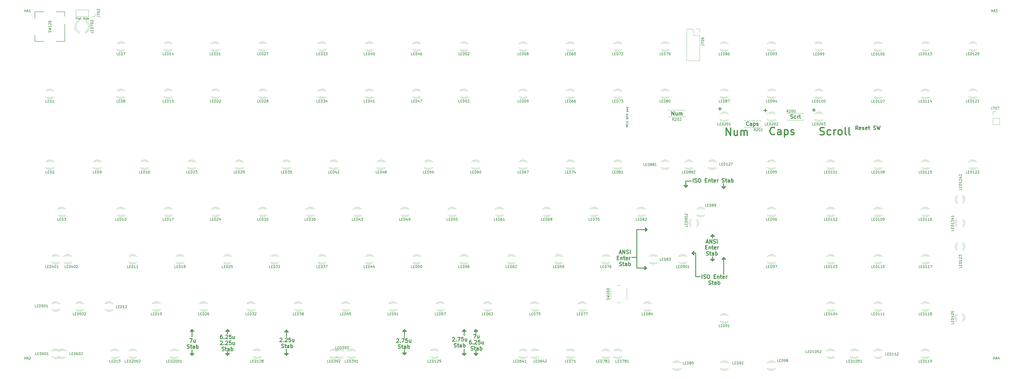
<source format=gbr>
G04 #@! TF.GenerationSoftware,KiCad,Pcbnew,7.0.1*
G04 #@! TF.CreationDate,2023-03-28T01:20:07-04:00*
G04 #@! TF.ProjectId,Boston-keyboard-V08J,426f7374-6f6e-42d6-9b65-79626f617264,rev?*
G04 #@! TF.SameCoordinates,Original*
G04 #@! TF.FileFunction,Legend,Top*
G04 #@! TF.FilePolarity,Positive*
%FSLAX46Y46*%
G04 Gerber Fmt 4.6, Leading zero omitted, Abs format (unit mm)*
G04 Created by KiCad (PCBNEW 7.0.1) date 2023-03-28 01:20:07*
%MOMM*%
%LPD*%
G01*
G04 APERTURE LIST*
%ADD10C,0.300000*%
%ADD11C,0.500000*%
%ADD12C,0.160000*%
%ADD13C,0.150000*%
%ADD14C,0.120000*%
G04 APERTURE END LIST*
D10*
X233500000Y-168175000D02*
X232750000Y-168925000D01*
X332000000Y-120925000D02*
X333500000Y-120925000D01*
X306500000Y-118175000D02*
X302250000Y-118175000D01*
X136750000Y-159175000D02*
X138250000Y-159175000D01*
X337250000Y-129425000D02*
X336500000Y-130175000D01*
X162000000Y-159425000D02*
X161250000Y-158675000D01*
X237500000Y-167175000D02*
X237500000Y-168925000D01*
X161250000Y-168925000D02*
X160500000Y-168175000D01*
X322000000Y-98675000D02*
X324250000Y-98675000D01*
X332750000Y-121675000D02*
X332750000Y-120175000D01*
X326000000Y-137175000D02*
X327750000Y-137175000D01*
X123250000Y-168925000D02*
X122500000Y-168175000D01*
X161250000Y-166425000D02*
X161250000Y-168925000D01*
X123250000Y-158425000D02*
X122500000Y-159175000D01*
X325250000Y-128425000D02*
X324500000Y-127675000D01*
X305750000Y-117425000D02*
X305750000Y-118925000D01*
X232750000Y-168925000D02*
X232000000Y-168175000D01*
X162000000Y-168175000D02*
X161250000Y-168925000D01*
X336500000Y-100925000D02*
X338000000Y-100925000D01*
X208000000Y-159175000D02*
X209500000Y-159175000D01*
X208750000Y-161675000D02*
X208750000Y-158425000D01*
X209500000Y-167925000D02*
X208750000Y-168675000D01*
X238250000Y-159175000D02*
X237500000Y-158425000D01*
X160500000Y-168175000D02*
X162000000Y-168175000D01*
X305500000Y-132925000D02*
X305500000Y-134425000D01*
X136750000Y-168175000D02*
X138250000Y-168175000D01*
X326000000Y-137175000D02*
X326000000Y-127675000D01*
X332750000Y-130925000D02*
X332750000Y-129175000D01*
X306250000Y-133675000D02*
X305500000Y-132925000D01*
X326000000Y-127675000D02*
X324500000Y-127675000D01*
X322750000Y-100425000D02*
X322000000Y-101175000D01*
X124000000Y-168175000D02*
X123250000Y-168925000D01*
X123250000Y-166675000D02*
X123250000Y-168925000D01*
X238250000Y-168175000D02*
X237500000Y-168925000D01*
X137500000Y-167425000D02*
X137500000Y-168925000D01*
X337250000Y-101675000D02*
X336500000Y-100925000D01*
X337250000Y-99675000D02*
X337250000Y-101675000D01*
X305500000Y-134425000D02*
X306250000Y-133675000D01*
X237500000Y-159925000D02*
X237500000Y-158425000D01*
X305750000Y-118925000D02*
X306500000Y-118175000D01*
X332000000Y-130175000D02*
X333500000Y-130175000D01*
X161250000Y-161425000D02*
X161250000Y-158675000D01*
X333500000Y-130175000D02*
X332750000Y-130925000D01*
X322000000Y-101175000D02*
X322000000Y-98675000D01*
X137500000Y-158425000D02*
X136750000Y-159175000D01*
X332750000Y-120175000D02*
X332000000Y-120925000D01*
X233500000Y-159175000D02*
X232750000Y-158425000D01*
X208750000Y-166425000D02*
X208750000Y-168675000D01*
X332750000Y-130925000D02*
X332000000Y-130175000D01*
X338000000Y-130175000D02*
X337250000Y-129425000D01*
X237500000Y-158425000D02*
X236750000Y-159175000D01*
X333500000Y-120925000D02*
X332750000Y-120175000D01*
X336500000Y-130175000D02*
X338000000Y-130175000D01*
X208000000Y-167925000D02*
X209500000Y-167925000D01*
X232000000Y-159175000D02*
X233500000Y-159175000D01*
X124000000Y-159175000D02*
X123250000Y-158425000D01*
X232750000Y-158425000D02*
X232000000Y-159175000D01*
X321250000Y-100425000D02*
X322750000Y-100425000D01*
X237500000Y-168925000D02*
X236750000Y-168175000D01*
X161250000Y-158675000D02*
X160500000Y-159425000D01*
X123250000Y-161425000D02*
X123250000Y-158425000D01*
X325250000Y-126925000D02*
X325250000Y-128425000D01*
X236750000Y-168175000D02*
X238250000Y-168175000D01*
X300250000Y-129425000D02*
X302250000Y-129425000D01*
X137500000Y-168925000D02*
X136750000Y-168175000D01*
X122500000Y-168175000D02*
X124000000Y-168175000D01*
X337250000Y-129425000D02*
X337250000Y-136175000D01*
X232000000Y-168175000D02*
X233500000Y-168175000D01*
X306500000Y-118175000D02*
X305750000Y-117425000D01*
X208750000Y-168675000D02*
X208000000Y-167925000D01*
X138250000Y-168175000D02*
X137500000Y-168925000D01*
X236750000Y-159175000D02*
X238250000Y-159175000D01*
X232750000Y-166425000D02*
X232750000Y-168925000D01*
X324500000Y-127675000D02*
X325250000Y-126925000D01*
X208750000Y-158425000D02*
X208000000Y-159175000D01*
X338000000Y-100925000D02*
X337250000Y-101675000D01*
X138250000Y-159175000D02*
X137500000Y-158425000D01*
X122500000Y-159175000D02*
X124000000Y-159175000D01*
X302250000Y-133675000D02*
X306250000Y-133675000D01*
X302250000Y-118175000D02*
X302250000Y-133675000D01*
X232750000Y-160925000D02*
X232750000Y-158425000D01*
X160500000Y-159425000D02*
X162000000Y-159425000D01*
X137500000Y-160175000D02*
X137500000Y-158425000D01*
X322000000Y-101175000D02*
X321250000Y-100425000D01*
X209500000Y-159175000D02*
X208750000Y-158425000D01*
D11*
X376029999Y-79895000D02*
X376458571Y-80037857D01*
X376458571Y-80037857D02*
X377172856Y-80037857D01*
X377172856Y-80037857D02*
X377458571Y-79895000D01*
X377458571Y-79895000D02*
X377601428Y-79752142D01*
X377601428Y-79752142D02*
X377744285Y-79466428D01*
X377744285Y-79466428D02*
X377744285Y-79180714D01*
X377744285Y-79180714D02*
X377601428Y-78895000D01*
X377601428Y-78895000D02*
X377458571Y-78752142D01*
X377458571Y-78752142D02*
X377172856Y-78609285D01*
X377172856Y-78609285D02*
X376601428Y-78466428D01*
X376601428Y-78466428D02*
X376315713Y-78323571D01*
X376315713Y-78323571D02*
X376172856Y-78180714D01*
X376172856Y-78180714D02*
X376029999Y-77895000D01*
X376029999Y-77895000D02*
X376029999Y-77609285D01*
X376029999Y-77609285D02*
X376172856Y-77323571D01*
X376172856Y-77323571D02*
X376315713Y-77180714D01*
X376315713Y-77180714D02*
X376601428Y-77037857D01*
X376601428Y-77037857D02*
X377315713Y-77037857D01*
X377315713Y-77037857D02*
X377744285Y-77180714D01*
X380315714Y-79895000D02*
X380029999Y-80037857D01*
X380029999Y-80037857D02*
X379458571Y-80037857D01*
X379458571Y-80037857D02*
X379172856Y-79895000D01*
X379172856Y-79895000D02*
X379029999Y-79752142D01*
X379029999Y-79752142D02*
X378887142Y-79466428D01*
X378887142Y-79466428D02*
X378887142Y-78609285D01*
X378887142Y-78609285D02*
X379029999Y-78323571D01*
X379029999Y-78323571D02*
X379172856Y-78180714D01*
X379172856Y-78180714D02*
X379458571Y-78037857D01*
X379458571Y-78037857D02*
X380029999Y-78037857D01*
X380029999Y-78037857D02*
X380315714Y-78180714D01*
X381601428Y-80037857D02*
X381601428Y-78037857D01*
X381601428Y-78609285D02*
X381744285Y-78323571D01*
X381744285Y-78323571D02*
X381887143Y-78180714D01*
X381887143Y-78180714D02*
X382172857Y-78037857D01*
X382172857Y-78037857D02*
X382458571Y-78037857D01*
X383887143Y-80037857D02*
X383601428Y-79895000D01*
X383601428Y-79895000D02*
X383458571Y-79752142D01*
X383458571Y-79752142D02*
X383315714Y-79466428D01*
X383315714Y-79466428D02*
X383315714Y-78609285D01*
X383315714Y-78609285D02*
X383458571Y-78323571D01*
X383458571Y-78323571D02*
X383601428Y-78180714D01*
X383601428Y-78180714D02*
X383887143Y-78037857D01*
X383887143Y-78037857D02*
X384315714Y-78037857D01*
X384315714Y-78037857D02*
X384601428Y-78180714D01*
X384601428Y-78180714D02*
X384744286Y-78323571D01*
X384744286Y-78323571D02*
X384887143Y-78609285D01*
X384887143Y-78609285D02*
X384887143Y-79466428D01*
X384887143Y-79466428D02*
X384744286Y-79752142D01*
X384744286Y-79752142D02*
X384601428Y-79895000D01*
X384601428Y-79895000D02*
X384315714Y-80037857D01*
X384315714Y-80037857D02*
X383887143Y-80037857D01*
X386601429Y-80037857D02*
X386315714Y-79895000D01*
X386315714Y-79895000D02*
X386172857Y-79609285D01*
X386172857Y-79609285D02*
X386172857Y-77037857D01*
X388172858Y-80037857D02*
X387887143Y-79895000D01*
X387887143Y-79895000D02*
X387744286Y-79609285D01*
X387744286Y-79609285D02*
X387744286Y-77037857D01*
D10*
X205607143Y-162296785D02*
X205678571Y-162225357D01*
X205678571Y-162225357D02*
X205821429Y-162153928D01*
X205821429Y-162153928D02*
X206178571Y-162153928D01*
X206178571Y-162153928D02*
X206321429Y-162225357D01*
X206321429Y-162225357D02*
X206392857Y-162296785D01*
X206392857Y-162296785D02*
X206464286Y-162439642D01*
X206464286Y-162439642D02*
X206464286Y-162582500D01*
X206464286Y-162582500D02*
X206392857Y-162796785D01*
X206392857Y-162796785D02*
X205535714Y-163653928D01*
X205535714Y-163653928D02*
X206464286Y-163653928D01*
X207107142Y-163511071D02*
X207178571Y-163582500D01*
X207178571Y-163582500D02*
X207107142Y-163653928D01*
X207107142Y-163653928D02*
X207035714Y-163582500D01*
X207035714Y-163582500D02*
X207107142Y-163511071D01*
X207107142Y-163511071D02*
X207107142Y-163653928D01*
X207678571Y-162153928D02*
X208678571Y-162153928D01*
X208678571Y-162153928D02*
X208035714Y-163653928D01*
X209964285Y-162153928D02*
X209249999Y-162153928D01*
X209249999Y-162153928D02*
X209178571Y-162868214D01*
X209178571Y-162868214D02*
X209249999Y-162796785D01*
X209249999Y-162796785D02*
X209392857Y-162725357D01*
X209392857Y-162725357D02*
X209749999Y-162725357D01*
X209749999Y-162725357D02*
X209892857Y-162796785D01*
X209892857Y-162796785D02*
X209964285Y-162868214D01*
X209964285Y-162868214D02*
X210035714Y-163011071D01*
X210035714Y-163011071D02*
X210035714Y-163368214D01*
X210035714Y-163368214D02*
X209964285Y-163511071D01*
X209964285Y-163511071D02*
X209892857Y-163582500D01*
X209892857Y-163582500D02*
X209749999Y-163653928D01*
X209749999Y-163653928D02*
X209392857Y-163653928D01*
X209392857Y-163653928D02*
X209249999Y-163582500D01*
X209249999Y-163582500D02*
X209178571Y-163511071D01*
X211321428Y-162653928D02*
X211321428Y-163653928D01*
X210678570Y-162653928D02*
X210678570Y-163439642D01*
X210678570Y-163439642D02*
X210749999Y-163582500D01*
X210749999Y-163582500D02*
X210892856Y-163653928D01*
X210892856Y-163653928D02*
X211107142Y-163653928D01*
X211107142Y-163653928D02*
X211249999Y-163582500D01*
X211249999Y-163582500D02*
X211321428Y-163511071D01*
X206285714Y-166012500D02*
X206500000Y-166083928D01*
X206500000Y-166083928D02*
X206857142Y-166083928D01*
X206857142Y-166083928D02*
X207000000Y-166012500D01*
X207000000Y-166012500D02*
X207071428Y-165941071D01*
X207071428Y-165941071D02*
X207142857Y-165798214D01*
X207142857Y-165798214D02*
X207142857Y-165655357D01*
X207142857Y-165655357D02*
X207071428Y-165512500D01*
X207071428Y-165512500D02*
X207000000Y-165441071D01*
X207000000Y-165441071D02*
X206857142Y-165369642D01*
X206857142Y-165369642D02*
X206571428Y-165298214D01*
X206571428Y-165298214D02*
X206428571Y-165226785D01*
X206428571Y-165226785D02*
X206357142Y-165155357D01*
X206357142Y-165155357D02*
X206285714Y-165012500D01*
X206285714Y-165012500D02*
X206285714Y-164869642D01*
X206285714Y-164869642D02*
X206357142Y-164726785D01*
X206357142Y-164726785D02*
X206428571Y-164655357D01*
X206428571Y-164655357D02*
X206571428Y-164583928D01*
X206571428Y-164583928D02*
X206928571Y-164583928D01*
X206928571Y-164583928D02*
X207142857Y-164655357D01*
X207571428Y-165083928D02*
X208142856Y-165083928D01*
X207785713Y-164583928D02*
X207785713Y-165869642D01*
X207785713Y-165869642D02*
X207857142Y-166012500D01*
X207857142Y-166012500D02*
X207999999Y-166083928D01*
X207999999Y-166083928D02*
X208142856Y-166083928D01*
X209285714Y-166083928D02*
X209285714Y-165298214D01*
X209285714Y-165298214D02*
X209214285Y-165155357D01*
X209214285Y-165155357D02*
X209071428Y-165083928D01*
X209071428Y-165083928D02*
X208785714Y-165083928D01*
X208785714Y-165083928D02*
X208642856Y-165155357D01*
X209285714Y-166012500D02*
X209142856Y-166083928D01*
X209142856Y-166083928D02*
X208785714Y-166083928D01*
X208785714Y-166083928D02*
X208642856Y-166012500D01*
X208642856Y-166012500D02*
X208571428Y-165869642D01*
X208571428Y-165869642D02*
X208571428Y-165726785D01*
X208571428Y-165726785D02*
X208642856Y-165583928D01*
X208642856Y-165583928D02*
X208785714Y-165512500D01*
X208785714Y-165512500D02*
X209142856Y-165512500D01*
X209142856Y-165512500D02*
X209285714Y-165441071D01*
X209999999Y-166083928D02*
X209999999Y-164583928D01*
X209999999Y-165155357D02*
X210142857Y-165083928D01*
X210142857Y-165083928D02*
X210428571Y-165083928D01*
X210428571Y-165083928D02*
X210571428Y-165155357D01*
X210571428Y-165155357D02*
X210642857Y-165226785D01*
X210642857Y-165226785D02*
X210714285Y-165369642D01*
X210714285Y-165369642D02*
X210714285Y-165798214D01*
X210714285Y-165798214D02*
X210642857Y-165941071D01*
X210642857Y-165941071D02*
X210571428Y-166012500D01*
X210571428Y-166012500D02*
X210428571Y-166083928D01*
X210428571Y-166083928D02*
X210142857Y-166083928D01*
X210142857Y-166083928D02*
X209999999Y-166012500D01*
X372978571Y-70032500D02*
X374121429Y-70032500D01*
X373550000Y-70603928D02*
X373550000Y-69461071D01*
D11*
X338305714Y-80277857D02*
X338305714Y-77277857D01*
X338305714Y-77277857D02*
X340020000Y-80277857D01*
X340020000Y-80277857D02*
X340020000Y-77277857D01*
X342734286Y-78277857D02*
X342734286Y-80277857D01*
X341448571Y-78277857D02*
X341448571Y-79849285D01*
X341448571Y-79849285D02*
X341591428Y-80135000D01*
X341591428Y-80135000D02*
X341877143Y-80277857D01*
X341877143Y-80277857D02*
X342305714Y-80277857D01*
X342305714Y-80277857D02*
X342591428Y-80135000D01*
X342591428Y-80135000D02*
X342734286Y-79992142D01*
X344162857Y-80277857D02*
X344162857Y-78277857D01*
X344162857Y-78563571D02*
X344305714Y-78420714D01*
X344305714Y-78420714D02*
X344591429Y-78277857D01*
X344591429Y-78277857D02*
X345020000Y-78277857D01*
X345020000Y-78277857D02*
X345305714Y-78420714D01*
X345305714Y-78420714D02*
X345448572Y-78706428D01*
X345448572Y-78706428D02*
X345448572Y-80277857D01*
X345448572Y-78706428D02*
X345591429Y-78420714D01*
X345591429Y-78420714D02*
X345877143Y-78277857D01*
X345877143Y-78277857D02*
X346305714Y-78277857D01*
X346305714Y-78277857D02*
X346591429Y-78420714D01*
X346591429Y-78420714D02*
X346734286Y-78706428D01*
X346734286Y-78706428D02*
X346734286Y-80277857D01*
D10*
X295285714Y-127510357D02*
X296000000Y-127510357D01*
X295142857Y-127938928D02*
X295642857Y-126438928D01*
X295642857Y-126438928D02*
X296142857Y-127938928D01*
X296642856Y-127938928D02*
X296642856Y-126438928D01*
X296642856Y-126438928D02*
X297499999Y-127938928D01*
X297499999Y-127938928D02*
X297499999Y-126438928D01*
X298142857Y-127867500D02*
X298357143Y-127938928D01*
X298357143Y-127938928D02*
X298714285Y-127938928D01*
X298714285Y-127938928D02*
X298857143Y-127867500D01*
X298857143Y-127867500D02*
X298928571Y-127796071D01*
X298928571Y-127796071D02*
X299000000Y-127653214D01*
X299000000Y-127653214D02*
X299000000Y-127510357D01*
X299000000Y-127510357D02*
X298928571Y-127367500D01*
X298928571Y-127367500D02*
X298857143Y-127296071D01*
X298857143Y-127296071D02*
X298714285Y-127224642D01*
X298714285Y-127224642D02*
X298428571Y-127153214D01*
X298428571Y-127153214D02*
X298285714Y-127081785D01*
X298285714Y-127081785D02*
X298214285Y-127010357D01*
X298214285Y-127010357D02*
X298142857Y-126867500D01*
X298142857Y-126867500D02*
X298142857Y-126724642D01*
X298142857Y-126724642D02*
X298214285Y-126581785D01*
X298214285Y-126581785D02*
X298285714Y-126510357D01*
X298285714Y-126510357D02*
X298428571Y-126438928D01*
X298428571Y-126438928D02*
X298785714Y-126438928D01*
X298785714Y-126438928D02*
X299000000Y-126510357D01*
X299642856Y-127938928D02*
X299642856Y-126438928D01*
X294392857Y-129583214D02*
X294892857Y-129583214D01*
X295107143Y-130368928D02*
X294392857Y-130368928D01*
X294392857Y-130368928D02*
X294392857Y-128868928D01*
X294392857Y-128868928D02*
X295107143Y-128868928D01*
X295750000Y-129368928D02*
X295750000Y-130368928D01*
X295750000Y-129511785D02*
X295821429Y-129440357D01*
X295821429Y-129440357D02*
X295964286Y-129368928D01*
X295964286Y-129368928D02*
X296178572Y-129368928D01*
X296178572Y-129368928D02*
X296321429Y-129440357D01*
X296321429Y-129440357D02*
X296392858Y-129583214D01*
X296392858Y-129583214D02*
X296392858Y-130368928D01*
X296892858Y-129368928D02*
X297464286Y-129368928D01*
X297107143Y-128868928D02*
X297107143Y-130154642D01*
X297107143Y-130154642D02*
X297178572Y-130297500D01*
X297178572Y-130297500D02*
X297321429Y-130368928D01*
X297321429Y-130368928D02*
X297464286Y-130368928D01*
X298535715Y-130297500D02*
X298392858Y-130368928D01*
X298392858Y-130368928D02*
X298107144Y-130368928D01*
X298107144Y-130368928D02*
X297964286Y-130297500D01*
X297964286Y-130297500D02*
X297892858Y-130154642D01*
X297892858Y-130154642D02*
X297892858Y-129583214D01*
X297892858Y-129583214D02*
X297964286Y-129440357D01*
X297964286Y-129440357D02*
X298107144Y-129368928D01*
X298107144Y-129368928D02*
X298392858Y-129368928D01*
X298392858Y-129368928D02*
X298535715Y-129440357D01*
X298535715Y-129440357D02*
X298607144Y-129583214D01*
X298607144Y-129583214D02*
X298607144Y-129726071D01*
X298607144Y-129726071D02*
X297892858Y-129868928D01*
X299250000Y-130368928D02*
X299250000Y-129368928D01*
X299250000Y-129654642D02*
X299321429Y-129511785D01*
X299321429Y-129511785D02*
X299392858Y-129440357D01*
X299392858Y-129440357D02*
X299535715Y-129368928D01*
X299535715Y-129368928D02*
X299678572Y-129368928D01*
X295285714Y-132727500D02*
X295500000Y-132798928D01*
X295500000Y-132798928D02*
X295857142Y-132798928D01*
X295857142Y-132798928D02*
X296000000Y-132727500D01*
X296000000Y-132727500D02*
X296071428Y-132656071D01*
X296071428Y-132656071D02*
X296142857Y-132513214D01*
X296142857Y-132513214D02*
X296142857Y-132370357D01*
X296142857Y-132370357D02*
X296071428Y-132227500D01*
X296071428Y-132227500D02*
X296000000Y-132156071D01*
X296000000Y-132156071D02*
X295857142Y-132084642D01*
X295857142Y-132084642D02*
X295571428Y-132013214D01*
X295571428Y-132013214D02*
X295428571Y-131941785D01*
X295428571Y-131941785D02*
X295357142Y-131870357D01*
X295357142Y-131870357D02*
X295285714Y-131727500D01*
X295285714Y-131727500D02*
X295285714Y-131584642D01*
X295285714Y-131584642D02*
X295357142Y-131441785D01*
X295357142Y-131441785D02*
X295428571Y-131370357D01*
X295428571Y-131370357D02*
X295571428Y-131298928D01*
X295571428Y-131298928D02*
X295928571Y-131298928D01*
X295928571Y-131298928D02*
X296142857Y-131370357D01*
X296571428Y-131798928D02*
X297142856Y-131798928D01*
X296785713Y-131298928D02*
X296785713Y-132584642D01*
X296785713Y-132584642D02*
X296857142Y-132727500D01*
X296857142Y-132727500D02*
X296999999Y-132798928D01*
X296999999Y-132798928D02*
X297142856Y-132798928D01*
X298285714Y-132798928D02*
X298285714Y-132013214D01*
X298285714Y-132013214D02*
X298214285Y-131870357D01*
X298214285Y-131870357D02*
X298071428Y-131798928D01*
X298071428Y-131798928D02*
X297785714Y-131798928D01*
X297785714Y-131798928D02*
X297642856Y-131870357D01*
X298285714Y-132727500D02*
X298142856Y-132798928D01*
X298142856Y-132798928D02*
X297785714Y-132798928D01*
X297785714Y-132798928D02*
X297642856Y-132727500D01*
X297642856Y-132727500D02*
X297571428Y-132584642D01*
X297571428Y-132584642D02*
X297571428Y-132441785D01*
X297571428Y-132441785D02*
X297642856Y-132298928D01*
X297642856Y-132298928D02*
X297785714Y-132227500D01*
X297785714Y-132227500D02*
X298142856Y-132227500D01*
X298142856Y-132227500D02*
X298285714Y-132156071D01*
X298999999Y-132798928D02*
X298999999Y-131298928D01*
X298999999Y-131870357D02*
X299142857Y-131798928D01*
X299142857Y-131798928D02*
X299428571Y-131798928D01*
X299428571Y-131798928D02*
X299571428Y-131870357D01*
X299571428Y-131870357D02*
X299642857Y-131941785D01*
X299642857Y-131941785D02*
X299714285Y-132084642D01*
X299714285Y-132084642D02*
X299714285Y-132513214D01*
X299714285Y-132513214D02*
X299642857Y-132656071D01*
X299642857Y-132656071D02*
X299571428Y-132727500D01*
X299571428Y-132727500D02*
X299428571Y-132798928D01*
X299428571Y-132798928D02*
X299142857Y-132798928D01*
X299142857Y-132798928D02*
X298999999Y-132727500D01*
X228107143Y-161796785D02*
X228178571Y-161725357D01*
X228178571Y-161725357D02*
X228321429Y-161653928D01*
X228321429Y-161653928D02*
X228678571Y-161653928D01*
X228678571Y-161653928D02*
X228821429Y-161725357D01*
X228821429Y-161725357D02*
X228892857Y-161796785D01*
X228892857Y-161796785D02*
X228964286Y-161939642D01*
X228964286Y-161939642D02*
X228964286Y-162082500D01*
X228964286Y-162082500D02*
X228892857Y-162296785D01*
X228892857Y-162296785D02*
X228035714Y-163153928D01*
X228035714Y-163153928D02*
X228964286Y-163153928D01*
X229607142Y-163011071D02*
X229678571Y-163082500D01*
X229678571Y-163082500D02*
X229607142Y-163153928D01*
X229607142Y-163153928D02*
X229535714Y-163082500D01*
X229535714Y-163082500D02*
X229607142Y-163011071D01*
X229607142Y-163011071D02*
X229607142Y-163153928D01*
X230178571Y-161653928D02*
X231178571Y-161653928D01*
X231178571Y-161653928D02*
X230535714Y-163153928D01*
X232464285Y-161653928D02*
X231749999Y-161653928D01*
X231749999Y-161653928D02*
X231678571Y-162368214D01*
X231678571Y-162368214D02*
X231749999Y-162296785D01*
X231749999Y-162296785D02*
X231892857Y-162225357D01*
X231892857Y-162225357D02*
X232249999Y-162225357D01*
X232249999Y-162225357D02*
X232392857Y-162296785D01*
X232392857Y-162296785D02*
X232464285Y-162368214D01*
X232464285Y-162368214D02*
X232535714Y-162511071D01*
X232535714Y-162511071D02*
X232535714Y-162868214D01*
X232535714Y-162868214D02*
X232464285Y-163011071D01*
X232464285Y-163011071D02*
X232392857Y-163082500D01*
X232392857Y-163082500D02*
X232249999Y-163153928D01*
X232249999Y-163153928D02*
X231892857Y-163153928D01*
X231892857Y-163153928D02*
X231749999Y-163082500D01*
X231749999Y-163082500D02*
X231678571Y-163011071D01*
X233821428Y-162153928D02*
X233821428Y-163153928D01*
X233178570Y-162153928D02*
X233178570Y-162939642D01*
X233178570Y-162939642D02*
X233249999Y-163082500D01*
X233249999Y-163082500D02*
X233392856Y-163153928D01*
X233392856Y-163153928D02*
X233607142Y-163153928D01*
X233607142Y-163153928D02*
X233749999Y-163082500D01*
X233749999Y-163082500D02*
X233821428Y-163011071D01*
X228785714Y-165512500D02*
X229000000Y-165583928D01*
X229000000Y-165583928D02*
X229357142Y-165583928D01*
X229357142Y-165583928D02*
X229500000Y-165512500D01*
X229500000Y-165512500D02*
X229571428Y-165441071D01*
X229571428Y-165441071D02*
X229642857Y-165298214D01*
X229642857Y-165298214D02*
X229642857Y-165155357D01*
X229642857Y-165155357D02*
X229571428Y-165012500D01*
X229571428Y-165012500D02*
X229500000Y-164941071D01*
X229500000Y-164941071D02*
X229357142Y-164869642D01*
X229357142Y-164869642D02*
X229071428Y-164798214D01*
X229071428Y-164798214D02*
X228928571Y-164726785D01*
X228928571Y-164726785D02*
X228857142Y-164655357D01*
X228857142Y-164655357D02*
X228785714Y-164512500D01*
X228785714Y-164512500D02*
X228785714Y-164369642D01*
X228785714Y-164369642D02*
X228857142Y-164226785D01*
X228857142Y-164226785D02*
X228928571Y-164155357D01*
X228928571Y-164155357D02*
X229071428Y-164083928D01*
X229071428Y-164083928D02*
X229428571Y-164083928D01*
X229428571Y-164083928D02*
X229642857Y-164155357D01*
X230071428Y-164583928D02*
X230642856Y-164583928D01*
X230285713Y-164083928D02*
X230285713Y-165369642D01*
X230285713Y-165369642D02*
X230357142Y-165512500D01*
X230357142Y-165512500D02*
X230499999Y-165583928D01*
X230499999Y-165583928D02*
X230642856Y-165583928D01*
X231785714Y-165583928D02*
X231785714Y-164798214D01*
X231785714Y-164798214D02*
X231714285Y-164655357D01*
X231714285Y-164655357D02*
X231571428Y-164583928D01*
X231571428Y-164583928D02*
X231285714Y-164583928D01*
X231285714Y-164583928D02*
X231142856Y-164655357D01*
X231785714Y-165512500D02*
X231642856Y-165583928D01*
X231642856Y-165583928D02*
X231285714Y-165583928D01*
X231285714Y-165583928D02*
X231142856Y-165512500D01*
X231142856Y-165512500D02*
X231071428Y-165369642D01*
X231071428Y-165369642D02*
X231071428Y-165226785D01*
X231071428Y-165226785D02*
X231142856Y-165083928D01*
X231142856Y-165083928D02*
X231285714Y-165012500D01*
X231285714Y-165012500D02*
X231642856Y-165012500D01*
X231642856Y-165012500D02*
X231785714Y-164941071D01*
X232499999Y-165583928D02*
X232499999Y-164083928D01*
X232499999Y-164655357D02*
X232642857Y-164583928D01*
X232642857Y-164583928D02*
X232928571Y-164583928D01*
X232928571Y-164583928D02*
X233071428Y-164655357D01*
X233071428Y-164655357D02*
X233142857Y-164726785D01*
X233142857Y-164726785D02*
X233214285Y-164869642D01*
X233214285Y-164869642D02*
X233214285Y-165298214D01*
X233214285Y-165298214D02*
X233142857Y-165441071D01*
X233142857Y-165441071D02*
X233071428Y-165512500D01*
X233071428Y-165512500D02*
X232928571Y-165583928D01*
X232928571Y-165583928D02*
X232642857Y-165583928D01*
X232642857Y-165583928D02*
X232499999Y-165512500D01*
X353428571Y-70212500D02*
X354571429Y-70212500D01*
X354000000Y-70783928D02*
X354000000Y-69641071D01*
D11*
X357760000Y-79662142D02*
X357617143Y-79805000D01*
X357617143Y-79805000D02*
X357188571Y-79947857D01*
X357188571Y-79947857D02*
X356902857Y-79947857D01*
X356902857Y-79947857D02*
X356474286Y-79805000D01*
X356474286Y-79805000D02*
X356188571Y-79519285D01*
X356188571Y-79519285D02*
X356045714Y-79233571D01*
X356045714Y-79233571D02*
X355902857Y-78662142D01*
X355902857Y-78662142D02*
X355902857Y-78233571D01*
X355902857Y-78233571D02*
X356045714Y-77662142D01*
X356045714Y-77662142D02*
X356188571Y-77376428D01*
X356188571Y-77376428D02*
X356474286Y-77090714D01*
X356474286Y-77090714D02*
X356902857Y-76947857D01*
X356902857Y-76947857D02*
X357188571Y-76947857D01*
X357188571Y-76947857D02*
X357617143Y-77090714D01*
X357617143Y-77090714D02*
X357760000Y-77233571D01*
X360331429Y-79947857D02*
X360331429Y-78376428D01*
X360331429Y-78376428D02*
X360188571Y-78090714D01*
X360188571Y-78090714D02*
X359902857Y-77947857D01*
X359902857Y-77947857D02*
X359331429Y-77947857D01*
X359331429Y-77947857D02*
X359045714Y-78090714D01*
X360331429Y-79805000D02*
X360045714Y-79947857D01*
X360045714Y-79947857D02*
X359331429Y-79947857D01*
X359331429Y-79947857D02*
X359045714Y-79805000D01*
X359045714Y-79805000D02*
X358902857Y-79519285D01*
X358902857Y-79519285D02*
X358902857Y-79233571D01*
X358902857Y-79233571D02*
X359045714Y-78947857D01*
X359045714Y-78947857D02*
X359331429Y-78805000D01*
X359331429Y-78805000D02*
X360045714Y-78805000D01*
X360045714Y-78805000D02*
X360331429Y-78662142D01*
X361760000Y-77947857D02*
X361760000Y-80947857D01*
X361760000Y-78090714D02*
X362045715Y-77947857D01*
X362045715Y-77947857D02*
X362617143Y-77947857D01*
X362617143Y-77947857D02*
X362902857Y-78090714D01*
X362902857Y-78090714D02*
X363045715Y-78233571D01*
X363045715Y-78233571D02*
X363188572Y-78519285D01*
X363188572Y-78519285D02*
X363188572Y-79376428D01*
X363188572Y-79376428D02*
X363045715Y-79662142D01*
X363045715Y-79662142D02*
X362902857Y-79805000D01*
X362902857Y-79805000D02*
X362617143Y-79947857D01*
X362617143Y-79947857D02*
X362045715Y-79947857D01*
X362045715Y-79947857D02*
X361760000Y-79805000D01*
X364331429Y-79805000D02*
X364617143Y-79947857D01*
X364617143Y-79947857D02*
X365188572Y-79947857D01*
X365188572Y-79947857D02*
X365474286Y-79805000D01*
X365474286Y-79805000D02*
X365617143Y-79519285D01*
X365617143Y-79519285D02*
X365617143Y-79376428D01*
X365617143Y-79376428D02*
X365474286Y-79090714D01*
X365474286Y-79090714D02*
X365188572Y-78947857D01*
X365188572Y-78947857D02*
X364760001Y-78947857D01*
X364760001Y-78947857D02*
X364474286Y-78805000D01*
X364474286Y-78805000D02*
X364331429Y-78519285D01*
X364331429Y-78519285D02*
X364331429Y-78376428D01*
X364331429Y-78376428D02*
X364474286Y-78090714D01*
X364474286Y-78090714D02*
X364760001Y-77947857D01*
X364760001Y-77947857D02*
X365188572Y-77947857D01*
X365188572Y-77947857D02*
X365474286Y-78090714D01*
D10*
X122321428Y-162153928D02*
X123321428Y-162153928D01*
X123321428Y-162153928D02*
X122678571Y-163653928D01*
X124535714Y-162653928D02*
X124535714Y-163653928D01*
X123892856Y-162653928D02*
X123892856Y-163439642D01*
X123892856Y-163439642D02*
X123964285Y-163582500D01*
X123964285Y-163582500D02*
X124107142Y-163653928D01*
X124107142Y-163653928D02*
X124321428Y-163653928D01*
X124321428Y-163653928D02*
X124464285Y-163582500D01*
X124464285Y-163582500D02*
X124535714Y-163511071D01*
X121285714Y-166012500D02*
X121500000Y-166083928D01*
X121500000Y-166083928D02*
X121857142Y-166083928D01*
X121857142Y-166083928D02*
X122000000Y-166012500D01*
X122000000Y-166012500D02*
X122071428Y-165941071D01*
X122071428Y-165941071D02*
X122142857Y-165798214D01*
X122142857Y-165798214D02*
X122142857Y-165655357D01*
X122142857Y-165655357D02*
X122071428Y-165512500D01*
X122071428Y-165512500D02*
X122000000Y-165441071D01*
X122000000Y-165441071D02*
X121857142Y-165369642D01*
X121857142Y-165369642D02*
X121571428Y-165298214D01*
X121571428Y-165298214D02*
X121428571Y-165226785D01*
X121428571Y-165226785D02*
X121357142Y-165155357D01*
X121357142Y-165155357D02*
X121285714Y-165012500D01*
X121285714Y-165012500D02*
X121285714Y-164869642D01*
X121285714Y-164869642D02*
X121357142Y-164726785D01*
X121357142Y-164726785D02*
X121428571Y-164655357D01*
X121428571Y-164655357D02*
X121571428Y-164583928D01*
X121571428Y-164583928D02*
X121928571Y-164583928D01*
X121928571Y-164583928D02*
X122142857Y-164655357D01*
X122571428Y-165083928D02*
X123142856Y-165083928D01*
X122785713Y-164583928D02*
X122785713Y-165869642D01*
X122785713Y-165869642D02*
X122857142Y-166012500D01*
X122857142Y-166012500D02*
X122999999Y-166083928D01*
X122999999Y-166083928D02*
X123142856Y-166083928D01*
X124285714Y-166083928D02*
X124285714Y-165298214D01*
X124285714Y-165298214D02*
X124214285Y-165155357D01*
X124214285Y-165155357D02*
X124071428Y-165083928D01*
X124071428Y-165083928D02*
X123785714Y-165083928D01*
X123785714Y-165083928D02*
X123642856Y-165155357D01*
X124285714Y-166012500D02*
X124142856Y-166083928D01*
X124142856Y-166083928D02*
X123785714Y-166083928D01*
X123785714Y-166083928D02*
X123642856Y-166012500D01*
X123642856Y-166012500D02*
X123571428Y-165869642D01*
X123571428Y-165869642D02*
X123571428Y-165726785D01*
X123571428Y-165726785D02*
X123642856Y-165583928D01*
X123642856Y-165583928D02*
X123785714Y-165512500D01*
X123785714Y-165512500D02*
X124142856Y-165512500D01*
X124142856Y-165512500D02*
X124285714Y-165441071D01*
X124999999Y-166083928D02*
X124999999Y-164583928D01*
X124999999Y-165155357D02*
X125142857Y-165083928D01*
X125142857Y-165083928D02*
X125428571Y-165083928D01*
X125428571Y-165083928D02*
X125571428Y-165155357D01*
X125571428Y-165155357D02*
X125642857Y-165226785D01*
X125642857Y-165226785D02*
X125714285Y-165369642D01*
X125714285Y-165369642D02*
X125714285Y-165798214D01*
X125714285Y-165798214D02*
X125642857Y-165941071D01*
X125642857Y-165941071D02*
X125571428Y-166012500D01*
X125571428Y-166012500D02*
X125428571Y-166083928D01*
X125428571Y-166083928D02*
X125142857Y-166083928D01*
X125142857Y-166083928D02*
X124999999Y-166012500D01*
D12*
X76833332Y-33076047D02*
X76566666Y-33076047D01*
X76566666Y-33495095D02*
X76566666Y-32695095D01*
X76566666Y-32695095D02*
X76947618Y-32695095D01*
X77366665Y-33495095D02*
X77290475Y-33457000D01*
X77290475Y-33457000D02*
X77252380Y-33380809D01*
X77252380Y-33380809D02*
X77252380Y-32695095D01*
X78014285Y-33495095D02*
X78014285Y-33076047D01*
X78014285Y-33076047D02*
X77976190Y-32999857D01*
X77976190Y-32999857D02*
X77899999Y-32961761D01*
X77899999Y-32961761D02*
X77747618Y-32961761D01*
X77747618Y-32961761D02*
X77671428Y-32999857D01*
X78014285Y-33457000D02*
X77938094Y-33495095D01*
X77938094Y-33495095D02*
X77747618Y-33495095D01*
X77747618Y-33495095D02*
X77671428Y-33457000D01*
X77671428Y-33457000D02*
X77633332Y-33380809D01*
X77633332Y-33380809D02*
X77633332Y-33304619D01*
X77633332Y-33304619D02*
X77671428Y-33228428D01*
X77671428Y-33228428D02*
X77747618Y-33190333D01*
X77747618Y-33190333D02*
X77938094Y-33190333D01*
X77938094Y-33190333D02*
X78014285Y-33152238D01*
X78280952Y-32961761D02*
X78585714Y-32961761D01*
X78395238Y-32695095D02*
X78395238Y-33380809D01*
X78395238Y-33380809D02*
X78433333Y-33457000D01*
X78433333Y-33457000D02*
X78509523Y-33495095D01*
X78509523Y-33495095D02*
X78585714Y-33495095D01*
X79423809Y-33457000D02*
X79538095Y-33495095D01*
X79538095Y-33495095D02*
X79728571Y-33495095D01*
X79728571Y-33495095D02*
X79804762Y-33457000D01*
X79804762Y-33457000D02*
X79842857Y-33418904D01*
X79842857Y-33418904D02*
X79880952Y-33342714D01*
X79880952Y-33342714D02*
X79880952Y-33266523D01*
X79880952Y-33266523D02*
X79842857Y-33190333D01*
X79842857Y-33190333D02*
X79804762Y-33152238D01*
X79804762Y-33152238D02*
X79728571Y-33114142D01*
X79728571Y-33114142D02*
X79576190Y-33076047D01*
X79576190Y-33076047D02*
X79500000Y-33037952D01*
X79500000Y-33037952D02*
X79461905Y-32999857D01*
X79461905Y-32999857D02*
X79423809Y-32923666D01*
X79423809Y-32923666D02*
X79423809Y-32847476D01*
X79423809Y-32847476D02*
X79461905Y-32771285D01*
X79461905Y-32771285D02*
X79500000Y-32733190D01*
X79500000Y-32733190D02*
X79576190Y-32695095D01*
X79576190Y-32695095D02*
X79766667Y-32695095D01*
X79766667Y-32695095D02*
X79880952Y-32733190D01*
X80223810Y-33495095D02*
X80223810Y-32961761D01*
X80223810Y-32695095D02*
X80185714Y-32733190D01*
X80185714Y-32733190D02*
X80223810Y-32771285D01*
X80223810Y-32771285D02*
X80261905Y-32733190D01*
X80261905Y-32733190D02*
X80223810Y-32695095D01*
X80223810Y-32695095D02*
X80223810Y-32771285D01*
X80947619Y-33495095D02*
X80947619Y-32695095D01*
X80947619Y-33457000D02*
X80871428Y-33495095D01*
X80871428Y-33495095D02*
X80719047Y-33495095D01*
X80719047Y-33495095D02*
X80642857Y-33457000D01*
X80642857Y-33457000D02*
X80604762Y-33418904D01*
X80604762Y-33418904D02*
X80566666Y-33342714D01*
X80566666Y-33342714D02*
X80566666Y-33114142D01*
X80566666Y-33114142D02*
X80604762Y-33037952D01*
X80604762Y-33037952D02*
X80642857Y-32999857D01*
X80642857Y-32999857D02*
X80719047Y-32961761D01*
X80719047Y-32961761D02*
X80871428Y-32961761D01*
X80871428Y-32961761D02*
X80947619Y-32999857D01*
X81633334Y-33457000D02*
X81557143Y-33495095D01*
X81557143Y-33495095D02*
X81404762Y-33495095D01*
X81404762Y-33495095D02*
X81328572Y-33457000D01*
X81328572Y-33457000D02*
X81290476Y-33380809D01*
X81290476Y-33380809D02*
X81290476Y-33076047D01*
X81290476Y-33076047D02*
X81328572Y-32999857D01*
X81328572Y-32999857D02*
X81404762Y-32961761D01*
X81404762Y-32961761D02*
X81557143Y-32961761D01*
X81557143Y-32961761D02*
X81633334Y-32999857D01*
X81633334Y-32999857D02*
X81671429Y-33076047D01*
X81671429Y-33076047D02*
X81671429Y-33152238D01*
X81671429Y-33152238D02*
X81290476Y-33228428D01*
D10*
X316382856Y-72163928D02*
X316382856Y-70663928D01*
X316382856Y-70663928D02*
X317239999Y-72163928D01*
X317239999Y-72163928D02*
X317239999Y-70663928D01*
X318597143Y-71163928D02*
X318597143Y-72163928D01*
X317954285Y-71163928D02*
X317954285Y-71949642D01*
X317954285Y-71949642D02*
X318025714Y-72092500D01*
X318025714Y-72092500D02*
X318168571Y-72163928D01*
X318168571Y-72163928D02*
X318382857Y-72163928D01*
X318382857Y-72163928D02*
X318525714Y-72092500D01*
X318525714Y-72092500D02*
X318597143Y-72021071D01*
X319311428Y-72163928D02*
X319311428Y-71163928D01*
X319311428Y-71306785D02*
X319382857Y-71235357D01*
X319382857Y-71235357D02*
X319525714Y-71163928D01*
X319525714Y-71163928D02*
X319740000Y-71163928D01*
X319740000Y-71163928D02*
X319882857Y-71235357D01*
X319882857Y-71235357D02*
X319954286Y-71378214D01*
X319954286Y-71378214D02*
X319954286Y-72163928D01*
X319954286Y-71378214D02*
X320025714Y-71235357D01*
X320025714Y-71235357D02*
X320168571Y-71163928D01*
X320168571Y-71163928D02*
X320382857Y-71163928D01*
X320382857Y-71163928D02*
X320525714Y-71235357D01*
X320525714Y-71235357D02*
X320597143Y-71378214D01*
X320597143Y-71378214D02*
X320597143Y-72163928D01*
X347289999Y-76141071D02*
X347218571Y-76212500D01*
X347218571Y-76212500D02*
X347004285Y-76283928D01*
X347004285Y-76283928D02*
X346861428Y-76283928D01*
X346861428Y-76283928D02*
X346647142Y-76212500D01*
X346647142Y-76212500D02*
X346504285Y-76069642D01*
X346504285Y-76069642D02*
X346432856Y-75926785D01*
X346432856Y-75926785D02*
X346361428Y-75641071D01*
X346361428Y-75641071D02*
X346361428Y-75426785D01*
X346361428Y-75426785D02*
X346432856Y-75141071D01*
X346432856Y-75141071D02*
X346504285Y-74998214D01*
X346504285Y-74998214D02*
X346647142Y-74855357D01*
X346647142Y-74855357D02*
X346861428Y-74783928D01*
X346861428Y-74783928D02*
X347004285Y-74783928D01*
X347004285Y-74783928D02*
X347218571Y-74855357D01*
X347218571Y-74855357D02*
X347289999Y-74926785D01*
X348575714Y-76283928D02*
X348575714Y-75498214D01*
X348575714Y-75498214D02*
X348504285Y-75355357D01*
X348504285Y-75355357D02*
X348361428Y-75283928D01*
X348361428Y-75283928D02*
X348075714Y-75283928D01*
X348075714Y-75283928D02*
X347932856Y-75355357D01*
X348575714Y-76212500D02*
X348432856Y-76283928D01*
X348432856Y-76283928D02*
X348075714Y-76283928D01*
X348075714Y-76283928D02*
X347932856Y-76212500D01*
X347932856Y-76212500D02*
X347861428Y-76069642D01*
X347861428Y-76069642D02*
X347861428Y-75926785D01*
X347861428Y-75926785D02*
X347932856Y-75783928D01*
X347932856Y-75783928D02*
X348075714Y-75712500D01*
X348075714Y-75712500D02*
X348432856Y-75712500D01*
X348432856Y-75712500D02*
X348575714Y-75641071D01*
X349289999Y-75283928D02*
X349289999Y-76783928D01*
X349289999Y-75355357D02*
X349432857Y-75283928D01*
X349432857Y-75283928D02*
X349718571Y-75283928D01*
X349718571Y-75283928D02*
X349861428Y-75355357D01*
X349861428Y-75355357D02*
X349932857Y-75426785D01*
X349932857Y-75426785D02*
X350004285Y-75569642D01*
X350004285Y-75569642D02*
X350004285Y-75998214D01*
X350004285Y-75998214D02*
X349932857Y-76141071D01*
X349932857Y-76141071D02*
X349861428Y-76212500D01*
X349861428Y-76212500D02*
X349718571Y-76283928D01*
X349718571Y-76283928D02*
X349432857Y-76283928D01*
X349432857Y-76283928D02*
X349289999Y-76212500D01*
X350575714Y-76212500D02*
X350718571Y-76283928D01*
X350718571Y-76283928D02*
X351004285Y-76283928D01*
X351004285Y-76283928D02*
X351147142Y-76212500D01*
X351147142Y-76212500D02*
X351218571Y-76069642D01*
X351218571Y-76069642D02*
X351218571Y-75998214D01*
X351218571Y-75998214D02*
X351147142Y-75855357D01*
X351147142Y-75855357D02*
X351004285Y-75783928D01*
X351004285Y-75783928D02*
X350790000Y-75783928D01*
X350790000Y-75783928D02*
X350647142Y-75712500D01*
X350647142Y-75712500D02*
X350575714Y-75569642D01*
X350575714Y-75569642D02*
X350575714Y-75498214D01*
X350575714Y-75498214D02*
X350647142Y-75355357D01*
X350647142Y-75355357D02*
X350790000Y-75283928D01*
X350790000Y-75283928D02*
X351004285Y-75283928D01*
X351004285Y-75283928D02*
X351147142Y-75355357D01*
X324964285Y-99118928D02*
X324964285Y-97618928D01*
X325607143Y-99047500D02*
X325821429Y-99118928D01*
X325821429Y-99118928D02*
X326178571Y-99118928D01*
X326178571Y-99118928D02*
X326321429Y-99047500D01*
X326321429Y-99047500D02*
X326392857Y-98976071D01*
X326392857Y-98976071D02*
X326464286Y-98833214D01*
X326464286Y-98833214D02*
X326464286Y-98690357D01*
X326464286Y-98690357D02*
X326392857Y-98547500D01*
X326392857Y-98547500D02*
X326321429Y-98476071D01*
X326321429Y-98476071D02*
X326178571Y-98404642D01*
X326178571Y-98404642D02*
X325892857Y-98333214D01*
X325892857Y-98333214D02*
X325750000Y-98261785D01*
X325750000Y-98261785D02*
X325678571Y-98190357D01*
X325678571Y-98190357D02*
X325607143Y-98047500D01*
X325607143Y-98047500D02*
X325607143Y-97904642D01*
X325607143Y-97904642D02*
X325678571Y-97761785D01*
X325678571Y-97761785D02*
X325750000Y-97690357D01*
X325750000Y-97690357D02*
X325892857Y-97618928D01*
X325892857Y-97618928D02*
X326250000Y-97618928D01*
X326250000Y-97618928D02*
X326464286Y-97690357D01*
X327392857Y-97618928D02*
X327678571Y-97618928D01*
X327678571Y-97618928D02*
X327821428Y-97690357D01*
X327821428Y-97690357D02*
X327964285Y-97833214D01*
X327964285Y-97833214D02*
X328035714Y-98118928D01*
X328035714Y-98118928D02*
X328035714Y-98618928D01*
X328035714Y-98618928D02*
X327964285Y-98904642D01*
X327964285Y-98904642D02*
X327821428Y-99047500D01*
X327821428Y-99047500D02*
X327678571Y-99118928D01*
X327678571Y-99118928D02*
X327392857Y-99118928D01*
X327392857Y-99118928D02*
X327250000Y-99047500D01*
X327250000Y-99047500D02*
X327107142Y-98904642D01*
X327107142Y-98904642D02*
X327035714Y-98618928D01*
X327035714Y-98618928D02*
X327035714Y-98118928D01*
X327035714Y-98118928D02*
X327107142Y-97833214D01*
X327107142Y-97833214D02*
X327250000Y-97690357D01*
X327250000Y-97690357D02*
X327392857Y-97618928D01*
X329821428Y-98333214D02*
X330321428Y-98333214D01*
X330535714Y-99118928D02*
X329821428Y-99118928D01*
X329821428Y-99118928D02*
X329821428Y-97618928D01*
X329821428Y-97618928D02*
X330535714Y-97618928D01*
X331178571Y-98118928D02*
X331178571Y-99118928D01*
X331178571Y-98261785D02*
X331250000Y-98190357D01*
X331250000Y-98190357D02*
X331392857Y-98118928D01*
X331392857Y-98118928D02*
X331607143Y-98118928D01*
X331607143Y-98118928D02*
X331750000Y-98190357D01*
X331750000Y-98190357D02*
X331821429Y-98333214D01*
X331821429Y-98333214D02*
X331821429Y-99118928D01*
X332321429Y-98118928D02*
X332892857Y-98118928D01*
X332535714Y-97618928D02*
X332535714Y-98904642D01*
X332535714Y-98904642D02*
X332607143Y-99047500D01*
X332607143Y-99047500D02*
X332750000Y-99118928D01*
X332750000Y-99118928D02*
X332892857Y-99118928D01*
X333964286Y-99047500D02*
X333821429Y-99118928D01*
X333821429Y-99118928D02*
X333535715Y-99118928D01*
X333535715Y-99118928D02*
X333392857Y-99047500D01*
X333392857Y-99047500D02*
X333321429Y-98904642D01*
X333321429Y-98904642D02*
X333321429Y-98333214D01*
X333321429Y-98333214D02*
X333392857Y-98190357D01*
X333392857Y-98190357D02*
X333535715Y-98118928D01*
X333535715Y-98118928D02*
X333821429Y-98118928D01*
X333821429Y-98118928D02*
X333964286Y-98190357D01*
X333964286Y-98190357D02*
X334035715Y-98333214D01*
X334035715Y-98333214D02*
X334035715Y-98476071D01*
X334035715Y-98476071D02*
X333321429Y-98618928D01*
X334678571Y-99118928D02*
X334678571Y-98118928D01*
X334678571Y-98404642D02*
X334750000Y-98261785D01*
X334750000Y-98261785D02*
X334821429Y-98190357D01*
X334821429Y-98190357D02*
X334964286Y-98118928D01*
X334964286Y-98118928D02*
X335107143Y-98118928D01*
X336678571Y-99047500D02*
X336892857Y-99118928D01*
X336892857Y-99118928D02*
X337249999Y-99118928D01*
X337249999Y-99118928D02*
X337392857Y-99047500D01*
X337392857Y-99047500D02*
X337464285Y-98976071D01*
X337464285Y-98976071D02*
X337535714Y-98833214D01*
X337535714Y-98833214D02*
X337535714Y-98690357D01*
X337535714Y-98690357D02*
X337464285Y-98547500D01*
X337464285Y-98547500D02*
X337392857Y-98476071D01*
X337392857Y-98476071D02*
X337249999Y-98404642D01*
X337249999Y-98404642D02*
X336964285Y-98333214D01*
X336964285Y-98333214D02*
X336821428Y-98261785D01*
X336821428Y-98261785D02*
X336749999Y-98190357D01*
X336749999Y-98190357D02*
X336678571Y-98047500D01*
X336678571Y-98047500D02*
X336678571Y-97904642D01*
X336678571Y-97904642D02*
X336749999Y-97761785D01*
X336749999Y-97761785D02*
X336821428Y-97690357D01*
X336821428Y-97690357D02*
X336964285Y-97618928D01*
X336964285Y-97618928D02*
X337321428Y-97618928D01*
X337321428Y-97618928D02*
X337535714Y-97690357D01*
X337964285Y-98118928D02*
X338535713Y-98118928D01*
X338178570Y-97618928D02*
X338178570Y-98904642D01*
X338178570Y-98904642D02*
X338249999Y-99047500D01*
X338249999Y-99047500D02*
X338392856Y-99118928D01*
X338392856Y-99118928D02*
X338535713Y-99118928D01*
X339678571Y-99118928D02*
X339678571Y-98333214D01*
X339678571Y-98333214D02*
X339607142Y-98190357D01*
X339607142Y-98190357D02*
X339464285Y-98118928D01*
X339464285Y-98118928D02*
X339178571Y-98118928D01*
X339178571Y-98118928D02*
X339035713Y-98190357D01*
X339678571Y-99047500D02*
X339535713Y-99118928D01*
X339535713Y-99118928D02*
X339178571Y-99118928D01*
X339178571Y-99118928D02*
X339035713Y-99047500D01*
X339035713Y-99047500D02*
X338964285Y-98904642D01*
X338964285Y-98904642D02*
X338964285Y-98761785D01*
X338964285Y-98761785D02*
X339035713Y-98618928D01*
X339035713Y-98618928D02*
X339178571Y-98547500D01*
X339178571Y-98547500D02*
X339535713Y-98547500D01*
X339535713Y-98547500D02*
X339678571Y-98476071D01*
X340392856Y-99118928D02*
X340392856Y-97618928D01*
X340392856Y-98190357D02*
X340535714Y-98118928D01*
X340535714Y-98118928D02*
X340821428Y-98118928D01*
X340821428Y-98118928D02*
X340964285Y-98190357D01*
X340964285Y-98190357D02*
X341035714Y-98261785D01*
X341035714Y-98261785D02*
X341107142Y-98404642D01*
X341107142Y-98404642D02*
X341107142Y-98833214D01*
X341107142Y-98833214D02*
X341035714Y-98976071D01*
X341035714Y-98976071D02*
X340964285Y-99047500D01*
X340964285Y-99047500D02*
X340821428Y-99118928D01*
X340821428Y-99118928D02*
X340535714Y-99118928D01*
X340535714Y-99118928D02*
X340392856Y-99047500D01*
X364231429Y-73312500D02*
X364445715Y-73383928D01*
X364445715Y-73383928D02*
X364802857Y-73383928D01*
X364802857Y-73383928D02*
X364945715Y-73312500D01*
X364945715Y-73312500D02*
X365017143Y-73241071D01*
X365017143Y-73241071D02*
X365088572Y-73098214D01*
X365088572Y-73098214D02*
X365088572Y-72955357D01*
X365088572Y-72955357D02*
X365017143Y-72812500D01*
X365017143Y-72812500D02*
X364945715Y-72741071D01*
X364945715Y-72741071D02*
X364802857Y-72669642D01*
X364802857Y-72669642D02*
X364517143Y-72598214D01*
X364517143Y-72598214D02*
X364374286Y-72526785D01*
X364374286Y-72526785D02*
X364302857Y-72455357D01*
X364302857Y-72455357D02*
X364231429Y-72312500D01*
X364231429Y-72312500D02*
X364231429Y-72169642D01*
X364231429Y-72169642D02*
X364302857Y-72026785D01*
X364302857Y-72026785D02*
X364374286Y-71955357D01*
X364374286Y-71955357D02*
X364517143Y-71883928D01*
X364517143Y-71883928D02*
X364874286Y-71883928D01*
X364874286Y-71883928D02*
X365088572Y-71955357D01*
X366374286Y-73312500D02*
X366231428Y-73383928D01*
X366231428Y-73383928D02*
X365945714Y-73383928D01*
X365945714Y-73383928D02*
X365802857Y-73312500D01*
X365802857Y-73312500D02*
X365731428Y-73241071D01*
X365731428Y-73241071D02*
X365660000Y-73098214D01*
X365660000Y-73098214D02*
X365660000Y-72669642D01*
X365660000Y-72669642D02*
X365731428Y-72526785D01*
X365731428Y-72526785D02*
X365802857Y-72455357D01*
X365802857Y-72455357D02*
X365945714Y-72383928D01*
X365945714Y-72383928D02*
X366231428Y-72383928D01*
X366231428Y-72383928D02*
X366374286Y-72455357D01*
X367017142Y-73383928D02*
X367017142Y-72383928D01*
X367017142Y-72669642D02*
X367088571Y-72526785D01*
X367088571Y-72526785D02*
X367160000Y-72455357D01*
X367160000Y-72455357D02*
X367302857Y-72383928D01*
X367302857Y-72383928D02*
X367445714Y-72383928D01*
X368159999Y-73383928D02*
X368017142Y-73312500D01*
X368017142Y-73312500D02*
X367945713Y-73169642D01*
X367945713Y-73169642D02*
X367945713Y-71883928D01*
D13*
X298770095Y-76786904D02*
X297970095Y-76786904D01*
X297970095Y-76786904D02*
X298541523Y-76520238D01*
X298541523Y-76520238D02*
X297970095Y-76253571D01*
X297970095Y-76253571D02*
X298770095Y-76253571D01*
X298693904Y-75415475D02*
X298732000Y-75453571D01*
X298732000Y-75453571D02*
X298770095Y-75567856D01*
X298770095Y-75567856D02*
X298770095Y-75644047D01*
X298770095Y-75644047D02*
X298732000Y-75758333D01*
X298732000Y-75758333D02*
X298655809Y-75834523D01*
X298655809Y-75834523D02*
X298579619Y-75872618D01*
X298579619Y-75872618D02*
X298427238Y-75910714D01*
X298427238Y-75910714D02*
X298312952Y-75910714D01*
X298312952Y-75910714D02*
X298160571Y-75872618D01*
X298160571Y-75872618D02*
X298084380Y-75834523D01*
X298084380Y-75834523D02*
X298008190Y-75758333D01*
X298008190Y-75758333D02*
X297970095Y-75644047D01*
X297970095Y-75644047D02*
X297970095Y-75567856D01*
X297970095Y-75567856D02*
X298008190Y-75453571D01*
X298008190Y-75453571D02*
X298046285Y-75415475D01*
X297970095Y-75072618D02*
X298617714Y-75072618D01*
X298617714Y-75072618D02*
X298693904Y-75034523D01*
X298693904Y-75034523D02*
X298732000Y-74996428D01*
X298732000Y-74996428D02*
X298770095Y-74920237D01*
X298770095Y-74920237D02*
X298770095Y-74767856D01*
X298770095Y-74767856D02*
X298732000Y-74691666D01*
X298732000Y-74691666D02*
X298693904Y-74653571D01*
X298693904Y-74653571D02*
X298617714Y-74615475D01*
X298617714Y-74615475D02*
X297970095Y-74615475D01*
X298846285Y-73091666D02*
X298808190Y-73167856D01*
X298808190Y-73167856D02*
X298732000Y-73244047D01*
X298732000Y-73244047D02*
X298617714Y-73358333D01*
X298617714Y-73358333D02*
X298579619Y-73434523D01*
X298579619Y-73434523D02*
X298579619Y-73510714D01*
X298770095Y-73472618D02*
X298732000Y-73548809D01*
X298732000Y-73548809D02*
X298655809Y-73624999D01*
X298655809Y-73624999D02*
X298503428Y-73663095D01*
X298503428Y-73663095D02*
X298236761Y-73663095D01*
X298236761Y-73663095D02*
X298084380Y-73624999D01*
X298084380Y-73624999D02*
X298008190Y-73548809D01*
X298008190Y-73548809D02*
X297970095Y-73472618D01*
X297970095Y-73472618D02*
X297970095Y-73320237D01*
X297970095Y-73320237D02*
X298008190Y-73244047D01*
X298008190Y-73244047D02*
X298084380Y-73167856D01*
X298084380Y-73167856D02*
X298236761Y-73129761D01*
X298236761Y-73129761D02*
X298503428Y-73129761D01*
X298503428Y-73129761D02*
X298655809Y-73167856D01*
X298655809Y-73167856D02*
X298732000Y-73244047D01*
X298732000Y-73244047D02*
X298770095Y-73320237D01*
X298770095Y-73320237D02*
X298770095Y-73472618D01*
X298351047Y-72520238D02*
X298351047Y-72786904D01*
X298770095Y-72786904D02*
X297970095Y-72786904D01*
X297970095Y-72786904D02*
X297970095Y-72405952D01*
X298770095Y-72101190D02*
X297970095Y-72101190D01*
X297970095Y-72101190D02*
X298770095Y-71644047D01*
X298770095Y-71644047D02*
X297970095Y-71644047D01*
X298236761Y-70653571D02*
X299036761Y-70653571D01*
X298274857Y-70653571D02*
X298236761Y-70577381D01*
X298236761Y-70577381D02*
X298236761Y-70425000D01*
X298236761Y-70425000D02*
X298274857Y-70348809D01*
X298274857Y-70348809D02*
X298312952Y-70310714D01*
X298312952Y-70310714D02*
X298389142Y-70272619D01*
X298389142Y-70272619D02*
X298617714Y-70272619D01*
X298617714Y-70272619D02*
X298693904Y-70310714D01*
X298693904Y-70310714D02*
X298732000Y-70348809D01*
X298732000Y-70348809D02*
X298770095Y-70425000D01*
X298770095Y-70425000D02*
X298770095Y-70577381D01*
X298770095Y-70577381D02*
X298732000Y-70653571D01*
X298770095Y-69586904D02*
X298351047Y-69586904D01*
X298351047Y-69586904D02*
X298274857Y-69624999D01*
X298274857Y-69624999D02*
X298236761Y-69701190D01*
X298236761Y-69701190D02*
X298236761Y-69853571D01*
X298236761Y-69853571D02*
X298274857Y-69929761D01*
X298732000Y-69586904D02*
X298770095Y-69663095D01*
X298770095Y-69663095D02*
X298770095Y-69853571D01*
X298770095Y-69853571D02*
X298732000Y-69929761D01*
X298732000Y-69929761D02*
X298655809Y-69967857D01*
X298655809Y-69967857D02*
X298579619Y-69967857D01*
X298579619Y-69967857D02*
X298503428Y-69929761D01*
X298503428Y-69929761D02*
X298465333Y-69853571D01*
X298465333Y-69853571D02*
X298465333Y-69663095D01*
X298465333Y-69663095D02*
X298427238Y-69586904D01*
X298770095Y-68863094D02*
X297970095Y-68863094D01*
X298732000Y-68863094D02*
X298770095Y-68939285D01*
X298770095Y-68939285D02*
X298770095Y-69091666D01*
X298770095Y-69091666D02*
X298732000Y-69167856D01*
X298732000Y-69167856D02*
X298693904Y-69205951D01*
X298693904Y-69205951D02*
X298617714Y-69244047D01*
X298617714Y-69244047D02*
X298389142Y-69244047D01*
X298389142Y-69244047D02*
X298312952Y-69205951D01*
X298312952Y-69205951D02*
X298274857Y-69167856D01*
X298274857Y-69167856D02*
X298236761Y-69091666D01*
X298236761Y-69091666D02*
X298236761Y-68939285D01*
X298236761Y-68939285D02*
X298274857Y-68863094D01*
D10*
X335198571Y-69512500D02*
X336341429Y-69512500D01*
X335770000Y-70083928D02*
X335770000Y-68941071D01*
X391247500Y-77941428D02*
X390747500Y-77227142D01*
X390390357Y-77941428D02*
X390390357Y-76441428D01*
X390390357Y-76441428D02*
X390961786Y-76441428D01*
X390961786Y-76441428D02*
X391104643Y-76512857D01*
X391104643Y-76512857D02*
X391176072Y-76584285D01*
X391176072Y-76584285D02*
X391247500Y-76727142D01*
X391247500Y-76727142D02*
X391247500Y-76941428D01*
X391247500Y-76941428D02*
X391176072Y-77084285D01*
X391176072Y-77084285D02*
X391104643Y-77155714D01*
X391104643Y-77155714D02*
X390961786Y-77227142D01*
X390961786Y-77227142D02*
X390390357Y-77227142D01*
X392461786Y-77870000D02*
X392318929Y-77941428D01*
X392318929Y-77941428D02*
X392033215Y-77941428D01*
X392033215Y-77941428D02*
X391890357Y-77870000D01*
X391890357Y-77870000D02*
X391818929Y-77727142D01*
X391818929Y-77727142D02*
X391818929Y-77155714D01*
X391818929Y-77155714D02*
X391890357Y-77012857D01*
X391890357Y-77012857D02*
X392033215Y-76941428D01*
X392033215Y-76941428D02*
X392318929Y-76941428D01*
X392318929Y-76941428D02*
X392461786Y-77012857D01*
X392461786Y-77012857D02*
X392533215Y-77155714D01*
X392533215Y-77155714D02*
X392533215Y-77298571D01*
X392533215Y-77298571D02*
X391818929Y-77441428D01*
X393104643Y-77870000D02*
X393247500Y-77941428D01*
X393247500Y-77941428D02*
X393533214Y-77941428D01*
X393533214Y-77941428D02*
X393676071Y-77870000D01*
X393676071Y-77870000D02*
X393747500Y-77727142D01*
X393747500Y-77727142D02*
X393747500Y-77655714D01*
X393747500Y-77655714D02*
X393676071Y-77512857D01*
X393676071Y-77512857D02*
X393533214Y-77441428D01*
X393533214Y-77441428D02*
X393318929Y-77441428D01*
X393318929Y-77441428D02*
X393176071Y-77370000D01*
X393176071Y-77370000D02*
X393104643Y-77227142D01*
X393104643Y-77227142D02*
X393104643Y-77155714D01*
X393104643Y-77155714D02*
X393176071Y-77012857D01*
X393176071Y-77012857D02*
X393318929Y-76941428D01*
X393318929Y-76941428D02*
X393533214Y-76941428D01*
X393533214Y-76941428D02*
X393676071Y-77012857D01*
X394961786Y-77870000D02*
X394818929Y-77941428D01*
X394818929Y-77941428D02*
X394533215Y-77941428D01*
X394533215Y-77941428D02*
X394390357Y-77870000D01*
X394390357Y-77870000D02*
X394318929Y-77727142D01*
X394318929Y-77727142D02*
X394318929Y-77155714D01*
X394318929Y-77155714D02*
X394390357Y-77012857D01*
X394390357Y-77012857D02*
X394533215Y-76941428D01*
X394533215Y-76941428D02*
X394818929Y-76941428D01*
X394818929Y-76941428D02*
X394961786Y-77012857D01*
X394961786Y-77012857D02*
X395033215Y-77155714D01*
X395033215Y-77155714D02*
X395033215Y-77298571D01*
X395033215Y-77298571D02*
X394318929Y-77441428D01*
X395461786Y-76941428D02*
X396033214Y-76941428D01*
X395676071Y-76441428D02*
X395676071Y-77727142D01*
X395676071Y-77727142D02*
X395747500Y-77870000D01*
X395747500Y-77870000D02*
X395890357Y-77941428D01*
X395890357Y-77941428D02*
X396033214Y-77941428D01*
X397604643Y-77870000D02*
X397818929Y-77941428D01*
X397818929Y-77941428D02*
X398176071Y-77941428D01*
X398176071Y-77941428D02*
X398318929Y-77870000D01*
X398318929Y-77870000D02*
X398390357Y-77798571D01*
X398390357Y-77798571D02*
X398461786Y-77655714D01*
X398461786Y-77655714D02*
X398461786Y-77512857D01*
X398461786Y-77512857D02*
X398390357Y-77370000D01*
X398390357Y-77370000D02*
X398318929Y-77298571D01*
X398318929Y-77298571D02*
X398176071Y-77227142D01*
X398176071Y-77227142D02*
X397890357Y-77155714D01*
X397890357Y-77155714D02*
X397747500Y-77084285D01*
X397747500Y-77084285D02*
X397676071Y-77012857D01*
X397676071Y-77012857D02*
X397604643Y-76870000D01*
X397604643Y-76870000D02*
X397604643Y-76727142D01*
X397604643Y-76727142D02*
X397676071Y-76584285D01*
X397676071Y-76584285D02*
X397747500Y-76512857D01*
X397747500Y-76512857D02*
X397890357Y-76441428D01*
X397890357Y-76441428D02*
X398247500Y-76441428D01*
X398247500Y-76441428D02*
X398461786Y-76512857D01*
X398961785Y-76441428D02*
X399318928Y-77941428D01*
X399318928Y-77941428D02*
X399604642Y-76870000D01*
X399604642Y-76870000D02*
X399890357Y-77941428D01*
X399890357Y-77941428D02*
X400247500Y-76441428D01*
X158607143Y-162046785D02*
X158678571Y-161975357D01*
X158678571Y-161975357D02*
X158821429Y-161903928D01*
X158821429Y-161903928D02*
X159178571Y-161903928D01*
X159178571Y-161903928D02*
X159321429Y-161975357D01*
X159321429Y-161975357D02*
X159392857Y-162046785D01*
X159392857Y-162046785D02*
X159464286Y-162189642D01*
X159464286Y-162189642D02*
X159464286Y-162332500D01*
X159464286Y-162332500D02*
X159392857Y-162546785D01*
X159392857Y-162546785D02*
X158535714Y-163403928D01*
X158535714Y-163403928D02*
X159464286Y-163403928D01*
X160107142Y-163261071D02*
X160178571Y-163332500D01*
X160178571Y-163332500D02*
X160107142Y-163403928D01*
X160107142Y-163403928D02*
X160035714Y-163332500D01*
X160035714Y-163332500D02*
X160107142Y-163261071D01*
X160107142Y-163261071D02*
X160107142Y-163403928D01*
X160750000Y-162046785D02*
X160821428Y-161975357D01*
X160821428Y-161975357D02*
X160964286Y-161903928D01*
X160964286Y-161903928D02*
X161321428Y-161903928D01*
X161321428Y-161903928D02*
X161464286Y-161975357D01*
X161464286Y-161975357D02*
X161535714Y-162046785D01*
X161535714Y-162046785D02*
X161607143Y-162189642D01*
X161607143Y-162189642D02*
X161607143Y-162332500D01*
X161607143Y-162332500D02*
X161535714Y-162546785D01*
X161535714Y-162546785D02*
X160678571Y-163403928D01*
X160678571Y-163403928D02*
X161607143Y-163403928D01*
X162964285Y-161903928D02*
X162249999Y-161903928D01*
X162249999Y-161903928D02*
X162178571Y-162618214D01*
X162178571Y-162618214D02*
X162249999Y-162546785D01*
X162249999Y-162546785D02*
X162392857Y-162475357D01*
X162392857Y-162475357D02*
X162749999Y-162475357D01*
X162749999Y-162475357D02*
X162892857Y-162546785D01*
X162892857Y-162546785D02*
X162964285Y-162618214D01*
X162964285Y-162618214D02*
X163035714Y-162761071D01*
X163035714Y-162761071D02*
X163035714Y-163118214D01*
X163035714Y-163118214D02*
X162964285Y-163261071D01*
X162964285Y-163261071D02*
X162892857Y-163332500D01*
X162892857Y-163332500D02*
X162749999Y-163403928D01*
X162749999Y-163403928D02*
X162392857Y-163403928D01*
X162392857Y-163403928D02*
X162249999Y-163332500D01*
X162249999Y-163332500D02*
X162178571Y-163261071D01*
X164321428Y-162403928D02*
X164321428Y-163403928D01*
X163678570Y-162403928D02*
X163678570Y-163189642D01*
X163678570Y-163189642D02*
X163749999Y-163332500D01*
X163749999Y-163332500D02*
X163892856Y-163403928D01*
X163892856Y-163403928D02*
X164107142Y-163403928D01*
X164107142Y-163403928D02*
X164249999Y-163332500D01*
X164249999Y-163332500D02*
X164321428Y-163261071D01*
X159285714Y-165762500D02*
X159500000Y-165833928D01*
X159500000Y-165833928D02*
X159857142Y-165833928D01*
X159857142Y-165833928D02*
X160000000Y-165762500D01*
X160000000Y-165762500D02*
X160071428Y-165691071D01*
X160071428Y-165691071D02*
X160142857Y-165548214D01*
X160142857Y-165548214D02*
X160142857Y-165405357D01*
X160142857Y-165405357D02*
X160071428Y-165262500D01*
X160071428Y-165262500D02*
X160000000Y-165191071D01*
X160000000Y-165191071D02*
X159857142Y-165119642D01*
X159857142Y-165119642D02*
X159571428Y-165048214D01*
X159571428Y-165048214D02*
X159428571Y-164976785D01*
X159428571Y-164976785D02*
X159357142Y-164905357D01*
X159357142Y-164905357D02*
X159285714Y-164762500D01*
X159285714Y-164762500D02*
X159285714Y-164619642D01*
X159285714Y-164619642D02*
X159357142Y-164476785D01*
X159357142Y-164476785D02*
X159428571Y-164405357D01*
X159428571Y-164405357D02*
X159571428Y-164333928D01*
X159571428Y-164333928D02*
X159928571Y-164333928D01*
X159928571Y-164333928D02*
X160142857Y-164405357D01*
X160571428Y-164833928D02*
X161142856Y-164833928D01*
X160785713Y-164333928D02*
X160785713Y-165619642D01*
X160785713Y-165619642D02*
X160857142Y-165762500D01*
X160857142Y-165762500D02*
X160999999Y-165833928D01*
X160999999Y-165833928D02*
X161142856Y-165833928D01*
X162285714Y-165833928D02*
X162285714Y-165048214D01*
X162285714Y-165048214D02*
X162214285Y-164905357D01*
X162214285Y-164905357D02*
X162071428Y-164833928D01*
X162071428Y-164833928D02*
X161785714Y-164833928D01*
X161785714Y-164833928D02*
X161642856Y-164905357D01*
X162285714Y-165762500D02*
X162142856Y-165833928D01*
X162142856Y-165833928D02*
X161785714Y-165833928D01*
X161785714Y-165833928D02*
X161642856Y-165762500D01*
X161642856Y-165762500D02*
X161571428Y-165619642D01*
X161571428Y-165619642D02*
X161571428Y-165476785D01*
X161571428Y-165476785D02*
X161642856Y-165333928D01*
X161642856Y-165333928D02*
X161785714Y-165262500D01*
X161785714Y-165262500D02*
X162142856Y-165262500D01*
X162142856Y-165262500D02*
X162285714Y-165191071D01*
X162999999Y-165833928D02*
X162999999Y-164333928D01*
X162999999Y-164905357D02*
X163142857Y-164833928D01*
X163142857Y-164833928D02*
X163428571Y-164833928D01*
X163428571Y-164833928D02*
X163571428Y-164905357D01*
X163571428Y-164905357D02*
X163642857Y-164976785D01*
X163642857Y-164976785D02*
X163714285Y-165119642D01*
X163714285Y-165119642D02*
X163714285Y-165548214D01*
X163714285Y-165548214D02*
X163642857Y-165691071D01*
X163642857Y-165691071D02*
X163571428Y-165762500D01*
X163571428Y-165762500D02*
X163428571Y-165833928D01*
X163428571Y-165833928D02*
X163142857Y-165833928D01*
X163142857Y-165833928D02*
X162999999Y-165762500D01*
X236571428Y-160438928D02*
X237571428Y-160438928D01*
X237571428Y-160438928D02*
X236928571Y-161938928D01*
X238785714Y-160938928D02*
X238785714Y-161938928D01*
X238142856Y-160938928D02*
X238142856Y-161724642D01*
X238142856Y-161724642D02*
X238214285Y-161867500D01*
X238214285Y-161867500D02*
X238357142Y-161938928D01*
X238357142Y-161938928D02*
X238571428Y-161938928D01*
X238571428Y-161938928D02*
X238714285Y-161867500D01*
X238714285Y-161867500D02*
X238785714Y-161796071D01*
X235571429Y-162868928D02*
X235285714Y-162868928D01*
X235285714Y-162868928D02*
X235142857Y-162940357D01*
X235142857Y-162940357D02*
X235071429Y-163011785D01*
X235071429Y-163011785D02*
X234928571Y-163226071D01*
X234928571Y-163226071D02*
X234857143Y-163511785D01*
X234857143Y-163511785D02*
X234857143Y-164083214D01*
X234857143Y-164083214D02*
X234928571Y-164226071D01*
X234928571Y-164226071D02*
X235000000Y-164297500D01*
X235000000Y-164297500D02*
X235142857Y-164368928D01*
X235142857Y-164368928D02*
X235428571Y-164368928D01*
X235428571Y-164368928D02*
X235571429Y-164297500D01*
X235571429Y-164297500D02*
X235642857Y-164226071D01*
X235642857Y-164226071D02*
X235714286Y-164083214D01*
X235714286Y-164083214D02*
X235714286Y-163726071D01*
X235714286Y-163726071D02*
X235642857Y-163583214D01*
X235642857Y-163583214D02*
X235571429Y-163511785D01*
X235571429Y-163511785D02*
X235428571Y-163440357D01*
X235428571Y-163440357D02*
X235142857Y-163440357D01*
X235142857Y-163440357D02*
X235000000Y-163511785D01*
X235000000Y-163511785D02*
X234928571Y-163583214D01*
X234928571Y-163583214D02*
X234857143Y-163726071D01*
X236357142Y-164226071D02*
X236428571Y-164297500D01*
X236428571Y-164297500D02*
X236357142Y-164368928D01*
X236357142Y-164368928D02*
X236285714Y-164297500D01*
X236285714Y-164297500D02*
X236357142Y-164226071D01*
X236357142Y-164226071D02*
X236357142Y-164368928D01*
X237000000Y-163011785D02*
X237071428Y-162940357D01*
X237071428Y-162940357D02*
X237214286Y-162868928D01*
X237214286Y-162868928D02*
X237571428Y-162868928D01*
X237571428Y-162868928D02*
X237714286Y-162940357D01*
X237714286Y-162940357D02*
X237785714Y-163011785D01*
X237785714Y-163011785D02*
X237857143Y-163154642D01*
X237857143Y-163154642D02*
X237857143Y-163297500D01*
X237857143Y-163297500D02*
X237785714Y-163511785D01*
X237785714Y-163511785D02*
X236928571Y-164368928D01*
X236928571Y-164368928D02*
X237857143Y-164368928D01*
X239214285Y-162868928D02*
X238499999Y-162868928D01*
X238499999Y-162868928D02*
X238428571Y-163583214D01*
X238428571Y-163583214D02*
X238499999Y-163511785D01*
X238499999Y-163511785D02*
X238642857Y-163440357D01*
X238642857Y-163440357D02*
X238999999Y-163440357D01*
X238999999Y-163440357D02*
X239142857Y-163511785D01*
X239142857Y-163511785D02*
X239214285Y-163583214D01*
X239214285Y-163583214D02*
X239285714Y-163726071D01*
X239285714Y-163726071D02*
X239285714Y-164083214D01*
X239285714Y-164083214D02*
X239214285Y-164226071D01*
X239214285Y-164226071D02*
X239142857Y-164297500D01*
X239142857Y-164297500D02*
X238999999Y-164368928D01*
X238999999Y-164368928D02*
X238642857Y-164368928D01*
X238642857Y-164368928D02*
X238499999Y-164297500D01*
X238499999Y-164297500D02*
X238428571Y-164226071D01*
X240571428Y-163368928D02*
X240571428Y-164368928D01*
X239928570Y-163368928D02*
X239928570Y-164154642D01*
X239928570Y-164154642D02*
X239999999Y-164297500D01*
X239999999Y-164297500D02*
X240142856Y-164368928D01*
X240142856Y-164368928D02*
X240357142Y-164368928D01*
X240357142Y-164368928D02*
X240499999Y-164297500D01*
X240499999Y-164297500D02*
X240571428Y-164226071D01*
X235535714Y-166727500D02*
X235750000Y-166798928D01*
X235750000Y-166798928D02*
X236107142Y-166798928D01*
X236107142Y-166798928D02*
X236250000Y-166727500D01*
X236250000Y-166727500D02*
X236321428Y-166656071D01*
X236321428Y-166656071D02*
X236392857Y-166513214D01*
X236392857Y-166513214D02*
X236392857Y-166370357D01*
X236392857Y-166370357D02*
X236321428Y-166227500D01*
X236321428Y-166227500D02*
X236250000Y-166156071D01*
X236250000Y-166156071D02*
X236107142Y-166084642D01*
X236107142Y-166084642D02*
X235821428Y-166013214D01*
X235821428Y-166013214D02*
X235678571Y-165941785D01*
X235678571Y-165941785D02*
X235607142Y-165870357D01*
X235607142Y-165870357D02*
X235535714Y-165727500D01*
X235535714Y-165727500D02*
X235535714Y-165584642D01*
X235535714Y-165584642D02*
X235607142Y-165441785D01*
X235607142Y-165441785D02*
X235678571Y-165370357D01*
X235678571Y-165370357D02*
X235821428Y-165298928D01*
X235821428Y-165298928D02*
X236178571Y-165298928D01*
X236178571Y-165298928D02*
X236392857Y-165370357D01*
X236821428Y-165798928D02*
X237392856Y-165798928D01*
X237035713Y-165298928D02*
X237035713Y-166584642D01*
X237035713Y-166584642D02*
X237107142Y-166727500D01*
X237107142Y-166727500D02*
X237249999Y-166798928D01*
X237249999Y-166798928D02*
X237392856Y-166798928D01*
X238535714Y-166798928D02*
X238535714Y-166013214D01*
X238535714Y-166013214D02*
X238464285Y-165870357D01*
X238464285Y-165870357D02*
X238321428Y-165798928D01*
X238321428Y-165798928D02*
X238035714Y-165798928D01*
X238035714Y-165798928D02*
X237892856Y-165870357D01*
X238535714Y-166727500D02*
X238392856Y-166798928D01*
X238392856Y-166798928D02*
X238035714Y-166798928D01*
X238035714Y-166798928D02*
X237892856Y-166727500D01*
X237892856Y-166727500D02*
X237821428Y-166584642D01*
X237821428Y-166584642D02*
X237821428Y-166441785D01*
X237821428Y-166441785D02*
X237892856Y-166298928D01*
X237892856Y-166298928D02*
X238035714Y-166227500D01*
X238035714Y-166227500D02*
X238392856Y-166227500D01*
X238392856Y-166227500D02*
X238535714Y-166156071D01*
X239249999Y-166798928D02*
X239249999Y-165298928D01*
X239249999Y-165870357D02*
X239392857Y-165798928D01*
X239392857Y-165798928D02*
X239678571Y-165798928D01*
X239678571Y-165798928D02*
X239821428Y-165870357D01*
X239821428Y-165870357D02*
X239892857Y-165941785D01*
X239892857Y-165941785D02*
X239964285Y-166084642D01*
X239964285Y-166084642D02*
X239964285Y-166513214D01*
X239964285Y-166513214D02*
X239892857Y-166656071D01*
X239892857Y-166656071D02*
X239821428Y-166727500D01*
X239821428Y-166727500D02*
X239678571Y-166798928D01*
X239678571Y-166798928D02*
X239392857Y-166798928D01*
X239392857Y-166798928D02*
X239249999Y-166727500D01*
X330285714Y-123260357D02*
X331000000Y-123260357D01*
X330142857Y-123688928D02*
X330642857Y-122188928D01*
X330642857Y-122188928D02*
X331142857Y-123688928D01*
X331642856Y-123688928D02*
X331642856Y-122188928D01*
X331642856Y-122188928D02*
X332499999Y-123688928D01*
X332499999Y-123688928D02*
X332499999Y-122188928D01*
X333142857Y-123617500D02*
X333357143Y-123688928D01*
X333357143Y-123688928D02*
X333714285Y-123688928D01*
X333714285Y-123688928D02*
X333857143Y-123617500D01*
X333857143Y-123617500D02*
X333928571Y-123546071D01*
X333928571Y-123546071D02*
X334000000Y-123403214D01*
X334000000Y-123403214D02*
X334000000Y-123260357D01*
X334000000Y-123260357D02*
X333928571Y-123117500D01*
X333928571Y-123117500D02*
X333857143Y-123046071D01*
X333857143Y-123046071D02*
X333714285Y-122974642D01*
X333714285Y-122974642D02*
X333428571Y-122903214D01*
X333428571Y-122903214D02*
X333285714Y-122831785D01*
X333285714Y-122831785D02*
X333214285Y-122760357D01*
X333214285Y-122760357D02*
X333142857Y-122617500D01*
X333142857Y-122617500D02*
X333142857Y-122474642D01*
X333142857Y-122474642D02*
X333214285Y-122331785D01*
X333214285Y-122331785D02*
X333285714Y-122260357D01*
X333285714Y-122260357D02*
X333428571Y-122188928D01*
X333428571Y-122188928D02*
X333785714Y-122188928D01*
X333785714Y-122188928D02*
X334000000Y-122260357D01*
X334642856Y-123688928D02*
X334642856Y-122188928D01*
X329964285Y-125333214D02*
X330464285Y-125333214D01*
X330678571Y-126118928D02*
X329964285Y-126118928D01*
X329964285Y-126118928D02*
X329964285Y-124618928D01*
X329964285Y-124618928D02*
X330678571Y-124618928D01*
X331321428Y-125118928D02*
X331321428Y-126118928D01*
X331321428Y-125261785D02*
X331392857Y-125190357D01*
X331392857Y-125190357D02*
X331535714Y-125118928D01*
X331535714Y-125118928D02*
X331750000Y-125118928D01*
X331750000Y-125118928D02*
X331892857Y-125190357D01*
X331892857Y-125190357D02*
X331964286Y-125333214D01*
X331964286Y-125333214D02*
X331964286Y-126118928D01*
X332464286Y-125118928D02*
X333035714Y-125118928D01*
X332678571Y-124618928D02*
X332678571Y-125904642D01*
X332678571Y-125904642D02*
X332750000Y-126047500D01*
X332750000Y-126047500D02*
X332892857Y-126118928D01*
X332892857Y-126118928D02*
X333035714Y-126118928D01*
X334107143Y-126047500D02*
X333964286Y-126118928D01*
X333964286Y-126118928D02*
X333678572Y-126118928D01*
X333678572Y-126118928D02*
X333535714Y-126047500D01*
X333535714Y-126047500D02*
X333464286Y-125904642D01*
X333464286Y-125904642D02*
X333464286Y-125333214D01*
X333464286Y-125333214D02*
X333535714Y-125190357D01*
X333535714Y-125190357D02*
X333678572Y-125118928D01*
X333678572Y-125118928D02*
X333964286Y-125118928D01*
X333964286Y-125118928D02*
X334107143Y-125190357D01*
X334107143Y-125190357D02*
X334178572Y-125333214D01*
X334178572Y-125333214D02*
X334178572Y-125476071D01*
X334178572Y-125476071D02*
X333464286Y-125618928D01*
X334821428Y-126118928D02*
X334821428Y-125118928D01*
X334821428Y-125404642D02*
X334892857Y-125261785D01*
X334892857Y-125261785D02*
X334964286Y-125190357D01*
X334964286Y-125190357D02*
X335107143Y-125118928D01*
X335107143Y-125118928D02*
X335250000Y-125118928D01*
X330285714Y-128477500D02*
X330500000Y-128548928D01*
X330500000Y-128548928D02*
X330857142Y-128548928D01*
X330857142Y-128548928D02*
X331000000Y-128477500D01*
X331000000Y-128477500D02*
X331071428Y-128406071D01*
X331071428Y-128406071D02*
X331142857Y-128263214D01*
X331142857Y-128263214D02*
X331142857Y-128120357D01*
X331142857Y-128120357D02*
X331071428Y-127977500D01*
X331071428Y-127977500D02*
X331000000Y-127906071D01*
X331000000Y-127906071D02*
X330857142Y-127834642D01*
X330857142Y-127834642D02*
X330571428Y-127763214D01*
X330571428Y-127763214D02*
X330428571Y-127691785D01*
X330428571Y-127691785D02*
X330357142Y-127620357D01*
X330357142Y-127620357D02*
X330285714Y-127477500D01*
X330285714Y-127477500D02*
X330285714Y-127334642D01*
X330285714Y-127334642D02*
X330357142Y-127191785D01*
X330357142Y-127191785D02*
X330428571Y-127120357D01*
X330428571Y-127120357D02*
X330571428Y-127048928D01*
X330571428Y-127048928D02*
X330928571Y-127048928D01*
X330928571Y-127048928D02*
X331142857Y-127120357D01*
X331571428Y-127548928D02*
X332142856Y-127548928D01*
X331785713Y-127048928D02*
X331785713Y-128334642D01*
X331785713Y-128334642D02*
X331857142Y-128477500D01*
X331857142Y-128477500D02*
X331999999Y-128548928D01*
X331999999Y-128548928D02*
X332142856Y-128548928D01*
X333285714Y-128548928D02*
X333285714Y-127763214D01*
X333285714Y-127763214D02*
X333214285Y-127620357D01*
X333214285Y-127620357D02*
X333071428Y-127548928D01*
X333071428Y-127548928D02*
X332785714Y-127548928D01*
X332785714Y-127548928D02*
X332642856Y-127620357D01*
X333285714Y-128477500D02*
X333142856Y-128548928D01*
X333142856Y-128548928D02*
X332785714Y-128548928D01*
X332785714Y-128548928D02*
X332642856Y-128477500D01*
X332642856Y-128477500D02*
X332571428Y-128334642D01*
X332571428Y-128334642D02*
X332571428Y-128191785D01*
X332571428Y-128191785D02*
X332642856Y-128048928D01*
X332642856Y-128048928D02*
X332785714Y-127977500D01*
X332785714Y-127977500D02*
X333142856Y-127977500D01*
X333142856Y-127977500D02*
X333285714Y-127906071D01*
X333999999Y-128548928D02*
X333999999Y-127048928D01*
X333999999Y-127620357D02*
X334142857Y-127548928D01*
X334142857Y-127548928D02*
X334428571Y-127548928D01*
X334428571Y-127548928D02*
X334571428Y-127620357D01*
X334571428Y-127620357D02*
X334642857Y-127691785D01*
X334642857Y-127691785D02*
X334714285Y-127834642D01*
X334714285Y-127834642D02*
X334714285Y-128263214D01*
X334714285Y-128263214D02*
X334642857Y-128406071D01*
X334642857Y-128406071D02*
X334571428Y-128477500D01*
X334571428Y-128477500D02*
X334428571Y-128548928D01*
X334428571Y-128548928D02*
X334142857Y-128548928D01*
X334142857Y-128548928D02*
X333999999Y-128477500D01*
X135321429Y-160688928D02*
X135035714Y-160688928D01*
X135035714Y-160688928D02*
X134892857Y-160760357D01*
X134892857Y-160760357D02*
X134821429Y-160831785D01*
X134821429Y-160831785D02*
X134678571Y-161046071D01*
X134678571Y-161046071D02*
X134607143Y-161331785D01*
X134607143Y-161331785D02*
X134607143Y-161903214D01*
X134607143Y-161903214D02*
X134678571Y-162046071D01*
X134678571Y-162046071D02*
X134750000Y-162117500D01*
X134750000Y-162117500D02*
X134892857Y-162188928D01*
X134892857Y-162188928D02*
X135178571Y-162188928D01*
X135178571Y-162188928D02*
X135321429Y-162117500D01*
X135321429Y-162117500D02*
X135392857Y-162046071D01*
X135392857Y-162046071D02*
X135464286Y-161903214D01*
X135464286Y-161903214D02*
X135464286Y-161546071D01*
X135464286Y-161546071D02*
X135392857Y-161403214D01*
X135392857Y-161403214D02*
X135321429Y-161331785D01*
X135321429Y-161331785D02*
X135178571Y-161260357D01*
X135178571Y-161260357D02*
X134892857Y-161260357D01*
X134892857Y-161260357D02*
X134750000Y-161331785D01*
X134750000Y-161331785D02*
X134678571Y-161403214D01*
X134678571Y-161403214D02*
X134607143Y-161546071D01*
X136107142Y-162046071D02*
X136178571Y-162117500D01*
X136178571Y-162117500D02*
X136107142Y-162188928D01*
X136107142Y-162188928D02*
X136035714Y-162117500D01*
X136035714Y-162117500D02*
X136107142Y-162046071D01*
X136107142Y-162046071D02*
X136107142Y-162188928D01*
X136750000Y-160831785D02*
X136821428Y-160760357D01*
X136821428Y-160760357D02*
X136964286Y-160688928D01*
X136964286Y-160688928D02*
X137321428Y-160688928D01*
X137321428Y-160688928D02*
X137464286Y-160760357D01*
X137464286Y-160760357D02*
X137535714Y-160831785D01*
X137535714Y-160831785D02*
X137607143Y-160974642D01*
X137607143Y-160974642D02*
X137607143Y-161117500D01*
X137607143Y-161117500D02*
X137535714Y-161331785D01*
X137535714Y-161331785D02*
X136678571Y-162188928D01*
X136678571Y-162188928D02*
X137607143Y-162188928D01*
X138964285Y-160688928D02*
X138249999Y-160688928D01*
X138249999Y-160688928D02*
X138178571Y-161403214D01*
X138178571Y-161403214D02*
X138249999Y-161331785D01*
X138249999Y-161331785D02*
X138392857Y-161260357D01*
X138392857Y-161260357D02*
X138749999Y-161260357D01*
X138749999Y-161260357D02*
X138892857Y-161331785D01*
X138892857Y-161331785D02*
X138964285Y-161403214D01*
X138964285Y-161403214D02*
X139035714Y-161546071D01*
X139035714Y-161546071D02*
X139035714Y-161903214D01*
X139035714Y-161903214D02*
X138964285Y-162046071D01*
X138964285Y-162046071D02*
X138892857Y-162117500D01*
X138892857Y-162117500D02*
X138749999Y-162188928D01*
X138749999Y-162188928D02*
X138392857Y-162188928D01*
X138392857Y-162188928D02*
X138249999Y-162117500D01*
X138249999Y-162117500D02*
X138178571Y-162046071D01*
X140321428Y-161188928D02*
X140321428Y-162188928D01*
X139678570Y-161188928D02*
X139678570Y-161974642D01*
X139678570Y-161974642D02*
X139749999Y-162117500D01*
X139749999Y-162117500D02*
X139892856Y-162188928D01*
X139892856Y-162188928D02*
X140107142Y-162188928D01*
X140107142Y-162188928D02*
X140249999Y-162117500D01*
X140249999Y-162117500D02*
X140321428Y-162046071D01*
X134607143Y-163261785D02*
X134678571Y-163190357D01*
X134678571Y-163190357D02*
X134821429Y-163118928D01*
X134821429Y-163118928D02*
X135178571Y-163118928D01*
X135178571Y-163118928D02*
X135321429Y-163190357D01*
X135321429Y-163190357D02*
X135392857Y-163261785D01*
X135392857Y-163261785D02*
X135464286Y-163404642D01*
X135464286Y-163404642D02*
X135464286Y-163547500D01*
X135464286Y-163547500D02*
X135392857Y-163761785D01*
X135392857Y-163761785D02*
X134535714Y-164618928D01*
X134535714Y-164618928D02*
X135464286Y-164618928D01*
X136107142Y-164476071D02*
X136178571Y-164547500D01*
X136178571Y-164547500D02*
X136107142Y-164618928D01*
X136107142Y-164618928D02*
X136035714Y-164547500D01*
X136035714Y-164547500D02*
X136107142Y-164476071D01*
X136107142Y-164476071D02*
X136107142Y-164618928D01*
X136750000Y-163261785D02*
X136821428Y-163190357D01*
X136821428Y-163190357D02*
X136964286Y-163118928D01*
X136964286Y-163118928D02*
X137321428Y-163118928D01*
X137321428Y-163118928D02*
X137464286Y-163190357D01*
X137464286Y-163190357D02*
X137535714Y-163261785D01*
X137535714Y-163261785D02*
X137607143Y-163404642D01*
X137607143Y-163404642D02*
X137607143Y-163547500D01*
X137607143Y-163547500D02*
X137535714Y-163761785D01*
X137535714Y-163761785D02*
X136678571Y-164618928D01*
X136678571Y-164618928D02*
X137607143Y-164618928D01*
X138964285Y-163118928D02*
X138249999Y-163118928D01*
X138249999Y-163118928D02*
X138178571Y-163833214D01*
X138178571Y-163833214D02*
X138249999Y-163761785D01*
X138249999Y-163761785D02*
X138392857Y-163690357D01*
X138392857Y-163690357D02*
X138749999Y-163690357D01*
X138749999Y-163690357D02*
X138892857Y-163761785D01*
X138892857Y-163761785D02*
X138964285Y-163833214D01*
X138964285Y-163833214D02*
X139035714Y-163976071D01*
X139035714Y-163976071D02*
X139035714Y-164333214D01*
X139035714Y-164333214D02*
X138964285Y-164476071D01*
X138964285Y-164476071D02*
X138892857Y-164547500D01*
X138892857Y-164547500D02*
X138749999Y-164618928D01*
X138749999Y-164618928D02*
X138392857Y-164618928D01*
X138392857Y-164618928D02*
X138249999Y-164547500D01*
X138249999Y-164547500D02*
X138178571Y-164476071D01*
X140321428Y-163618928D02*
X140321428Y-164618928D01*
X139678570Y-163618928D02*
X139678570Y-164404642D01*
X139678570Y-164404642D02*
X139749999Y-164547500D01*
X139749999Y-164547500D02*
X139892856Y-164618928D01*
X139892856Y-164618928D02*
X140107142Y-164618928D01*
X140107142Y-164618928D02*
X140249999Y-164547500D01*
X140249999Y-164547500D02*
X140321428Y-164476071D01*
X135285714Y-166977500D02*
X135500000Y-167048928D01*
X135500000Y-167048928D02*
X135857142Y-167048928D01*
X135857142Y-167048928D02*
X136000000Y-166977500D01*
X136000000Y-166977500D02*
X136071428Y-166906071D01*
X136071428Y-166906071D02*
X136142857Y-166763214D01*
X136142857Y-166763214D02*
X136142857Y-166620357D01*
X136142857Y-166620357D02*
X136071428Y-166477500D01*
X136071428Y-166477500D02*
X136000000Y-166406071D01*
X136000000Y-166406071D02*
X135857142Y-166334642D01*
X135857142Y-166334642D02*
X135571428Y-166263214D01*
X135571428Y-166263214D02*
X135428571Y-166191785D01*
X135428571Y-166191785D02*
X135357142Y-166120357D01*
X135357142Y-166120357D02*
X135285714Y-165977500D01*
X135285714Y-165977500D02*
X135285714Y-165834642D01*
X135285714Y-165834642D02*
X135357142Y-165691785D01*
X135357142Y-165691785D02*
X135428571Y-165620357D01*
X135428571Y-165620357D02*
X135571428Y-165548928D01*
X135571428Y-165548928D02*
X135928571Y-165548928D01*
X135928571Y-165548928D02*
X136142857Y-165620357D01*
X136571428Y-166048928D02*
X137142856Y-166048928D01*
X136785713Y-165548928D02*
X136785713Y-166834642D01*
X136785713Y-166834642D02*
X136857142Y-166977500D01*
X136857142Y-166977500D02*
X136999999Y-167048928D01*
X136999999Y-167048928D02*
X137142856Y-167048928D01*
X138285714Y-167048928D02*
X138285714Y-166263214D01*
X138285714Y-166263214D02*
X138214285Y-166120357D01*
X138214285Y-166120357D02*
X138071428Y-166048928D01*
X138071428Y-166048928D02*
X137785714Y-166048928D01*
X137785714Y-166048928D02*
X137642856Y-166120357D01*
X138285714Y-166977500D02*
X138142856Y-167048928D01*
X138142856Y-167048928D02*
X137785714Y-167048928D01*
X137785714Y-167048928D02*
X137642856Y-166977500D01*
X137642856Y-166977500D02*
X137571428Y-166834642D01*
X137571428Y-166834642D02*
X137571428Y-166691785D01*
X137571428Y-166691785D02*
X137642856Y-166548928D01*
X137642856Y-166548928D02*
X137785714Y-166477500D01*
X137785714Y-166477500D02*
X138142856Y-166477500D01*
X138142856Y-166477500D02*
X138285714Y-166406071D01*
X138999999Y-167048928D02*
X138999999Y-165548928D01*
X138999999Y-166120357D02*
X139142857Y-166048928D01*
X139142857Y-166048928D02*
X139428571Y-166048928D01*
X139428571Y-166048928D02*
X139571428Y-166120357D01*
X139571428Y-166120357D02*
X139642857Y-166191785D01*
X139642857Y-166191785D02*
X139714285Y-166334642D01*
X139714285Y-166334642D02*
X139714285Y-166763214D01*
X139714285Y-166763214D02*
X139642857Y-166906071D01*
X139642857Y-166906071D02*
X139571428Y-166977500D01*
X139571428Y-166977500D02*
X139428571Y-167048928D01*
X139428571Y-167048928D02*
X139142857Y-167048928D01*
X139142857Y-167048928D02*
X138999999Y-166977500D01*
X328535714Y-137903928D02*
X328535714Y-136403928D01*
X329178572Y-137832500D02*
X329392858Y-137903928D01*
X329392858Y-137903928D02*
X329750000Y-137903928D01*
X329750000Y-137903928D02*
X329892858Y-137832500D01*
X329892858Y-137832500D02*
X329964286Y-137761071D01*
X329964286Y-137761071D02*
X330035715Y-137618214D01*
X330035715Y-137618214D02*
X330035715Y-137475357D01*
X330035715Y-137475357D02*
X329964286Y-137332500D01*
X329964286Y-137332500D02*
X329892858Y-137261071D01*
X329892858Y-137261071D02*
X329750000Y-137189642D01*
X329750000Y-137189642D02*
X329464286Y-137118214D01*
X329464286Y-137118214D02*
X329321429Y-137046785D01*
X329321429Y-137046785D02*
X329250000Y-136975357D01*
X329250000Y-136975357D02*
X329178572Y-136832500D01*
X329178572Y-136832500D02*
X329178572Y-136689642D01*
X329178572Y-136689642D02*
X329250000Y-136546785D01*
X329250000Y-136546785D02*
X329321429Y-136475357D01*
X329321429Y-136475357D02*
X329464286Y-136403928D01*
X329464286Y-136403928D02*
X329821429Y-136403928D01*
X329821429Y-136403928D02*
X330035715Y-136475357D01*
X330964286Y-136403928D02*
X331250000Y-136403928D01*
X331250000Y-136403928D02*
X331392857Y-136475357D01*
X331392857Y-136475357D02*
X331535714Y-136618214D01*
X331535714Y-136618214D02*
X331607143Y-136903928D01*
X331607143Y-136903928D02*
X331607143Y-137403928D01*
X331607143Y-137403928D02*
X331535714Y-137689642D01*
X331535714Y-137689642D02*
X331392857Y-137832500D01*
X331392857Y-137832500D02*
X331250000Y-137903928D01*
X331250000Y-137903928D02*
X330964286Y-137903928D01*
X330964286Y-137903928D02*
X330821429Y-137832500D01*
X330821429Y-137832500D02*
X330678571Y-137689642D01*
X330678571Y-137689642D02*
X330607143Y-137403928D01*
X330607143Y-137403928D02*
X330607143Y-136903928D01*
X330607143Y-136903928D02*
X330678571Y-136618214D01*
X330678571Y-136618214D02*
X330821429Y-136475357D01*
X330821429Y-136475357D02*
X330964286Y-136403928D01*
X333392857Y-137118214D02*
X333892857Y-137118214D01*
X334107143Y-137903928D02*
X333392857Y-137903928D01*
X333392857Y-137903928D02*
X333392857Y-136403928D01*
X333392857Y-136403928D02*
X334107143Y-136403928D01*
X334750000Y-136903928D02*
X334750000Y-137903928D01*
X334750000Y-137046785D02*
X334821429Y-136975357D01*
X334821429Y-136975357D02*
X334964286Y-136903928D01*
X334964286Y-136903928D02*
X335178572Y-136903928D01*
X335178572Y-136903928D02*
X335321429Y-136975357D01*
X335321429Y-136975357D02*
X335392858Y-137118214D01*
X335392858Y-137118214D02*
X335392858Y-137903928D01*
X335892858Y-136903928D02*
X336464286Y-136903928D01*
X336107143Y-136403928D02*
X336107143Y-137689642D01*
X336107143Y-137689642D02*
X336178572Y-137832500D01*
X336178572Y-137832500D02*
X336321429Y-137903928D01*
X336321429Y-137903928D02*
X336464286Y-137903928D01*
X337535715Y-137832500D02*
X337392858Y-137903928D01*
X337392858Y-137903928D02*
X337107144Y-137903928D01*
X337107144Y-137903928D02*
X336964286Y-137832500D01*
X336964286Y-137832500D02*
X336892858Y-137689642D01*
X336892858Y-137689642D02*
X336892858Y-137118214D01*
X336892858Y-137118214D02*
X336964286Y-136975357D01*
X336964286Y-136975357D02*
X337107144Y-136903928D01*
X337107144Y-136903928D02*
X337392858Y-136903928D01*
X337392858Y-136903928D02*
X337535715Y-136975357D01*
X337535715Y-136975357D02*
X337607144Y-137118214D01*
X337607144Y-137118214D02*
X337607144Y-137261071D01*
X337607144Y-137261071D02*
X336892858Y-137403928D01*
X338250000Y-137903928D02*
X338250000Y-136903928D01*
X338250000Y-137189642D02*
X338321429Y-137046785D01*
X338321429Y-137046785D02*
X338392858Y-136975357D01*
X338392858Y-136975357D02*
X338535715Y-136903928D01*
X338535715Y-136903928D02*
X338678572Y-136903928D01*
X331285714Y-140262500D02*
X331500000Y-140333928D01*
X331500000Y-140333928D02*
X331857142Y-140333928D01*
X331857142Y-140333928D02*
X332000000Y-140262500D01*
X332000000Y-140262500D02*
X332071428Y-140191071D01*
X332071428Y-140191071D02*
X332142857Y-140048214D01*
X332142857Y-140048214D02*
X332142857Y-139905357D01*
X332142857Y-139905357D02*
X332071428Y-139762500D01*
X332071428Y-139762500D02*
X332000000Y-139691071D01*
X332000000Y-139691071D02*
X331857142Y-139619642D01*
X331857142Y-139619642D02*
X331571428Y-139548214D01*
X331571428Y-139548214D02*
X331428571Y-139476785D01*
X331428571Y-139476785D02*
X331357142Y-139405357D01*
X331357142Y-139405357D02*
X331285714Y-139262500D01*
X331285714Y-139262500D02*
X331285714Y-139119642D01*
X331285714Y-139119642D02*
X331357142Y-138976785D01*
X331357142Y-138976785D02*
X331428571Y-138905357D01*
X331428571Y-138905357D02*
X331571428Y-138833928D01*
X331571428Y-138833928D02*
X331928571Y-138833928D01*
X331928571Y-138833928D02*
X332142857Y-138905357D01*
X332571428Y-139333928D02*
X333142856Y-139333928D01*
X332785713Y-138833928D02*
X332785713Y-140119642D01*
X332785713Y-140119642D02*
X332857142Y-140262500D01*
X332857142Y-140262500D02*
X332999999Y-140333928D01*
X332999999Y-140333928D02*
X333142856Y-140333928D01*
X334285714Y-140333928D02*
X334285714Y-139548214D01*
X334285714Y-139548214D02*
X334214285Y-139405357D01*
X334214285Y-139405357D02*
X334071428Y-139333928D01*
X334071428Y-139333928D02*
X333785714Y-139333928D01*
X333785714Y-139333928D02*
X333642856Y-139405357D01*
X334285714Y-140262500D02*
X334142856Y-140333928D01*
X334142856Y-140333928D02*
X333785714Y-140333928D01*
X333785714Y-140333928D02*
X333642856Y-140262500D01*
X333642856Y-140262500D02*
X333571428Y-140119642D01*
X333571428Y-140119642D02*
X333571428Y-139976785D01*
X333571428Y-139976785D02*
X333642856Y-139833928D01*
X333642856Y-139833928D02*
X333785714Y-139762500D01*
X333785714Y-139762500D02*
X334142856Y-139762500D01*
X334142856Y-139762500D02*
X334285714Y-139691071D01*
X334999999Y-140333928D02*
X334999999Y-138833928D01*
X334999999Y-139405357D02*
X335142857Y-139333928D01*
X335142857Y-139333928D02*
X335428571Y-139333928D01*
X335428571Y-139333928D02*
X335571428Y-139405357D01*
X335571428Y-139405357D02*
X335642857Y-139476785D01*
X335642857Y-139476785D02*
X335714285Y-139619642D01*
X335714285Y-139619642D02*
X335714285Y-140048214D01*
X335714285Y-140048214D02*
X335642857Y-140191071D01*
X335642857Y-140191071D02*
X335571428Y-140262500D01*
X335571428Y-140262500D02*
X335428571Y-140333928D01*
X335428571Y-140333928D02*
X335142857Y-140333928D01*
X335142857Y-140333928D02*
X334999999Y-140262500D01*
D13*
X74528571Y-168687619D02*
X74052381Y-168687619D01*
X74052381Y-168687619D02*
X74052381Y-167687619D01*
X74861905Y-168163809D02*
X75195238Y-168163809D01*
X75338095Y-168687619D02*
X74861905Y-168687619D01*
X74861905Y-168687619D02*
X74861905Y-167687619D01*
X74861905Y-167687619D02*
X75338095Y-167687619D01*
X75766667Y-168687619D02*
X75766667Y-167687619D01*
X75766667Y-167687619D02*
X76004762Y-167687619D01*
X76004762Y-167687619D02*
X76147619Y-167735238D01*
X76147619Y-167735238D02*
X76242857Y-167830476D01*
X76242857Y-167830476D02*
X76290476Y-167925714D01*
X76290476Y-167925714D02*
X76338095Y-168116190D01*
X76338095Y-168116190D02*
X76338095Y-168259047D01*
X76338095Y-168259047D02*
X76290476Y-168449523D01*
X76290476Y-168449523D02*
X76242857Y-168544761D01*
X76242857Y-168544761D02*
X76147619Y-168640000D01*
X76147619Y-168640000D02*
X76004762Y-168687619D01*
X76004762Y-168687619D02*
X75766667Y-168687619D01*
X77195238Y-167687619D02*
X77004762Y-167687619D01*
X77004762Y-167687619D02*
X76909524Y-167735238D01*
X76909524Y-167735238D02*
X76861905Y-167782857D01*
X76861905Y-167782857D02*
X76766667Y-167925714D01*
X76766667Y-167925714D02*
X76719048Y-168116190D01*
X76719048Y-168116190D02*
X76719048Y-168497142D01*
X76719048Y-168497142D02*
X76766667Y-168592380D01*
X76766667Y-168592380D02*
X76814286Y-168640000D01*
X76814286Y-168640000D02*
X76909524Y-168687619D01*
X76909524Y-168687619D02*
X77100000Y-168687619D01*
X77100000Y-168687619D02*
X77195238Y-168640000D01*
X77195238Y-168640000D02*
X77242857Y-168592380D01*
X77242857Y-168592380D02*
X77290476Y-168497142D01*
X77290476Y-168497142D02*
X77290476Y-168259047D01*
X77290476Y-168259047D02*
X77242857Y-168163809D01*
X77242857Y-168163809D02*
X77195238Y-168116190D01*
X77195238Y-168116190D02*
X77100000Y-168068571D01*
X77100000Y-168068571D02*
X76909524Y-168068571D01*
X76909524Y-168068571D02*
X76814286Y-168116190D01*
X76814286Y-168116190D02*
X76766667Y-168163809D01*
X76766667Y-168163809D02*
X76719048Y-168259047D01*
X77909524Y-167687619D02*
X78004762Y-167687619D01*
X78004762Y-167687619D02*
X78100000Y-167735238D01*
X78100000Y-167735238D02*
X78147619Y-167782857D01*
X78147619Y-167782857D02*
X78195238Y-167878095D01*
X78195238Y-167878095D02*
X78242857Y-168068571D01*
X78242857Y-168068571D02*
X78242857Y-168306666D01*
X78242857Y-168306666D02*
X78195238Y-168497142D01*
X78195238Y-168497142D02*
X78147619Y-168592380D01*
X78147619Y-168592380D02*
X78100000Y-168640000D01*
X78100000Y-168640000D02*
X78004762Y-168687619D01*
X78004762Y-168687619D02*
X77909524Y-168687619D01*
X77909524Y-168687619D02*
X77814286Y-168640000D01*
X77814286Y-168640000D02*
X77766667Y-168592380D01*
X77766667Y-168592380D02*
X77719048Y-168497142D01*
X77719048Y-168497142D02*
X77671429Y-168306666D01*
X77671429Y-168306666D02*
X77671429Y-168068571D01*
X77671429Y-168068571D02*
X77719048Y-167878095D01*
X77719048Y-167878095D02*
X77766667Y-167782857D01*
X77766667Y-167782857D02*
X77814286Y-167735238D01*
X77814286Y-167735238D02*
X77909524Y-167687619D01*
X78623810Y-167782857D02*
X78671429Y-167735238D01*
X78671429Y-167735238D02*
X78766667Y-167687619D01*
X78766667Y-167687619D02*
X79004762Y-167687619D01*
X79004762Y-167687619D02*
X79100000Y-167735238D01*
X79100000Y-167735238D02*
X79147619Y-167782857D01*
X79147619Y-167782857D02*
X79195238Y-167878095D01*
X79195238Y-167878095D02*
X79195238Y-167973333D01*
X79195238Y-167973333D02*
X79147619Y-168116190D01*
X79147619Y-168116190D02*
X78576191Y-168687619D01*
X78576191Y-168687619D02*
X79195238Y-168687619D01*
X181528571Y-166287619D02*
X181052381Y-166287619D01*
X181052381Y-166287619D02*
X181052381Y-165287619D01*
X181861905Y-165763809D02*
X182195238Y-165763809D01*
X182338095Y-166287619D02*
X181861905Y-166287619D01*
X181861905Y-166287619D02*
X181861905Y-165287619D01*
X181861905Y-165287619D02*
X182338095Y-165287619D01*
X182766667Y-166287619D02*
X182766667Y-165287619D01*
X182766667Y-165287619D02*
X183004762Y-165287619D01*
X183004762Y-165287619D02*
X183147619Y-165335238D01*
X183147619Y-165335238D02*
X183242857Y-165430476D01*
X183242857Y-165430476D02*
X183290476Y-165525714D01*
X183290476Y-165525714D02*
X183338095Y-165716190D01*
X183338095Y-165716190D02*
X183338095Y-165859047D01*
X183338095Y-165859047D02*
X183290476Y-166049523D01*
X183290476Y-166049523D02*
X183242857Y-166144761D01*
X183242857Y-166144761D02*
X183147619Y-166240000D01*
X183147619Y-166240000D02*
X183004762Y-166287619D01*
X183004762Y-166287619D02*
X182766667Y-166287619D01*
X183671429Y-165287619D02*
X184290476Y-165287619D01*
X184290476Y-165287619D02*
X183957143Y-165668571D01*
X183957143Y-165668571D02*
X184100000Y-165668571D01*
X184100000Y-165668571D02*
X184195238Y-165716190D01*
X184195238Y-165716190D02*
X184242857Y-165763809D01*
X184242857Y-165763809D02*
X184290476Y-165859047D01*
X184290476Y-165859047D02*
X184290476Y-166097142D01*
X184290476Y-166097142D02*
X184242857Y-166192380D01*
X184242857Y-166192380D02*
X184195238Y-166240000D01*
X184195238Y-166240000D02*
X184100000Y-166287619D01*
X184100000Y-166287619D02*
X183814286Y-166287619D01*
X183814286Y-166287619D02*
X183719048Y-166240000D01*
X183719048Y-166240000D02*
X183671429Y-166192380D01*
X184766667Y-166287619D02*
X184957143Y-166287619D01*
X184957143Y-166287619D02*
X185052381Y-166240000D01*
X185052381Y-166240000D02*
X185100000Y-166192380D01*
X185100000Y-166192380D02*
X185195238Y-166049523D01*
X185195238Y-166049523D02*
X185242857Y-165859047D01*
X185242857Y-165859047D02*
X185242857Y-165478095D01*
X185242857Y-165478095D02*
X185195238Y-165382857D01*
X185195238Y-165382857D02*
X185147619Y-165335238D01*
X185147619Y-165335238D02*
X185052381Y-165287619D01*
X185052381Y-165287619D02*
X184861905Y-165287619D01*
X184861905Y-165287619D02*
X184766667Y-165335238D01*
X184766667Y-165335238D02*
X184719048Y-165382857D01*
X184719048Y-165382857D02*
X184671429Y-165478095D01*
X184671429Y-165478095D02*
X184671429Y-165716190D01*
X184671429Y-165716190D02*
X184719048Y-165811428D01*
X184719048Y-165811428D02*
X184766667Y-165859047D01*
X184766667Y-165859047D02*
X184861905Y-165906666D01*
X184861905Y-165906666D02*
X185052381Y-165906666D01*
X185052381Y-165906666D02*
X185147619Y-165859047D01*
X185147619Y-165859047D02*
X185195238Y-165811428D01*
X185195238Y-165811428D02*
X185242857Y-165716190D01*
X185576191Y-165287619D02*
X186195238Y-165287619D01*
X186195238Y-165287619D02*
X185861905Y-165668571D01*
X185861905Y-165668571D02*
X186004762Y-165668571D01*
X186004762Y-165668571D02*
X186100000Y-165716190D01*
X186100000Y-165716190D02*
X186147619Y-165763809D01*
X186147619Y-165763809D02*
X186195238Y-165859047D01*
X186195238Y-165859047D02*
X186195238Y-166097142D01*
X186195238Y-166097142D02*
X186147619Y-166192380D01*
X186147619Y-166192380D02*
X186100000Y-166240000D01*
X186100000Y-166240000D02*
X186004762Y-166287619D01*
X186004762Y-166287619D02*
X185719048Y-166287619D01*
X185719048Y-166287619D02*
X185623810Y-166240000D01*
X185623810Y-166240000D02*
X185576191Y-166192380D01*
X378253571Y-133602619D02*
X377777381Y-133602619D01*
X377777381Y-133602619D02*
X377777381Y-132602619D01*
X378586905Y-133078809D02*
X378920238Y-133078809D01*
X379063095Y-133602619D02*
X378586905Y-133602619D01*
X378586905Y-133602619D02*
X378586905Y-132602619D01*
X378586905Y-132602619D02*
X379063095Y-132602619D01*
X379491667Y-133602619D02*
X379491667Y-132602619D01*
X379491667Y-132602619D02*
X379729762Y-132602619D01*
X379729762Y-132602619D02*
X379872619Y-132650238D01*
X379872619Y-132650238D02*
X379967857Y-132745476D01*
X379967857Y-132745476D02*
X380015476Y-132840714D01*
X380015476Y-132840714D02*
X380063095Y-133031190D01*
X380063095Y-133031190D02*
X380063095Y-133174047D01*
X380063095Y-133174047D02*
X380015476Y-133364523D01*
X380015476Y-133364523D02*
X379967857Y-133459761D01*
X379967857Y-133459761D02*
X379872619Y-133555000D01*
X379872619Y-133555000D02*
X379729762Y-133602619D01*
X379729762Y-133602619D02*
X379491667Y-133602619D01*
X381015476Y-133602619D02*
X380444048Y-133602619D01*
X380729762Y-133602619D02*
X380729762Y-132602619D01*
X380729762Y-132602619D02*
X380634524Y-132745476D01*
X380634524Y-132745476D02*
X380539286Y-132840714D01*
X380539286Y-132840714D02*
X380444048Y-132888333D01*
X381634524Y-132602619D02*
X381729762Y-132602619D01*
X381729762Y-132602619D02*
X381825000Y-132650238D01*
X381825000Y-132650238D02*
X381872619Y-132697857D01*
X381872619Y-132697857D02*
X381920238Y-132793095D01*
X381920238Y-132793095D02*
X381967857Y-132983571D01*
X381967857Y-132983571D02*
X381967857Y-133221666D01*
X381967857Y-133221666D02*
X381920238Y-133412142D01*
X381920238Y-133412142D02*
X381872619Y-133507380D01*
X381872619Y-133507380D02*
X381825000Y-133555000D01*
X381825000Y-133555000D02*
X381729762Y-133602619D01*
X381729762Y-133602619D02*
X381634524Y-133602619D01*
X381634524Y-133602619D02*
X381539286Y-133555000D01*
X381539286Y-133555000D02*
X381491667Y-133507380D01*
X381491667Y-133507380D02*
X381444048Y-133412142D01*
X381444048Y-133412142D02*
X381396429Y-133221666D01*
X381396429Y-133221666D02*
X381396429Y-132983571D01*
X381396429Y-132983571D02*
X381444048Y-132793095D01*
X381444048Y-132793095D02*
X381491667Y-132697857D01*
X381491667Y-132697857D02*
X381539286Y-132650238D01*
X381539286Y-132650238D02*
X381634524Y-132602619D01*
X382301191Y-132602619D02*
X382920238Y-132602619D01*
X382920238Y-132602619D02*
X382586905Y-132983571D01*
X382586905Y-132983571D02*
X382729762Y-132983571D01*
X382729762Y-132983571D02*
X382825000Y-133031190D01*
X382825000Y-133031190D02*
X382872619Y-133078809D01*
X382872619Y-133078809D02*
X382920238Y-133174047D01*
X382920238Y-133174047D02*
X382920238Y-133412142D01*
X382920238Y-133412142D02*
X382872619Y-133507380D01*
X382872619Y-133507380D02*
X382825000Y-133555000D01*
X382825000Y-133555000D02*
X382729762Y-133602619D01*
X382729762Y-133602619D02*
X382444048Y-133602619D01*
X382444048Y-133602619D02*
X382348810Y-133555000D01*
X382348810Y-133555000D02*
X382301191Y-133507380D01*
X178704761Y-95502619D02*
X178228571Y-95502619D01*
X178228571Y-95502619D02*
X178228571Y-94502619D01*
X179038095Y-94978809D02*
X179371428Y-94978809D01*
X179514285Y-95502619D02*
X179038095Y-95502619D01*
X179038095Y-95502619D02*
X179038095Y-94502619D01*
X179038095Y-94502619D02*
X179514285Y-94502619D01*
X179942857Y-95502619D02*
X179942857Y-94502619D01*
X179942857Y-94502619D02*
X180180952Y-94502619D01*
X180180952Y-94502619D02*
X180323809Y-94550238D01*
X180323809Y-94550238D02*
X180419047Y-94645476D01*
X180419047Y-94645476D02*
X180466666Y-94740714D01*
X180466666Y-94740714D02*
X180514285Y-94931190D01*
X180514285Y-94931190D02*
X180514285Y-95074047D01*
X180514285Y-95074047D02*
X180466666Y-95264523D01*
X180466666Y-95264523D02*
X180419047Y-95359761D01*
X180419047Y-95359761D02*
X180323809Y-95455000D01*
X180323809Y-95455000D02*
X180180952Y-95502619D01*
X180180952Y-95502619D02*
X179942857Y-95502619D01*
X181371428Y-94835952D02*
X181371428Y-95502619D01*
X181133333Y-94455000D02*
X180895238Y-95169285D01*
X180895238Y-95169285D02*
X181514285Y-95169285D01*
X181847619Y-94597857D02*
X181895238Y-94550238D01*
X181895238Y-94550238D02*
X181990476Y-94502619D01*
X181990476Y-94502619D02*
X182228571Y-94502619D01*
X182228571Y-94502619D02*
X182323809Y-94550238D01*
X182323809Y-94550238D02*
X182371428Y-94597857D01*
X182371428Y-94597857D02*
X182419047Y-94693095D01*
X182419047Y-94693095D02*
X182419047Y-94788333D01*
X182419047Y-94788333D02*
X182371428Y-94931190D01*
X182371428Y-94931190D02*
X181800000Y-95502619D01*
X181800000Y-95502619D02*
X182419047Y-95502619D01*
X416353571Y-171702619D02*
X415877381Y-171702619D01*
X415877381Y-171702619D02*
X415877381Y-170702619D01*
X416686905Y-171178809D02*
X417020238Y-171178809D01*
X417163095Y-171702619D02*
X416686905Y-171702619D01*
X416686905Y-171702619D02*
X416686905Y-170702619D01*
X416686905Y-170702619D02*
X417163095Y-170702619D01*
X417591667Y-171702619D02*
X417591667Y-170702619D01*
X417591667Y-170702619D02*
X417829762Y-170702619D01*
X417829762Y-170702619D02*
X417972619Y-170750238D01*
X417972619Y-170750238D02*
X418067857Y-170845476D01*
X418067857Y-170845476D02*
X418115476Y-170940714D01*
X418115476Y-170940714D02*
X418163095Y-171131190D01*
X418163095Y-171131190D02*
X418163095Y-171274047D01*
X418163095Y-171274047D02*
X418115476Y-171464523D01*
X418115476Y-171464523D02*
X418067857Y-171559761D01*
X418067857Y-171559761D02*
X417972619Y-171655000D01*
X417972619Y-171655000D02*
X417829762Y-171702619D01*
X417829762Y-171702619D02*
X417591667Y-171702619D01*
X419115476Y-171702619D02*
X418544048Y-171702619D01*
X418829762Y-171702619D02*
X418829762Y-170702619D01*
X418829762Y-170702619D02*
X418734524Y-170845476D01*
X418734524Y-170845476D02*
X418639286Y-170940714D01*
X418639286Y-170940714D02*
X418544048Y-170988333D01*
X420067857Y-171702619D02*
X419496429Y-171702619D01*
X419782143Y-171702619D02*
X419782143Y-170702619D01*
X419782143Y-170702619D02*
X419686905Y-170845476D01*
X419686905Y-170845476D02*
X419591667Y-170940714D01*
X419591667Y-170940714D02*
X419496429Y-170988333D01*
X420544048Y-171702619D02*
X420734524Y-171702619D01*
X420734524Y-171702619D02*
X420829762Y-171655000D01*
X420829762Y-171655000D02*
X420877381Y-171607380D01*
X420877381Y-171607380D02*
X420972619Y-171464523D01*
X420972619Y-171464523D02*
X421020238Y-171274047D01*
X421020238Y-171274047D02*
X421020238Y-170893095D01*
X421020238Y-170893095D02*
X420972619Y-170797857D01*
X420972619Y-170797857D02*
X420925000Y-170750238D01*
X420925000Y-170750238D02*
X420829762Y-170702619D01*
X420829762Y-170702619D02*
X420639286Y-170702619D01*
X420639286Y-170702619D02*
X420544048Y-170750238D01*
X420544048Y-170750238D02*
X420496429Y-170797857D01*
X420496429Y-170797857D02*
X420448810Y-170893095D01*
X420448810Y-170893095D02*
X420448810Y-171131190D01*
X420448810Y-171131190D02*
X420496429Y-171226428D01*
X420496429Y-171226428D02*
X420544048Y-171274047D01*
X420544048Y-171274047D02*
X420639286Y-171321666D01*
X420639286Y-171321666D02*
X420829762Y-171321666D01*
X420829762Y-171321666D02*
X420925000Y-171274047D01*
X420925000Y-171274047D02*
X420972619Y-171226428D01*
X420972619Y-171226428D02*
X421020238Y-171131190D01*
X250142261Y-133602619D02*
X249666071Y-133602619D01*
X249666071Y-133602619D02*
X249666071Y-132602619D01*
X250475595Y-133078809D02*
X250808928Y-133078809D01*
X250951785Y-133602619D02*
X250475595Y-133602619D01*
X250475595Y-133602619D02*
X250475595Y-132602619D01*
X250475595Y-132602619D02*
X250951785Y-132602619D01*
X251380357Y-133602619D02*
X251380357Y-132602619D01*
X251380357Y-132602619D02*
X251618452Y-132602619D01*
X251618452Y-132602619D02*
X251761309Y-132650238D01*
X251761309Y-132650238D02*
X251856547Y-132745476D01*
X251856547Y-132745476D02*
X251904166Y-132840714D01*
X251904166Y-132840714D02*
X251951785Y-133031190D01*
X251951785Y-133031190D02*
X251951785Y-133174047D01*
X251951785Y-133174047D02*
X251904166Y-133364523D01*
X251904166Y-133364523D02*
X251856547Y-133459761D01*
X251856547Y-133459761D02*
X251761309Y-133555000D01*
X251761309Y-133555000D02*
X251618452Y-133602619D01*
X251618452Y-133602619D02*
X251380357Y-133602619D01*
X252808928Y-132602619D02*
X252618452Y-132602619D01*
X252618452Y-132602619D02*
X252523214Y-132650238D01*
X252523214Y-132650238D02*
X252475595Y-132697857D01*
X252475595Y-132697857D02*
X252380357Y-132840714D01*
X252380357Y-132840714D02*
X252332738Y-133031190D01*
X252332738Y-133031190D02*
X252332738Y-133412142D01*
X252332738Y-133412142D02*
X252380357Y-133507380D01*
X252380357Y-133507380D02*
X252427976Y-133555000D01*
X252427976Y-133555000D02*
X252523214Y-133602619D01*
X252523214Y-133602619D02*
X252713690Y-133602619D01*
X252713690Y-133602619D02*
X252808928Y-133555000D01*
X252808928Y-133555000D02*
X252856547Y-133507380D01*
X252856547Y-133507380D02*
X252904166Y-133412142D01*
X252904166Y-133412142D02*
X252904166Y-133174047D01*
X252904166Y-133174047D02*
X252856547Y-133078809D01*
X252856547Y-133078809D02*
X252808928Y-133031190D01*
X252808928Y-133031190D02*
X252713690Y-132983571D01*
X252713690Y-132983571D02*
X252523214Y-132983571D01*
X252523214Y-132983571D02*
X252427976Y-133031190D01*
X252427976Y-133031190D02*
X252380357Y-133078809D01*
X252380357Y-133078809D02*
X252332738Y-133174047D01*
X253285119Y-132697857D02*
X253332738Y-132650238D01*
X253332738Y-132650238D02*
X253427976Y-132602619D01*
X253427976Y-132602619D02*
X253666071Y-132602619D01*
X253666071Y-132602619D02*
X253761309Y-132650238D01*
X253761309Y-132650238D02*
X253808928Y-132697857D01*
X253808928Y-132697857D02*
X253856547Y-132793095D01*
X253856547Y-132793095D02*
X253856547Y-132888333D01*
X253856547Y-132888333D02*
X253808928Y-133031190D01*
X253808928Y-133031190D02*
X253237500Y-133602619D01*
X253237500Y-133602619D02*
X253856547Y-133602619D01*
X60728571Y-168687619D02*
X60252381Y-168687619D01*
X60252381Y-168687619D02*
X60252381Y-167687619D01*
X61061905Y-168163809D02*
X61395238Y-168163809D01*
X61538095Y-168687619D02*
X61061905Y-168687619D01*
X61061905Y-168687619D02*
X61061905Y-167687619D01*
X61061905Y-167687619D02*
X61538095Y-167687619D01*
X61966667Y-168687619D02*
X61966667Y-167687619D01*
X61966667Y-167687619D02*
X62204762Y-167687619D01*
X62204762Y-167687619D02*
X62347619Y-167735238D01*
X62347619Y-167735238D02*
X62442857Y-167830476D01*
X62442857Y-167830476D02*
X62490476Y-167925714D01*
X62490476Y-167925714D02*
X62538095Y-168116190D01*
X62538095Y-168116190D02*
X62538095Y-168259047D01*
X62538095Y-168259047D02*
X62490476Y-168449523D01*
X62490476Y-168449523D02*
X62442857Y-168544761D01*
X62442857Y-168544761D02*
X62347619Y-168640000D01*
X62347619Y-168640000D02*
X62204762Y-168687619D01*
X62204762Y-168687619D02*
X61966667Y-168687619D01*
X63395238Y-167687619D02*
X63204762Y-167687619D01*
X63204762Y-167687619D02*
X63109524Y-167735238D01*
X63109524Y-167735238D02*
X63061905Y-167782857D01*
X63061905Y-167782857D02*
X62966667Y-167925714D01*
X62966667Y-167925714D02*
X62919048Y-168116190D01*
X62919048Y-168116190D02*
X62919048Y-168497142D01*
X62919048Y-168497142D02*
X62966667Y-168592380D01*
X62966667Y-168592380D02*
X63014286Y-168640000D01*
X63014286Y-168640000D02*
X63109524Y-168687619D01*
X63109524Y-168687619D02*
X63300000Y-168687619D01*
X63300000Y-168687619D02*
X63395238Y-168640000D01*
X63395238Y-168640000D02*
X63442857Y-168592380D01*
X63442857Y-168592380D02*
X63490476Y-168497142D01*
X63490476Y-168497142D02*
X63490476Y-168259047D01*
X63490476Y-168259047D02*
X63442857Y-168163809D01*
X63442857Y-168163809D02*
X63395238Y-168116190D01*
X63395238Y-168116190D02*
X63300000Y-168068571D01*
X63300000Y-168068571D02*
X63109524Y-168068571D01*
X63109524Y-168068571D02*
X63014286Y-168116190D01*
X63014286Y-168116190D02*
X62966667Y-168163809D01*
X62966667Y-168163809D02*
X62919048Y-168259047D01*
X64109524Y-167687619D02*
X64204762Y-167687619D01*
X64204762Y-167687619D02*
X64300000Y-167735238D01*
X64300000Y-167735238D02*
X64347619Y-167782857D01*
X64347619Y-167782857D02*
X64395238Y-167878095D01*
X64395238Y-167878095D02*
X64442857Y-168068571D01*
X64442857Y-168068571D02*
X64442857Y-168306666D01*
X64442857Y-168306666D02*
X64395238Y-168497142D01*
X64395238Y-168497142D02*
X64347619Y-168592380D01*
X64347619Y-168592380D02*
X64300000Y-168640000D01*
X64300000Y-168640000D02*
X64204762Y-168687619D01*
X64204762Y-168687619D02*
X64109524Y-168687619D01*
X64109524Y-168687619D02*
X64014286Y-168640000D01*
X64014286Y-168640000D02*
X63966667Y-168592380D01*
X63966667Y-168592380D02*
X63919048Y-168497142D01*
X63919048Y-168497142D02*
X63871429Y-168306666D01*
X63871429Y-168306666D02*
X63871429Y-168068571D01*
X63871429Y-168068571D02*
X63919048Y-167878095D01*
X63919048Y-167878095D02*
X63966667Y-167782857D01*
X63966667Y-167782857D02*
X64014286Y-167735238D01*
X64014286Y-167735238D02*
X64109524Y-167687619D01*
X65395238Y-168687619D02*
X64823810Y-168687619D01*
X65109524Y-168687619D02*
X65109524Y-167687619D01*
X65109524Y-167687619D02*
X65014286Y-167830476D01*
X65014286Y-167830476D02*
X64919048Y-167925714D01*
X64919048Y-167925714D02*
X64823810Y-167973333D01*
X235854761Y-95502619D02*
X235378571Y-95502619D01*
X235378571Y-95502619D02*
X235378571Y-94502619D01*
X236188095Y-94978809D02*
X236521428Y-94978809D01*
X236664285Y-95502619D02*
X236188095Y-95502619D01*
X236188095Y-95502619D02*
X236188095Y-94502619D01*
X236188095Y-94502619D02*
X236664285Y-94502619D01*
X237092857Y-95502619D02*
X237092857Y-94502619D01*
X237092857Y-94502619D02*
X237330952Y-94502619D01*
X237330952Y-94502619D02*
X237473809Y-94550238D01*
X237473809Y-94550238D02*
X237569047Y-94645476D01*
X237569047Y-94645476D02*
X237616666Y-94740714D01*
X237616666Y-94740714D02*
X237664285Y-94931190D01*
X237664285Y-94931190D02*
X237664285Y-95074047D01*
X237664285Y-95074047D02*
X237616666Y-95264523D01*
X237616666Y-95264523D02*
X237569047Y-95359761D01*
X237569047Y-95359761D02*
X237473809Y-95455000D01*
X237473809Y-95455000D02*
X237330952Y-95502619D01*
X237330952Y-95502619D02*
X237092857Y-95502619D01*
X238521428Y-94502619D02*
X238330952Y-94502619D01*
X238330952Y-94502619D02*
X238235714Y-94550238D01*
X238235714Y-94550238D02*
X238188095Y-94597857D01*
X238188095Y-94597857D02*
X238092857Y-94740714D01*
X238092857Y-94740714D02*
X238045238Y-94931190D01*
X238045238Y-94931190D02*
X238045238Y-95312142D01*
X238045238Y-95312142D02*
X238092857Y-95407380D01*
X238092857Y-95407380D02*
X238140476Y-95455000D01*
X238140476Y-95455000D02*
X238235714Y-95502619D01*
X238235714Y-95502619D02*
X238426190Y-95502619D01*
X238426190Y-95502619D02*
X238521428Y-95455000D01*
X238521428Y-95455000D02*
X238569047Y-95407380D01*
X238569047Y-95407380D02*
X238616666Y-95312142D01*
X238616666Y-95312142D02*
X238616666Y-95074047D01*
X238616666Y-95074047D02*
X238569047Y-94978809D01*
X238569047Y-94978809D02*
X238521428Y-94931190D01*
X238521428Y-94931190D02*
X238426190Y-94883571D01*
X238426190Y-94883571D02*
X238235714Y-94883571D01*
X238235714Y-94883571D02*
X238140476Y-94931190D01*
X238140476Y-94931190D02*
X238092857Y-94978809D01*
X238092857Y-94978809D02*
X238045238Y-95074047D01*
X239235714Y-94502619D02*
X239330952Y-94502619D01*
X239330952Y-94502619D02*
X239426190Y-94550238D01*
X239426190Y-94550238D02*
X239473809Y-94597857D01*
X239473809Y-94597857D02*
X239521428Y-94693095D01*
X239521428Y-94693095D02*
X239569047Y-94883571D01*
X239569047Y-94883571D02*
X239569047Y-95121666D01*
X239569047Y-95121666D02*
X239521428Y-95312142D01*
X239521428Y-95312142D02*
X239473809Y-95407380D01*
X239473809Y-95407380D02*
X239426190Y-95455000D01*
X239426190Y-95455000D02*
X239330952Y-95502619D01*
X239330952Y-95502619D02*
X239235714Y-95502619D01*
X239235714Y-95502619D02*
X239140476Y-95455000D01*
X239140476Y-95455000D02*
X239092857Y-95407380D01*
X239092857Y-95407380D02*
X239045238Y-95312142D01*
X239045238Y-95312142D02*
X238997619Y-95121666D01*
X238997619Y-95121666D02*
X238997619Y-94883571D01*
X238997619Y-94883571D02*
X239045238Y-94693095D01*
X239045238Y-94693095D02*
X239092857Y-94597857D01*
X239092857Y-94597857D02*
X239140476Y-94550238D01*
X239140476Y-94550238D02*
X239235714Y-94502619D01*
X150129761Y-114552619D02*
X149653571Y-114552619D01*
X149653571Y-114552619D02*
X149653571Y-113552619D01*
X150463095Y-114028809D02*
X150796428Y-114028809D01*
X150939285Y-114552619D02*
X150463095Y-114552619D01*
X150463095Y-114552619D02*
X150463095Y-113552619D01*
X150463095Y-113552619D02*
X150939285Y-113552619D01*
X151367857Y-114552619D02*
X151367857Y-113552619D01*
X151367857Y-113552619D02*
X151605952Y-113552619D01*
X151605952Y-113552619D02*
X151748809Y-113600238D01*
X151748809Y-113600238D02*
X151844047Y-113695476D01*
X151844047Y-113695476D02*
X151891666Y-113790714D01*
X151891666Y-113790714D02*
X151939285Y-113981190D01*
X151939285Y-113981190D02*
X151939285Y-114124047D01*
X151939285Y-114124047D02*
X151891666Y-114314523D01*
X151891666Y-114314523D02*
X151844047Y-114409761D01*
X151844047Y-114409761D02*
X151748809Y-114505000D01*
X151748809Y-114505000D02*
X151605952Y-114552619D01*
X151605952Y-114552619D02*
X151367857Y-114552619D01*
X152272619Y-113552619D02*
X152891666Y-113552619D01*
X152891666Y-113552619D02*
X152558333Y-113933571D01*
X152558333Y-113933571D02*
X152701190Y-113933571D01*
X152701190Y-113933571D02*
X152796428Y-113981190D01*
X152796428Y-113981190D02*
X152844047Y-114028809D01*
X152844047Y-114028809D02*
X152891666Y-114124047D01*
X152891666Y-114124047D02*
X152891666Y-114362142D01*
X152891666Y-114362142D02*
X152844047Y-114457380D01*
X152844047Y-114457380D02*
X152796428Y-114505000D01*
X152796428Y-114505000D02*
X152701190Y-114552619D01*
X152701190Y-114552619D02*
X152415476Y-114552619D01*
X152415476Y-114552619D02*
X152320238Y-114505000D01*
X152320238Y-114505000D02*
X152272619Y-114457380D01*
X153510714Y-113552619D02*
X153605952Y-113552619D01*
X153605952Y-113552619D02*
X153701190Y-113600238D01*
X153701190Y-113600238D02*
X153748809Y-113647857D01*
X153748809Y-113647857D02*
X153796428Y-113743095D01*
X153796428Y-113743095D02*
X153844047Y-113933571D01*
X153844047Y-113933571D02*
X153844047Y-114171666D01*
X153844047Y-114171666D02*
X153796428Y-114362142D01*
X153796428Y-114362142D02*
X153748809Y-114457380D01*
X153748809Y-114457380D02*
X153701190Y-114505000D01*
X153701190Y-114505000D02*
X153605952Y-114552619D01*
X153605952Y-114552619D02*
X153510714Y-114552619D01*
X153510714Y-114552619D02*
X153415476Y-114505000D01*
X153415476Y-114505000D02*
X153367857Y-114457380D01*
X153367857Y-114457380D02*
X153320238Y-114362142D01*
X153320238Y-114362142D02*
X153272619Y-114171666D01*
X153272619Y-114171666D02*
X153272619Y-113933571D01*
X153272619Y-113933571D02*
X153320238Y-113743095D01*
X153320238Y-113743095D02*
X153367857Y-113647857D01*
X153367857Y-113647857D02*
X153415476Y-113600238D01*
X153415476Y-113600238D02*
X153510714Y-113552619D01*
X336128571Y-92287619D02*
X335652381Y-92287619D01*
X335652381Y-92287619D02*
X335652381Y-91287619D01*
X336461905Y-91763809D02*
X336795238Y-91763809D01*
X336938095Y-92287619D02*
X336461905Y-92287619D01*
X336461905Y-92287619D02*
X336461905Y-91287619D01*
X336461905Y-91287619D02*
X336938095Y-91287619D01*
X337366667Y-92287619D02*
X337366667Y-91287619D01*
X337366667Y-91287619D02*
X337604762Y-91287619D01*
X337604762Y-91287619D02*
X337747619Y-91335238D01*
X337747619Y-91335238D02*
X337842857Y-91430476D01*
X337842857Y-91430476D02*
X337890476Y-91525714D01*
X337890476Y-91525714D02*
X337938095Y-91716190D01*
X337938095Y-91716190D02*
X337938095Y-91859047D01*
X337938095Y-91859047D02*
X337890476Y-92049523D01*
X337890476Y-92049523D02*
X337842857Y-92144761D01*
X337842857Y-92144761D02*
X337747619Y-92240000D01*
X337747619Y-92240000D02*
X337604762Y-92287619D01*
X337604762Y-92287619D02*
X337366667Y-92287619D01*
X338890476Y-92287619D02*
X338319048Y-92287619D01*
X338604762Y-92287619D02*
X338604762Y-91287619D01*
X338604762Y-91287619D02*
X338509524Y-91430476D01*
X338509524Y-91430476D02*
X338414286Y-91525714D01*
X338414286Y-91525714D02*
X338319048Y-91573333D01*
X339271429Y-91382857D02*
X339319048Y-91335238D01*
X339319048Y-91335238D02*
X339414286Y-91287619D01*
X339414286Y-91287619D02*
X339652381Y-91287619D01*
X339652381Y-91287619D02*
X339747619Y-91335238D01*
X339747619Y-91335238D02*
X339795238Y-91382857D01*
X339795238Y-91382857D02*
X339842857Y-91478095D01*
X339842857Y-91478095D02*
X339842857Y-91573333D01*
X339842857Y-91573333D02*
X339795238Y-91716190D01*
X339795238Y-91716190D02*
X339223810Y-92287619D01*
X339223810Y-92287619D02*
X339842857Y-92287619D01*
X340176191Y-91287619D02*
X340842857Y-91287619D01*
X340842857Y-91287619D02*
X340414286Y-92287619D01*
X164417261Y-152652619D02*
X163941071Y-152652619D01*
X163941071Y-152652619D02*
X163941071Y-151652619D01*
X164750595Y-152128809D02*
X165083928Y-152128809D01*
X165226785Y-152652619D02*
X164750595Y-152652619D01*
X164750595Y-152652619D02*
X164750595Y-151652619D01*
X164750595Y-151652619D02*
X165226785Y-151652619D01*
X165655357Y-152652619D02*
X165655357Y-151652619D01*
X165655357Y-151652619D02*
X165893452Y-151652619D01*
X165893452Y-151652619D02*
X166036309Y-151700238D01*
X166036309Y-151700238D02*
X166131547Y-151795476D01*
X166131547Y-151795476D02*
X166179166Y-151890714D01*
X166179166Y-151890714D02*
X166226785Y-152081190D01*
X166226785Y-152081190D02*
X166226785Y-152224047D01*
X166226785Y-152224047D02*
X166179166Y-152414523D01*
X166179166Y-152414523D02*
X166131547Y-152509761D01*
X166131547Y-152509761D02*
X166036309Y-152605000D01*
X166036309Y-152605000D02*
X165893452Y-152652619D01*
X165893452Y-152652619D02*
X165655357Y-152652619D01*
X166560119Y-151652619D02*
X167179166Y-151652619D01*
X167179166Y-151652619D02*
X166845833Y-152033571D01*
X166845833Y-152033571D02*
X166988690Y-152033571D01*
X166988690Y-152033571D02*
X167083928Y-152081190D01*
X167083928Y-152081190D02*
X167131547Y-152128809D01*
X167131547Y-152128809D02*
X167179166Y-152224047D01*
X167179166Y-152224047D02*
X167179166Y-152462142D01*
X167179166Y-152462142D02*
X167131547Y-152557380D01*
X167131547Y-152557380D02*
X167083928Y-152605000D01*
X167083928Y-152605000D02*
X166988690Y-152652619D01*
X166988690Y-152652619D02*
X166702976Y-152652619D01*
X166702976Y-152652619D02*
X166607738Y-152605000D01*
X166607738Y-152605000D02*
X166560119Y-152557380D01*
X167750595Y-152081190D02*
X167655357Y-152033571D01*
X167655357Y-152033571D02*
X167607738Y-151985952D01*
X167607738Y-151985952D02*
X167560119Y-151890714D01*
X167560119Y-151890714D02*
X167560119Y-151843095D01*
X167560119Y-151843095D02*
X167607738Y-151747857D01*
X167607738Y-151747857D02*
X167655357Y-151700238D01*
X167655357Y-151700238D02*
X167750595Y-151652619D01*
X167750595Y-151652619D02*
X167941071Y-151652619D01*
X167941071Y-151652619D02*
X168036309Y-151700238D01*
X168036309Y-151700238D02*
X168083928Y-151747857D01*
X168083928Y-151747857D02*
X168131547Y-151843095D01*
X168131547Y-151843095D02*
X168131547Y-151890714D01*
X168131547Y-151890714D02*
X168083928Y-151985952D01*
X168083928Y-151985952D02*
X168036309Y-152033571D01*
X168036309Y-152033571D02*
X167941071Y-152081190D01*
X167941071Y-152081190D02*
X167750595Y-152081190D01*
X167750595Y-152081190D02*
X167655357Y-152128809D01*
X167655357Y-152128809D02*
X167607738Y-152176428D01*
X167607738Y-152176428D02*
X167560119Y-152271666D01*
X167560119Y-152271666D02*
X167560119Y-152462142D01*
X167560119Y-152462142D02*
X167607738Y-152557380D01*
X167607738Y-152557380D02*
X167655357Y-152605000D01*
X167655357Y-152605000D02*
X167750595Y-152652619D01*
X167750595Y-152652619D02*
X167941071Y-152652619D01*
X167941071Y-152652619D02*
X168036309Y-152605000D01*
X168036309Y-152605000D02*
X168083928Y-152557380D01*
X168083928Y-152557380D02*
X168131547Y-152462142D01*
X168131547Y-152462142D02*
X168131547Y-152271666D01*
X168131547Y-152271666D02*
X168083928Y-152176428D01*
X168083928Y-152176428D02*
X168036309Y-152128809D01*
X168036309Y-152128809D02*
X167941071Y-152081190D01*
X231092261Y-66927619D02*
X230616071Y-66927619D01*
X230616071Y-66927619D02*
X230616071Y-65927619D01*
X231425595Y-66403809D02*
X231758928Y-66403809D01*
X231901785Y-66927619D02*
X231425595Y-66927619D01*
X231425595Y-66927619D02*
X231425595Y-65927619D01*
X231425595Y-65927619D02*
X231901785Y-65927619D01*
X232330357Y-66927619D02*
X232330357Y-65927619D01*
X232330357Y-65927619D02*
X232568452Y-65927619D01*
X232568452Y-65927619D02*
X232711309Y-65975238D01*
X232711309Y-65975238D02*
X232806547Y-66070476D01*
X232806547Y-66070476D02*
X232854166Y-66165714D01*
X232854166Y-66165714D02*
X232901785Y-66356190D01*
X232901785Y-66356190D02*
X232901785Y-66499047D01*
X232901785Y-66499047D02*
X232854166Y-66689523D01*
X232854166Y-66689523D02*
X232806547Y-66784761D01*
X232806547Y-66784761D02*
X232711309Y-66880000D01*
X232711309Y-66880000D02*
X232568452Y-66927619D01*
X232568452Y-66927619D02*
X232330357Y-66927619D01*
X233806547Y-65927619D02*
X233330357Y-65927619D01*
X233330357Y-65927619D02*
X233282738Y-66403809D01*
X233282738Y-66403809D02*
X233330357Y-66356190D01*
X233330357Y-66356190D02*
X233425595Y-66308571D01*
X233425595Y-66308571D02*
X233663690Y-66308571D01*
X233663690Y-66308571D02*
X233758928Y-66356190D01*
X233758928Y-66356190D02*
X233806547Y-66403809D01*
X233806547Y-66403809D02*
X233854166Y-66499047D01*
X233854166Y-66499047D02*
X233854166Y-66737142D01*
X233854166Y-66737142D02*
X233806547Y-66832380D01*
X233806547Y-66832380D02*
X233758928Y-66880000D01*
X233758928Y-66880000D02*
X233663690Y-66927619D01*
X233663690Y-66927619D02*
X233425595Y-66927619D01*
X233425595Y-66927619D02*
X233330357Y-66880000D01*
X233330357Y-66880000D02*
X233282738Y-66832380D01*
X234187500Y-65927619D02*
X234806547Y-65927619D01*
X234806547Y-65927619D02*
X234473214Y-66308571D01*
X234473214Y-66308571D02*
X234616071Y-66308571D01*
X234616071Y-66308571D02*
X234711309Y-66356190D01*
X234711309Y-66356190D02*
X234758928Y-66403809D01*
X234758928Y-66403809D02*
X234806547Y-66499047D01*
X234806547Y-66499047D02*
X234806547Y-66737142D01*
X234806547Y-66737142D02*
X234758928Y-66832380D01*
X234758928Y-66832380D02*
X234711309Y-66880000D01*
X234711309Y-66880000D02*
X234616071Y-66927619D01*
X234616071Y-66927619D02*
X234330357Y-66927619D01*
X234330357Y-66927619D02*
X234235119Y-66880000D01*
X234235119Y-66880000D02*
X234187500Y-66832380D01*
X335867261Y-157415119D02*
X335391071Y-157415119D01*
X335391071Y-157415119D02*
X335391071Y-156415119D01*
X336200595Y-156891309D02*
X336533928Y-156891309D01*
X336676785Y-157415119D02*
X336200595Y-157415119D01*
X336200595Y-157415119D02*
X336200595Y-156415119D01*
X336200595Y-156415119D02*
X336676785Y-156415119D01*
X337105357Y-157415119D02*
X337105357Y-156415119D01*
X337105357Y-156415119D02*
X337343452Y-156415119D01*
X337343452Y-156415119D02*
X337486309Y-156462738D01*
X337486309Y-156462738D02*
X337581547Y-156557976D01*
X337581547Y-156557976D02*
X337629166Y-156653214D01*
X337629166Y-156653214D02*
X337676785Y-156843690D01*
X337676785Y-156843690D02*
X337676785Y-156986547D01*
X337676785Y-156986547D02*
X337629166Y-157177023D01*
X337629166Y-157177023D02*
X337581547Y-157272261D01*
X337581547Y-157272261D02*
X337486309Y-157367500D01*
X337486309Y-157367500D02*
X337343452Y-157415119D01*
X337343452Y-157415119D02*
X337105357Y-157415119D01*
X338152976Y-157415119D02*
X338343452Y-157415119D01*
X338343452Y-157415119D02*
X338438690Y-157367500D01*
X338438690Y-157367500D02*
X338486309Y-157319880D01*
X338486309Y-157319880D02*
X338581547Y-157177023D01*
X338581547Y-157177023D02*
X338629166Y-156986547D01*
X338629166Y-156986547D02*
X338629166Y-156605595D01*
X338629166Y-156605595D02*
X338581547Y-156510357D01*
X338581547Y-156510357D02*
X338533928Y-156462738D01*
X338533928Y-156462738D02*
X338438690Y-156415119D01*
X338438690Y-156415119D02*
X338248214Y-156415119D01*
X338248214Y-156415119D02*
X338152976Y-156462738D01*
X338152976Y-156462738D02*
X338105357Y-156510357D01*
X338105357Y-156510357D02*
X338057738Y-156605595D01*
X338057738Y-156605595D02*
X338057738Y-156843690D01*
X338057738Y-156843690D02*
X338105357Y-156938928D01*
X338105357Y-156938928D02*
X338152976Y-156986547D01*
X338152976Y-156986547D02*
X338248214Y-157034166D01*
X338248214Y-157034166D02*
X338438690Y-157034166D01*
X338438690Y-157034166D02*
X338533928Y-156986547D01*
X338533928Y-156986547D02*
X338581547Y-156938928D01*
X338581547Y-156938928D02*
X338629166Y-156843690D01*
X339581547Y-157415119D02*
X339010119Y-157415119D01*
X339295833Y-157415119D02*
X339295833Y-156415119D01*
X339295833Y-156415119D02*
X339200595Y-156557976D01*
X339200595Y-156557976D02*
X339105357Y-156653214D01*
X339105357Y-156653214D02*
X339010119Y-156700833D01*
X416353571Y-95502619D02*
X415877381Y-95502619D01*
X415877381Y-95502619D02*
X415877381Y-94502619D01*
X416686905Y-94978809D02*
X417020238Y-94978809D01*
X417163095Y-95502619D02*
X416686905Y-95502619D01*
X416686905Y-95502619D02*
X416686905Y-94502619D01*
X416686905Y-94502619D02*
X417163095Y-94502619D01*
X417591667Y-95502619D02*
X417591667Y-94502619D01*
X417591667Y-94502619D02*
X417829762Y-94502619D01*
X417829762Y-94502619D02*
X417972619Y-94550238D01*
X417972619Y-94550238D02*
X418067857Y-94645476D01*
X418067857Y-94645476D02*
X418115476Y-94740714D01*
X418115476Y-94740714D02*
X418163095Y-94931190D01*
X418163095Y-94931190D02*
X418163095Y-95074047D01*
X418163095Y-95074047D02*
X418115476Y-95264523D01*
X418115476Y-95264523D02*
X418067857Y-95359761D01*
X418067857Y-95359761D02*
X417972619Y-95455000D01*
X417972619Y-95455000D02*
X417829762Y-95502619D01*
X417829762Y-95502619D02*
X417591667Y-95502619D01*
X419115476Y-95502619D02*
X418544048Y-95502619D01*
X418829762Y-95502619D02*
X418829762Y-94502619D01*
X418829762Y-94502619D02*
X418734524Y-94645476D01*
X418734524Y-94645476D02*
X418639286Y-94740714D01*
X418639286Y-94740714D02*
X418544048Y-94788333D01*
X420067857Y-95502619D02*
X419496429Y-95502619D01*
X419782143Y-95502619D02*
X419782143Y-94502619D01*
X419782143Y-94502619D02*
X419686905Y-94645476D01*
X419686905Y-94645476D02*
X419591667Y-94740714D01*
X419591667Y-94740714D02*
X419496429Y-94788333D01*
X420972619Y-94502619D02*
X420496429Y-94502619D01*
X420496429Y-94502619D02*
X420448810Y-94978809D01*
X420448810Y-94978809D02*
X420496429Y-94931190D01*
X420496429Y-94931190D02*
X420591667Y-94883571D01*
X420591667Y-94883571D02*
X420829762Y-94883571D01*
X420829762Y-94883571D02*
X420925000Y-94931190D01*
X420925000Y-94931190D02*
X420972619Y-94978809D01*
X420972619Y-94978809D02*
X421020238Y-95074047D01*
X421020238Y-95074047D02*
X421020238Y-95312142D01*
X421020238Y-95312142D02*
X420972619Y-95407380D01*
X420972619Y-95407380D02*
X420925000Y-95455000D01*
X420925000Y-95455000D02*
X420829762Y-95502619D01*
X420829762Y-95502619D02*
X420591667Y-95502619D01*
X420591667Y-95502619D02*
X420496429Y-95455000D01*
X420496429Y-95455000D02*
X420448810Y-95407380D01*
X435403571Y-47852219D02*
X434927381Y-47852219D01*
X434927381Y-47852219D02*
X434927381Y-46852219D01*
X435736905Y-47328409D02*
X436070238Y-47328409D01*
X436213095Y-47852219D02*
X435736905Y-47852219D01*
X435736905Y-47852219D02*
X435736905Y-46852219D01*
X435736905Y-46852219D02*
X436213095Y-46852219D01*
X436641667Y-47852219D02*
X436641667Y-46852219D01*
X436641667Y-46852219D02*
X436879762Y-46852219D01*
X436879762Y-46852219D02*
X437022619Y-46899838D01*
X437022619Y-46899838D02*
X437117857Y-46995076D01*
X437117857Y-46995076D02*
X437165476Y-47090314D01*
X437165476Y-47090314D02*
X437213095Y-47280790D01*
X437213095Y-47280790D02*
X437213095Y-47423647D01*
X437213095Y-47423647D02*
X437165476Y-47614123D01*
X437165476Y-47614123D02*
X437117857Y-47709361D01*
X437117857Y-47709361D02*
X437022619Y-47804600D01*
X437022619Y-47804600D02*
X436879762Y-47852219D01*
X436879762Y-47852219D02*
X436641667Y-47852219D01*
X438165476Y-47852219D02*
X437594048Y-47852219D01*
X437879762Y-47852219D02*
X437879762Y-46852219D01*
X437879762Y-46852219D02*
X437784524Y-46995076D01*
X437784524Y-46995076D02*
X437689286Y-47090314D01*
X437689286Y-47090314D02*
X437594048Y-47137933D01*
X438546429Y-46947457D02*
X438594048Y-46899838D01*
X438594048Y-46899838D02*
X438689286Y-46852219D01*
X438689286Y-46852219D02*
X438927381Y-46852219D01*
X438927381Y-46852219D02*
X439022619Y-46899838D01*
X439022619Y-46899838D02*
X439070238Y-46947457D01*
X439070238Y-46947457D02*
X439117857Y-47042695D01*
X439117857Y-47042695D02*
X439117857Y-47137933D01*
X439117857Y-47137933D02*
X439070238Y-47280790D01*
X439070238Y-47280790D02*
X438498810Y-47852219D01*
X438498810Y-47852219D02*
X439117857Y-47852219D01*
X439736905Y-46852219D02*
X439832143Y-46852219D01*
X439832143Y-46852219D02*
X439927381Y-46899838D01*
X439927381Y-46899838D02*
X439975000Y-46947457D01*
X439975000Y-46947457D02*
X440022619Y-47042695D01*
X440022619Y-47042695D02*
X440070238Y-47233171D01*
X440070238Y-47233171D02*
X440070238Y-47471266D01*
X440070238Y-47471266D02*
X440022619Y-47661742D01*
X440022619Y-47661742D02*
X439975000Y-47756980D01*
X439975000Y-47756980D02*
X439927381Y-47804600D01*
X439927381Y-47804600D02*
X439832143Y-47852219D01*
X439832143Y-47852219D02*
X439736905Y-47852219D01*
X439736905Y-47852219D02*
X439641667Y-47804600D01*
X439641667Y-47804600D02*
X439594048Y-47756980D01*
X439594048Y-47756980D02*
X439546429Y-47661742D01*
X439546429Y-47661742D02*
X439498810Y-47471266D01*
X439498810Y-47471266D02*
X439498810Y-47233171D01*
X439498810Y-47233171D02*
X439546429Y-47042695D01*
X439546429Y-47042695D02*
X439594048Y-46947457D01*
X439594048Y-46947457D02*
X439641667Y-46899838D01*
X439641667Y-46899838D02*
X439736905Y-46852219D01*
X112029761Y-66927619D02*
X111553571Y-66927619D01*
X111553571Y-66927619D02*
X111553571Y-65927619D01*
X112363095Y-66403809D02*
X112696428Y-66403809D01*
X112839285Y-66927619D02*
X112363095Y-66927619D01*
X112363095Y-66927619D02*
X112363095Y-65927619D01*
X112363095Y-65927619D02*
X112839285Y-65927619D01*
X113267857Y-66927619D02*
X113267857Y-65927619D01*
X113267857Y-65927619D02*
X113505952Y-65927619D01*
X113505952Y-65927619D02*
X113648809Y-65975238D01*
X113648809Y-65975238D02*
X113744047Y-66070476D01*
X113744047Y-66070476D02*
X113791666Y-66165714D01*
X113791666Y-66165714D02*
X113839285Y-66356190D01*
X113839285Y-66356190D02*
X113839285Y-66499047D01*
X113839285Y-66499047D02*
X113791666Y-66689523D01*
X113791666Y-66689523D02*
X113744047Y-66784761D01*
X113744047Y-66784761D02*
X113648809Y-66880000D01*
X113648809Y-66880000D02*
X113505952Y-66927619D01*
X113505952Y-66927619D02*
X113267857Y-66927619D01*
X114791666Y-66927619D02*
X114220238Y-66927619D01*
X114505952Y-66927619D02*
X114505952Y-65927619D01*
X114505952Y-65927619D02*
X114410714Y-66070476D01*
X114410714Y-66070476D02*
X114315476Y-66165714D01*
X114315476Y-66165714D02*
X114220238Y-66213333D01*
X115696428Y-65927619D02*
X115220238Y-65927619D01*
X115220238Y-65927619D02*
X115172619Y-66403809D01*
X115172619Y-66403809D02*
X115220238Y-66356190D01*
X115220238Y-66356190D02*
X115315476Y-66308571D01*
X115315476Y-66308571D02*
X115553571Y-66308571D01*
X115553571Y-66308571D02*
X115648809Y-66356190D01*
X115648809Y-66356190D02*
X115696428Y-66403809D01*
X115696428Y-66403809D02*
X115744047Y-66499047D01*
X115744047Y-66499047D02*
X115744047Y-66737142D01*
X115744047Y-66737142D02*
X115696428Y-66832380D01*
X115696428Y-66832380D02*
X115648809Y-66880000D01*
X115648809Y-66880000D02*
X115553571Y-66927619D01*
X115553571Y-66927619D02*
X115315476Y-66927619D01*
X115315476Y-66927619D02*
X115220238Y-66880000D01*
X115220238Y-66880000D02*
X115172619Y-66832380D01*
X192992261Y-47877619D02*
X192516071Y-47877619D01*
X192516071Y-47877619D02*
X192516071Y-46877619D01*
X193325595Y-47353809D02*
X193658928Y-47353809D01*
X193801785Y-47877619D02*
X193325595Y-47877619D01*
X193325595Y-47877619D02*
X193325595Y-46877619D01*
X193325595Y-46877619D02*
X193801785Y-46877619D01*
X194230357Y-47877619D02*
X194230357Y-46877619D01*
X194230357Y-46877619D02*
X194468452Y-46877619D01*
X194468452Y-46877619D02*
X194611309Y-46925238D01*
X194611309Y-46925238D02*
X194706547Y-47020476D01*
X194706547Y-47020476D02*
X194754166Y-47115714D01*
X194754166Y-47115714D02*
X194801785Y-47306190D01*
X194801785Y-47306190D02*
X194801785Y-47449047D01*
X194801785Y-47449047D02*
X194754166Y-47639523D01*
X194754166Y-47639523D02*
X194706547Y-47734761D01*
X194706547Y-47734761D02*
X194611309Y-47830000D01*
X194611309Y-47830000D02*
X194468452Y-47877619D01*
X194468452Y-47877619D02*
X194230357Y-47877619D01*
X195658928Y-47210952D02*
X195658928Y-47877619D01*
X195420833Y-46830000D02*
X195182738Y-47544285D01*
X195182738Y-47544285D02*
X195801785Y-47544285D01*
X196373214Y-46877619D02*
X196468452Y-46877619D01*
X196468452Y-46877619D02*
X196563690Y-46925238D01*
X196563690Y-46925238D02*
X196611309Y-46972857D01*
X196611309Y-46972857D02*
X196658928Y-47068095D01*
X196658928Y-47068095D02*
X196706547Y-47258571D01*
X196706547Y-47258571D02*
X196706547Y-47496666D01*
X196706547Y-47496666D02*
X196658928Y-47687142D01*
X196658928Y-47687142D02*
X196611309Y-47782380D01*
X196611309Y-47782380D02*
X196563690Y-47830000D01*
X196563690Y-47830000D02*
X196468452Y-47877619D01*
X196468452Y-47877619D02*
X196373214Y-47877619D01*
X196373214Y-47877619D02*
X196277976Y-47830000D01*
X196277976Y-47830000D02*
X196230357Y-47782380D01*
X196230357Y-47782380D02*
X196182738Y-47687142D01*
X196182738Y-47687142D02*
X196135119Y-47496666D01*
X196135119Y-47496666D02*
X196135119Y-47258571D01*
X196135119Y-47258571D02*
X196182738Y-47068095D01*
X196182738Y-47068095D02*
X196230357Y-46972857D01*
X196230357Y-46972857D02*
X196277976Y-46925238D01*
X196277976Y-46925238D02*
X196373214Y-46877619D01*
X112029761Y-114552619D02*
X111553571Y-114552619D01*
X111553571Y-114552619D02*
X111553571Y-113552619D01*
X112363095Y-114028809D02*
X112696428Y-114028809D01*
X112839285Y-114552619D02*
X112363095Y-114552619D01*
X112363095Y-114552619D02*
X112363095Y-113552619D01*
X112363095Y-113552619D02*
X112839285Y-113552619D01*
X113267857Y-114552619D02*
X113267857Y-113552619D01*
X113267857Y-113552619D02*
X113505952Y-113552619D01*
X113505952Y-113552619D02*
X113648809Y-113600238D01*
X113648809Y-113600238D02*
X113744047Y-113695476D01*
X113744047Y-113695476D02*
X113791666Y-113790714D01*
X113791666Y-113790714D02*
X113839285Y-113981190D01*
X113839285Y-113981190D02*
X113839285Y-114124047D01*
X113839285Y-114124047D02*
X113791666Y-114314523D01*
X113791666Y-114314523D02*
X113744047Y-114409761D01*
X113744047Y-114409761D02*
X113648809Y-114505000D01*
X113648809Y-114505000D02*
X113505952Y-114552619D01*
X113505952Y-114552619D02*
X113267857Y-114552619D01*
X114791666Y-114552619D02*
X114220238Y-114552619D01*
X114505952Y-114552619D02*
X114505952Y-113552619D01*
X114505952Y-113552619D02*
X114410714Y-113695476D01*
X114410714Y-113695476D02*
X114315476Y-113790714D01*
X114315476Y-113790714D02*
X114220238Y-113838333D01*
X115125000Y-113552619D02*
X115791666Y-113552619D01*
X115791666Y-113552619D02*
X115363095Y-114552619D01*
X397303571Y-66953019D02*
X396827381Y-66953019D01*
X396827381Y-66953019D02*
X396827381Y-65953019D01*
X397636905Y-66429209D02*
X397970238Y-66429209D01*
X398113095Y-66953019D02*
X397636905Y-66953019D01*
X397636905Y-66953019D02*
X397636905Y-65953019D01*
X397636905Y-65953019D02*
X398113095Y-65953019D01*
X398541667Y-66953019D02*
X398541667Y-65953019D01*
X398541667Y-65953019D02*
X398779762Y-65953019D01*
X398779762Y-65953019D02*
X398922619Y-66000638D01*
X398922619Y-66000638D02*
X399017857Y-66095876D01*
X399017857Y-66095876D02*
X399065476Y-66191114D01*
X399065476Y-66191114D02*
X399113095Y-66381590D01*
X399113095Y-66381590D02*
X399113095Y-66524447D01*
X399113095Y-66524447D02*
X399065476Y-66714923D01*
X399065476Y-66714923D02*
X399017857Y-66810161D01*
X399017857Y-66810161D02*
X398922619Y-66905400D01*
X398922619Y-66905400D02*
X398779762Y-66953019D01*
X398779762Y-66953019D02*
X398541667Y-66953019D01*
X400065476Y-66953019D02*
X399494048Y-66953019D01*
X399779762Y-66953019D02*
X399779762Y-65953019D01*
X399779762Y-65953019D02*
X399684524Y-66095876D01*
X399684524Y-66095876D02*
X399589286Y-66191114D01*
X399589286Y-66191114D02*
X399494048Y-66238733D01*
X400684524Y-65953019D02*
X400779762Y-65953019D01*
X400779762Y-65953019D02*
X400875000Y-66000638D01*
X400875000Y-66000638D02*
X400922619Y-66048257D01*
X400922619Y-66048257D02*
X400970238Y-66143495D01*
X400970238Y-66143495D02*
X401017857Y-66333971D01*
X401017857Y-66333971D02*
X401017857Y-66572066D01*
X401017857Y-66572066D02*
X400970238Y-66762542D01*
X400970238Y-66762542D02*
X400922619Y-66857780D01*
X400922619Y-66857780D02*
X400875000Y-66905400D01*
X400875000Y-66905400D02*
X400779762Y-66953019D01*
X400779762Y-66953019D02*
X400684524Y-66953019D01*
X400684524Y-66953019D02*
X400589286Y-66905400D01*
X400589286Y-66905400D02*
X400541667Y-66857780D01*
X400541667Y-66857780D02*
X400494048Y-66762542D01*
X400494048Y-66762542D02*
X400446429Y-66572066D01*
X400446429Y-66572066D02*
X400446429Y-66333971D01*
X400446429Y-66333971D02*
X400494048Y-66143495D01*
X400494048Y-66143495D02*
X400541667Y-66048257D01*
X400541667Y-66048257D02*
X400589286Y-66000638D01*
X400589286Y-66000638D02*
X400684524Y-65953019D01*
X401351191Y-65953019D02*
X402017857Y-65953019D01*
X402017857Y-65953019D02*
X401589286Y-66953019D01*
X416353571Y-47852219D02*
X415877381Y-47852219D01*
X415877381Y-47852219D02*
X415877381Y-46852219D01*
X416686905Y-47328409D02*
X417020238Y-47328409D01*
X417163095Y-47852219D02*
X416686905Y-47852219D01*
X416686905Y-47852219D02*
X416686905Y-46852219D01*
X416686905Y-46852219D02*
X417163095Y-46852219D01*
X417591667Y-47852219D02*
X417591667Y-46852219D01*
X417591667Y-46852219D02*
X417829762Y-46852219D01*
X417829762Y-46852219D02*
X417972619Y-46899838D01*
X417972619Y-46899838D02*
X418067857Y-46995076D01*
X418067857Y-46995076D02*
X418115476Y-47090314D01*
X418115476Y-47090314D02*
X418163095Y-47280790D01*
X418163095Y-47280790D02*
X418163095Y-47423647D01*
X418163095Y-47423647D02*
X418115476Y-47614123D01*
X418115476Y-47614123D02*
X418067857Y-47709361D01*
X418067857Y-47709361D02*
X417972619Y-47804600D01*
X417972619Y-47804600D02*
X417829762Y-47852219D01*
X417829762Y-47852219D02*
X417591667Y-47852219D01*
X419115476Y-47852219D02*
X418544048Y-47852219D01*
X418829762Y-47852219D02*
X418829762Y-46852219D01*
X418829762Y-46852219D02*
X418734524Y-46995076D01*
X418734524Y-46995076D02*
X418639286Y-47090314D01*
X418639286Y-47090314D02*
X418544048Y-47137933D01*
X420067857Y-47852219D02*
X419496429Y-47852219D01*
X419782143Y-47852219D02*
X419782143Y-46852219D01*
X419782143Y-46852219D02*
X419686905Y-46995076D01*
X419686905Y-46995076D02*
X419591667Y-47090314D01*
X419591667Y-47090314D02*
X419496429Y-47137933D01*
X420401191Y-46852219D02*
X421020238Y-46852219D01*
X421020238Y-46852219D02*
X420686905Y-47233171D01*
X420686905Y-47233171D02*
X420829762Y-47233171D01*
X420829762Y-47233171D02*
X420925000Y-47280790D01*
X420925000Y-47280790D02*
X420972619Y-47328409D01*
X420972619Y-47328409D02*
X421020238Y-47423647D01*
X421020238Y-47423647D02*
X421020238Y-47661742D01*
X421020238Y-47661742D02*
X420972619Y-47756980D01*
X420972619Y-47756980D02*
X420925000Y-47804600D01*
X420925000Y-47804600D02*
X420829762Y-47852219D01*
X420829762Y-47852219D02*
X420544048Y-47852219D01*
X420544048Y-47852219D02*
X420448810Y-47804600D01*
X420448810Y-47804600D02*
X420401191Y-47756980D01*
X378253571Y-152652619D02*
X377777381Y-152652619D01*
X377777381Y-152652619D02*
X377777381Y-151652619D01*
X378586905Y-152128809D02*
X378920238Y-152128809D01*
X379063095Y-152652619D02*
X378586905Y-152652619D01*
X378586905Y-152652619D02*
X378586905Y-151652619D01*
X378586905Y-151652619D02*
X379063095Y-151652619D01*
X379491667Y-152652619D02*
X379491667Y-151652619D01*
X379491667Y-151652619D02*
X379729762Y-151652619D01*
X379729762Y-151652619D02*
X379872619Y-151700238D01*
X379872619Y-151700238D02*
X379967857Y-151795476D01*
X379967857Y-151795476D02*
X380015476Y-151890714D01*
X380015476Y-151890714D02*
X380063095Y-152081190D01*
X380063095Y-152081190D02*
X380063095Y-152224047D01*
X380063095Y-152224047D02*
X380015476Y-152414523D01*
X380015476Y-152414523D02*
X379967857Y-152509761D01*
X379967857Y-152509761D02*
X379872619Y-152605000D01*
X379872619Y-152605000D02*
X379729762Y-152652619D01*
X379729762Y-152652619D02*
X379491667Y-152652619D01*
X381015476Y-152652619D02*
X380444048Y-152652619D01*
X380729762Y-152652619D02*
X380729762Y-151652619D01*
X380729762Y-151652619D02*
X380634524Y-151795476D01*
X380634524Y-151795476D02*
X380539286Y-151890714D01*
X380539286Y-151890714D02*
X380444048Y-151938333D01*
X381634524Y-151652619D02*
X381729762Y-151652619D01*
X381729762Y-151652619D02*
X381825000Y-151700238D01*
X381825000Y-151700238D02*
X381872619Y-151747857D01*
X381872619Y-151747857D02*
X381920238Y-151843095D01*
X381920238Y-151843095D02*
X381967857Y-152033571D01*
X381967857Y-152033571D02*
X381967857Y-152271666D01*
X381967857Y-152271666D02*
X381920238Y-152462142D01*
X381920238Y-152462142D02*
X381872619Y-152557380D01*
X381872619Y-152557380D02*
X381825000Y-152605000D01*
X381825000Y-152605000D02*
X381729762Y-152652619D01*
X381729762Y-152652619D02*
X381634524Y-152652619D01*
X381634524Y-152652619D02*
X381539286Y-152605000D01*
X381539286Y-152605000D02*
X381491667Y-152557380D01*
X381491667Y-152557380D02*
X381444048Y-152462142D01*
X381444048Y-152462142D02*
X381396429Y-152271666D01*
X381396429Y-152271666D02*
X381396429Y-152033571D01*
X381396429Y-152033571D02*
X381444048Y-151843095D01*
X381444048Y-151843095D02*
X381491667Y-151747857D01*
X381491667Y-151747857D02*
X381539286Y-151700238D01*
X381539286Y-151700238D02*
X381634524Y-151652619D01*
X382825000Y-151985952D02*
X382825000Y-152652619D01*
X382586905Y-151605000D02*
X382348810Y-152319285D01*
X382348810Y-152319285D02*
X382967857Y-152319285D01*
X273954761Y-171702619D02*
X273478571Y-171702619D01*
X273478571Y-171702619D02*
X273478571Y-170702619D01*
X274288095Y-171178809D02*
X274621428Y-171178809D01*
X274764285Y-171702619D02*
X274288095Y-171702619D01*
X274288095Y-171702619D02*
X274288095Y-170702619D01*
X274288095Y-170702619D02*
X274764285Y-170702619D01*
X275192857Y-171702619D02*
X275192857Y-170702619D01*
X275192857Y-170702619D02*
X275430952Y-170702619D01*
X275430952Y-170702619D02*
X275573809Y-170750238D01*
X275573809Y-170750238D02*
X275669047Y-170845476D01*
X275669047Y-170845476D02*
X275716666Y-170940714D01*
X275716666Y-170940714D02*
X275764285Y-171131190D01*
X275764285Y-171131190D02*
X275764285Y-171274047D01*
X275764285Y-171274047D02*
X275716666Y-171464523D01*
X275716666Y-171464523D02*
X275669047Y-171559761D01*
X275669047Y-171559761D02*
X275573809Y-171655000D01*
X275573809Y-171655000D02*
X275430952Y-171702619D01*
X275430952Y-171702619D02*
X275192857Y-171702619D01*
X276097619Y-170702619D02*
X276764285Y-170702619D01*
X276764285Y-170702619D02*
X276335714Y-171702619D01*
X277669047Y-171702619D02*
X277097619Y-171702619D01*
X277383333Y-171702619D02*
X277383333Y-170702619D01*
X277383333Y-170702619D02*
X277288095Y-170845476D01*
X277288095Y-170845476D02*
X277192857Y-170940714D01*
X277192857Y-170940714D02*
X277097619Y-170988333D01*
X231130361Y-47877619D02*
X230654171Y-47877619D01*
X230654171Y-47877619D02*
X230654171Y-46877619D01*
X231463695Y-47353809D02*
X231797028Y-47353809D01*
X231939885Y-47877619D02*
X231463695Y-47877619D01*
X231463695Y-47877619D02*
X231463695Y-46877619D01*
X231463695Y-46877619D02*
X231939885Y-46877619D01*
X232368457Y-47877619D02*
X232368457Y-46877619D01*
X232368457Y-46877619D02*
X232606552Y-46877619D01*
X232606552Y-46877619D02*
X232749409Y-46925238D01*
X232749409Y-46925238D02*
X232844647Y-47020476D01*
X232844647Y-47020476D02*
X232892266Y-47115714D01*
X232892266Y-47115714D02*
X232939885Y-47306190D01*
X232939885Y-47306190D02*
X232939885Y-47449047D01*
X232939885Y-47449047D02*
X232892266Y-47639523D01*
X232892266Y-47639523D02*
X232844647Y-47734761D01*
X232844647Y-47734761D02*
X232749409Y-47830000D01*
X232749409Y-47830000D02*
X232606552Y-47877619D01*
X232606552Y-47877619D02*
X232368457Y-47877619D01*
X233844647Y-46877619D02*
X233368457Y-46877619D01*
X233368457Y-46877619D02*
X233320838Y-47353809D01*
X233320838Y-47353809D02*
X233368457Y-47306190D01*
X233368457Y-47306190D02*
X233463695Y-47258571D01*
X233463695Y-47258571D02*
X233701790Y-47258571D01*
X233701790Y-47258571D02*
X233797028Y-47306190D01*
X233797028Y-47306190D02*
X233844647Y-47353809D01*
X233844647Y-47353809D02*
X233892266Y-47449047D01*
X233892266Y-47449047D02*
X233892266Y-47687142D01*
X233892266Y-47687142D02*
X233844647Y-47782380D01*
X233844647Y-47782380D02*
X233797028Y-47830000D01*
X233797028Y-47830000D02*
X233701790Y-47877619D01*
X233701790Y-47877619D02*
X233463695Y-47877619D01*
X233463695Y-47877619D02*
X233368457Y-47830000D01*
X233368457Y-47830000D02*
X233320838Y-47782380D01*
X234273219Y-46972857D02*
X234320838Y-46925238D01*
X234320838Y-46925238D02*
X234416076Y-46877619D01*
X234416076Y-46877619D02*
X234654171Y-46877619D01*
X234654171Y-46877619D02*
X234749409Y-46925238D01*
X234749409Y-46925238D02*
X234797028Y-46972857D01*
X234797028Y-46972857D02*
X234844647Y-47068095D01*
X234844647Y-47068095D02*
X234844647Y-47163333D01*
X234844647Y-47163333D02*
X234797028Y-47306190D01*
X234797028Y-47306190D02*
X234225600Y-47877619D01*
X234225600Y-47877619D02*
X234844647Y-47877619D01*
X433062619Y-101572619D02*
X433062619Y-102048809D01*
X433062619Y-102048809D02*
X432062619Y-102048809D01*
X432538809Y-101239285D02*
X432538809Y-100905952D01*
X433062619Y-100763095D02*
X433062619Y-101239285D01*
X433062619Y-101239285D02*
X432062619Y-101239285D01*
X432062619Y-101239285D02*
X432062619Y-100763095D01*
X433062619Y-100334523D02*
X432062619Y-100334523D01*
X432062619Y-100334523D02*
X432062619Y-100096428D01*
X432062619Y-100096428D02*
X432110238Y-99953571D01*
X432110238Y-99953571D02*
X432205476Y-99858333D01*
X432205476Y-99858333D02*
X432300714Y-99810714D01*
X432300714Y-99810714D02*
X432491190Y-99763095D01*
X432491190Y-99763095D02*
X432634047Y-99763095D01*
X432634047Y-99763095D02*
X432824523Y-99810714D01*
X432824523Y-99810714D02*
X432919761Y-99858333D01*
X432919761Y-99858333D02*
X433015000Y-99953571D01*
X433015000Y-99953571D02*
X433062619Y-100096428D01*
X433062619Y-100096428D02*
X433062619Y-100334523D01*
X433062619Y-98810714D02*
X433062619Y-99382142D01*
X433062619Y-99096428D02*
X432062619Y-99096428D01*
X432062619Y-99096428D02*
X432205476Y-99191666D01*
X432205476Y-99191666D02*
X432300714Y-99286904D01*
X432300714Y-99286904D02*
X432348333Y-99382142D01*
X432157857Y-98429761D02*
X432110238Y-98382142D01*
X432110238Y-98382142D02*
X432062619Y-98286904D01*
X432062619Y-98286904D02*
X432062619Y-98048809D01*
X432062619Y-98048809D02*
X432110238Y-97953571D01*
X432110238Y-97953571D02*
X432157857Y-97905952D01*
X432157857Y-97905952D02*
X432253095Y-97858333D01*
X432253095Y-97858333D02*
X432348333Y-97858333D01*
X432348333Y-97858333D02*
X432491190Y-97905952D01*
X432491190Y-97905952D02*
X433062619Y-98477380D01*
X433062619Y-98477380D02*
X433062619Y-97858333D01*
X432395952Y-97001190D02*
X433062619Y-97001190D01*
X432015000Y-97239285D02*
X432729285Y-97477380D01*
X432729285Y-97477380D02*
X432729285Y-96858333D01*
X432157857Y-96524999D02*
X432110238Y-96477380D01*
X432110238Y-96477380D02*
X432062619Y-96382142D01*
X432062619Y-96382142D02*
X432062619Y-96144047D01*
X432062619Y-96144047D02*
X432110238Y-96048809D01*
X432110238Y-96048809D02*
X432157857Y-96001190D01*
X432157857Y-96001190D02*
X432253095Y-95953571D01*
X432253095Y-95953571D02*
X432348333Y-95953571D01*
X432348333Y-95953571D02*
X432491190Y-96001190D01*
X432491190Y-96001190D02*
X433062619Y-96572618D01*
X433062619Y-96572618D02*
X433062619Y-95953571D01*
X135842261Y-133602619D02*
X135366071Y-133602619D01*
X135366071Y-133602619D02*
X135366071Y-132602619D01*
X136175595Y-133078809D02*
X136508928Y-133078809D01*
X136651785Y-133602619D02*
X136175595Y-133602619D01*
X136175595Y-133602619D02*
X136175595Y-132602619D01*
X136175595Y-132602619D02*
X136651785Y-132602619D01*
X137080357Y-133602619D02*
X137080357Y-132602619D01*
X137080357Y-132602619D02*
X137318452Y-132602619D01*
X137318452Y-132602619D02*
X137461309Y-132650238D01*
X137461309Y-132650238D02*
X137556547Y-132745476D01*
X137556547Y-132745476D02*
X137604166Y-132840714D01*
X137604166Y-132840714D02*
X137651785Y-133031190D01*
X137651785Y-133031190D02*
X137651785Y-133174047D01*
X137651785Y-133174047D02*
X137604166Y-133364523D01*
X137604166Y-133364523D02*
X137556547Y-133459761D01*
X137556547Y-133459761D02*
X137461309Y-133555000D01*
X137461309Y-133555000D02*
X137318452Y-133602619D01*
X137318452Y-133602619D02*
X137080357Y-133602619D01*
X138032738Y-132697857D02*
X138080357Y-132650238D01*
X138080357Y-132650238D02*
X138175595Y-132602619D01*
X138175595Y-132602619D02*
X138413690Y-132602619D01*
X138413690Y-132602619D02*
X138508928Y-132650238D01*
X138508928Y-132650238D02*
X138556547Y-132697857D01*
X138556547Y-132697857D02*
X138604166Y-132793095D01*
X138604166Y-132793095D02*
X138604166Y-132888333D01*
X138604166Y-132888333D02*
X138556547Y-133031190D01*
X138556547Y-133031190D02*
X137985119Y-133602619D01*
X137985119Y-133602619D02*
X138604166Y-133602619D01*
X139508928Y-132602619D02*
X139032738Y-132602619D01*
X139032738Y-132602619D02*
X138985119Y-133078809D01*
X138985119Y-133078809D02*
X139032738Y-133031190D01*
X139032738Y-133031190D02*
X139127976Y-132983571D01*
X139127976Y-132983571D02*
X139366071Y-132983571D01*
X139366071Y-132983571D02*
X139461309Y-133031190D01*
X139461309Y-133031190D02*
X139508928Y-133078809D01*
X139508928Y-133078809D02*
X139556547Y-133174047D01*
X139556547Y-133174047D02*
X139556547Y-133412142D01*
X139556547Y-133412142D02*
X139508928Y-133507380D01*
X139508928Y-133507380D02*
X139461309Y-133555000D01*
X139461309Y-133555000D02*
X139366071Y-133602619D01*
X139366071Y-133602619D02*
X139127976Y-133602619D01*
X139127976Y-133602619D02*
X139032738Y-133555000D01*
X139032738Y-133555000D02*
X138985119Y-133507380D01*
X207279761Y-114552619D02*
X206803571Y-114552619D01*
X206803571Y-114552619D02*
X206803571Y-113552619D01*
X207613095Y-114028809D02*
X207946428Y-114028809D01*
X208089285Y-114552619D02*
X207613095Y-114552619D01*
X207613095Y-114552619D02*
X207613095Y-113552619D01*
X207613095Y-113552619D02*
X208089285Y-113552619D01*
X208517857Y-114552619D02*
X208517857Y-113552619D01*
X208517857Y-113552619D02*
X208755952Y-113552619D01*
X208755952Y-113552619D02*
X208898809Y-113600238D01*
X208898809Y-113600238D02*
X208994047Y-113695476D01*
X208994047Y-113695476D02*
X209041666Y-113790714D01*
X209041666Y-113790714D02*
X209089285Y-113981190D01*
X209089285Y-113981190D02*
X209089285Y-114124047D01*
X209089285Y-114124047D02*
X209041666Y-114314523D01*
X209041666Y-114314523D02*
X208994047Y-114409761D01*
X208994047Y-114409761D02*
X208898809Y-114505000D01*
X208898809Y-114505000D02*
X208755952Y-114552619D01*
X208755952Y-114552619D02*
X208517857Y-114552619D01*
X209946428Y-113885952D02*
X209946428Y-114552619D01*
X209708333Y-113505000D02*
X209470238Y-114219285D01*
X209470238Y-114219285D02*
X210089285Y-114219285D01*
X210517857Y-114552619D02*
X210708333Y-114552619D01*
X210708333Y-114552619D02*
X210803571Y-114505000D01*
X210803571Y-114505000D02*
X210851190Y-114457380D01*
X210851190Y-114457380D02*
X210946428Y-114314523D01*
X210946428Y-114314523D02*
X210994047Y-114124047D01*
X210994047Y-114124047D02*
X210994047Y-113743095D01*
X210994047Y-113743095D02*
X210946428Y-113647857D01*
X210946428Y-113647857D02*
X210898809Y-113600238D01*
X210898809Y-113600238D02*
X210803571Y-113552619D01*
X210803571Y-113552619D02*
X210613095Y-113552619D01*
X210613095Y-113552619D02*
X210517857Y-113600238D01*
X210517857Y-113600238D02*
X210470238Y-113647857D01*
X210470238Y-113647857D02*
X210422619Y-113743095D01*
X210422619Y-113743095D02*
X210422619Y-113981190D01*
X210422619Y-113981190D02*
X210470238Y-114076428D01*
X210470238Y-114076428D02*
X210517857Y-114124047D01*
X210517857Y-114124047D02*
X210613095Y-114171666D01*
X210613095Y-114171666D02*
X210803571Y-114171666D01*
X210803571Y-114171666D02*
X210898809Y-114124047D01*
X210898809Y-114124047D02*
X210946428Y-114076428D01*
X210946428Y-114076428D02*
X210994047Y-113981190D01*
X305528571Y-92487619D02*
X305052381Y-92487619D01*
X305052381Y-92487619D02*
X305052381Y-91487619D01*
X305861905Y-91963809D02*
X306195238Y-91963809D01*
X306338095Y-92487619D02*
X305861905Y-92487619D01*
X305861905Y-92487619D02*
X305861905Y-91487619D01*
X305861905Y-91487619D02*
X306338095Y-91487619D01*
X306766667Y-92487619D02*
X306766667Y-91487619D01*
X306766667Y-91487619D02*
X307004762Y-91487619D01*
X307004762Y-91487619D02*
X307147619Y-91535238D01*
X307147619Y-91535238D02*
X307242857Y-91630476D01*
X307242857Y-91630476D02*
X307290476Y-91725714D01*
X307290476Y-91725714D02*
X307338095Y-91916190D01*
X307338095Y-91916190D02*
X307338095Y-92059047D01*
X307338095Y-92059047D02*
X307290476Y-92249523D01*
X307290476Y-92249523D02*
X307242857Y-92344761D01*
X307242857Y-92344761D02*
X307147619Y-92440000D01*
X307147619Y-92440000D02*
X307004762Y-92487619D01*
X307004762Y-92487619D02*
X306766667Y-92487619D01*
X307909524Y-91916190D02*
X307814286Y-91868571D01*
X307814286Y-91868571D02*
X307766667Y-91820952D01*
X307766667Y-91820952D02*
X307719048Y-91725714D01*
X307719048Y-91725714D02*
X307719048Y-91678095D01*
X307719048Y-91678095D02*
X307766667Y-91582857D01*
X307766667Y-91582857D02*
X307814286Y-91535238D01*
X307814286Y-91535238D02*
X307909524Y-91487619D01*
X307909524Y-91487619D02*
X308100000Y-91487619D01*
X308100000Y-91487619D02*
X308195238Y-91535238D01*
X308195238Y-91535238D02*
X308242857Y-91582857D01*
X308242857Y-91582857D02*
X308290476Y-91678095D01*
X308290476Y-91678095D02*
X308290476Y-91725714D01*
X308290476Y-91725714D02*
X308242857Y-91820952D01*
X308242857Y-91820952D02*
X308195238Y-91868571D01*
X308195238Y-91868571D02*
X308100000Y-91916190D01*
X308100000Y-91916190D02*
X307909524Y-91916190D01*
X307909524Y-91916190D02*
X307814286Y-91963809D01*
X307814286Y-91963809D02*
X307766667Y-92011428D01*
X307766667Y-92011428D02*
X307719048Y-92106666D01*
X307719048Y-92106666D02*
X307719048Y-92297142D01*
X307719048Y-92297142D02*
X307766667Y-92392380D01*
X307766667Y-92392380D02*
X307814286Y-92440000D01*
X307814286Y-92440000D02*
X307909524Y-92487619D01*
X307909524Y-92487619D02*
X308100000Y-92487619D01*
X308100000Y-92487619D02*
X308195238Y-92440000D01*
X308195238Y-92440000D02*
X308242857Y-92392380D01*
X308242857Y-92392380D02*
X308290476Y-92297142D01*
X308290476Y-92297142D02*
X308290476Y-92106666D01*
X308290476Y-92106666D02*
X308242857Y-92011428D01*
X308242857Y-92011428D02*
X308195238Y-91963809D01*
X308195238Y-91963809D02*
X308100000Y-91916190D01*
X308861905Y-91916190D02*
X308766667Y-91868571D01*
X308766667Y-91868571D02*
X308719048Y-91820952D01*
X308719048Y-91820952D02*
X308671429Y-91725714D01*
X308671429Y-91725714D02*
X308671429Y-91678095D01*
X308671429Y-91678095D02*
X308719048Y-91582857D01*
X308719048Y-91582857D02*
X308766667Y-91535238D01*
X308766667Y-91535238D02*
X308861905Y-91487619D01*
X308861905Y-91487619D02*
X309052381Y-91487619D01*
X309052381Y-91487619D02*
X309147619Y-91535238D01*
X309147619Y-91535238D02*
X309195238Y-91582857D01*
X309195238Y-91582857D02*
X309242857Y-91678095D01*
X309242857Y-91678095D02*
X309242857Y-91725714D01*
X309242857Y-91725714D02*
X309195238Y-91820952D01*
X309195238Y-91820952D02*
X309147619Y-91868571D01*
X309147619Y-91868571D02*
X309052381Y-91916190D01*
X309052381Y-91916190D02*
X308861905Y-91916190D01*
X308861905Y-91916190D02*
X308766667Y-91963809D01*
X308766667Y-91963809D02*
X308719048Y-92011428D01*
X308719048Y-92011428D02*
X308671429Y-92106666D01*
X308671429Y-92106666D02*
X308671429Y-92297142D01*
X308671429Y-92297142D02*
X308719048Y-92392380D01*
X308719048Y-92392380D02*
X308766667Y-92440000D01*
X308766667Y-92440000D02*
X308861905Y-92487619D01*
X308861905Y-92487619D02*
X309052381Y-92487619D01*
X309052381Y-92487619D02*
X309147619Y-92440000D01*
X309147619Y-92440000D02*
X309195238Y-92392380D01*
X309195238Y-92392380D02*
X309242857Y-92297142D01*
X309242857Y-92297142D02*
X309242857Y-92106666D01*
X309242857Y-92106666D02*
X309195238Y-92011428D01*
X309195238Y-92011428D02*
X309147619Y-91963809D01*
X309147619Y-91963809D02*
X309052381Y-91916190D01*
X310195238Y-92487619D02*
X309623810Y-92487619D01*
X309909524Y-92487619D02*
X309909524Y-91487619D01*
X309909524Y-91487619D02*
X309814286Y-91630476D01*
X309814286Y-91630476D02*
X309719048Y-91725714D01*
X309719048Y-91725714D02*
X309623810Y-91773333D01*
X254904761Y-47877619D02*
X254428571Y-47877619D01*
X254428571Y-47877619D02*
X254428571Y-46877619D01*
X255238095Y-47353809D02*
X255571428Y-47353809D01*
X255714285Y-47877619D02*
X255238095Y-47877619D01*
X255238095Y-47877619D02*
X255238095Y-46877619D01*
X255238095Y-46877619D02*
X255714285Y-46877619D01*
X256142857Y-47877619D02*
X256142857Y-46877619D01*
X256142857Y-46877619D02*
X256380952Y-46877619D01*
X256380952Y-46877619D02*
X256523809Y-46925238D01*
X256523809Y-46925238D02*
X256619047Y-47020476D01*
X256619047Y-47020476D02*
X256666666Y-47115714D01*
X256666666Y-47115714D02*
X256714285Y-47306190D01*
X256714285Y-47306190D02*
X256714285Y-47449047D01*
X256714285Y-47449047D02*
X256666666Y-47639523D01*
X256666666Y-47639523D02*
X256619047Y-47734761D01*
X256619047Y-47734761D02*
X256523809Y-47830000D01*
X256523809Y-47830000D02*
X256380952Y-47877619D01*
X256380952Y-47877619D02*
X256142857Y-47877619D01*
X257619047Y-46877619D02*
X257142857Y-46877619D01*
X257142857Y-46877619D02*
X257095238Y-47353809D01*
X257095238Y-47353809D02*
X257142857Y-47306190D01*
X257142857Y-47306190D02*
X257238095Y-47258571D01*
X257238095Y-47258571D02*
X257476190Y-47258571D01*
X257476190Y-47258571D02*
X257571428Y-47306190D01*
X257571428Y-47306190D02*
X257619047Y-47353809D01*
X257619047Y-47353809D02*
X257666666Y-47449047D01*
X257666666Y-47449047D02*
X257666666Y-47687142D01*
X257666666Y-47687142D02*
X257619047Y-47782380D01*
X257619047Y-47782380D02*
X257571428Y-47830000D01*
X257571428Y-47830000D02*
X257476190Y-47877619D01*
X257476190Y-47877619D02*
X257238095Y-47877619D01*
X257238095Y-47877619D02*
X257142857Y-47830000D01*
X257142857Y-47830000D02*
X257095238Y-47782380D01*
X258238095Y-47306190D02*
X258142857Y-47258571D01*
X258142857Y-47258571D02*
X258095238Y-47210952D01*
X258095238Y-47210952D02*
X258047619Y-47115714D01*
X258047619Y-47115714D02*
X258047619Y-47068095D01*
X258047619Y-47068095D02*
X258095238Y-46972857D01*
X258095238Y-46972857D02*
X258142857Y-46925238D01*
X258142857Y-46925238D02*
X258238095Y-46877619D01*
X258238095Y-46877619D02*
X258428571Y-46877619D01*
X258428571Y-46877619D02*
X258523809Y-46925238D01*
X258523809Y-46925238D02*
X258571428Y-46972857D01*
X258571428Y-46972857D02*
X258619047Y-47068095D01*
X258619047Y-47068095D02*
X258619047Y-47115714D01*
X258619047Y-47115714D02*
X258571428Y-47210952D01*
X258571428Y-47210952D02*
X258523809Y-47258571D01*
X258523809Y-47258571D02*
X258428571Y-47306190D01*
X258428571Y-47306190D02*
X258238095Y-47306190D01*
X258238095Y-47306190D02*
X258142857Y-47353809D01*
X258142857Y-47353809D02*
X258095238Y-47401428D01*
X258095238Y-47401428D02*
X258047619Y-47496666D01*
X258047619Y-47496666D02*
X258047619Y-47687142D01*
X258047619Y-47687142D02*
X258095238Y-47782380D01*
X258095238Y-47782380D02*
X258142857Y-47830000D01*
X258142857Y-47830000D02*
X258238095Y-47877619D01*
X258238095Y-47877619D02*
X258428571Y-47877619D01*
X258428571Y-47877619D02*
X258523809Y-47830000D01*
X258523809Y-47830000D02*
X258571428Y-47782380D01*
X258571428Y-47782380D02*
X258619047Y-47687142D01*
X258619047Y-47687142D02*
X258619047Y-47496666D01*
X258619047Y-47496666D02*
X258571428Y-47401428D01*
X258571428Y-47401428D02*
X258523809Y-47353809D01*
X258523809Y-47353809D02*
X258428571Y-47306190D01*
X330404761Y-108862619D02*
X329928571Y-108862619D01*
X329928571Y-108862619D02*
X329928571Y-107862619D01*
X330738095Y-108338809D02*
X331071428Y-108338809D01*
X331214285Y-108862619D02*
X330738095Y-108862619D01*
X330738095Y-108862619D02*
X330738095Y-107862619D01*
X330738095Y-107862619D02*
X331214285Y-107862619D01*
X331642857Y-108862619D02*
X331642857Y-107862619D01*
X331642857Y-107862619D02*
X331880952Y-107862619D01*
X331880952Y-107862619D02*
X332023809Y-107910238D01*
X332023809Y-107910238D02*
X332119047Y-108005476D01*
X332119047Y-108005476D02*
X332166666Y-108100714D01*
X332166666Y-108100714D02*
X332214285Y-108291190D01*
X332214285Y-108291190D02*
X332214285Y-108434047D01*
X332214285Y-108434047D02*
X332166666Y-108624523D01*
X332166666Y-108624523D02*
X332119047Y-108719761D01*
X332119047Y-108719761D02*
X332023809Y-108815000D01*
X332023809Y-108815000D02*
X331880952Y-108862619D01*
X331880952Y-108862619D02*
X331642857Y-108862619D01*
X332785714Y-108291190D02*
X332690476Y-108243571D01*
X332690476Y-108243571D02*
X332642857Y-108195952D01*
X332642857Y-108195952D02*
X332595238Y-108100714D01*
X332595238Y-108100714D02*
X332595238Y-108053095D01*
X332595238Y-108053095D02*
X332642857Y-107957857D01*
X332642857Y-107957857D02*
X332690476Y-107910238D01*
X332690476Y-107910238D02*
X332785714Y-107862619D01*
X332785714Y-107862619D02*
X332976190Y-107862619D01*
X332976190Y-107862619D02*
X333071428Y-107910238D01*
X333071428Y-107910238D02*
X333119047Y-107957857D01*
X333119047Y-107957857D02*
X333166666Y-108053095D01*
X333166666Y-108053095D02*
X333166666Y-108100714D01*
X333166666Y-108100714D02*
X333119047Y-108195952D01*
X333119047Y-108195952D02*
X333071428Y-108243571D01*
X333071428Y-108243571D02*
X332976190Y-108291190D01*
X332976190Y-108291190D02*
X332785714Y-108291190D01*
X332785714Y-108291190D02*
X332690476Y-108338809D01*
X332690476Y-108338809D02*
X332642857Y-108386428D01*
X332642857Y-108386428D02*
X332595238Y-108481666D01*
X332595238Y-108481666D02*
X332595238Y-108672142D01*
X332595238Y-108672142D02*
X332642857Y-108767380D01*
X332642857Y-108767380D02*
X332690476Y-108815000D01*
X332690476Y-108815000D02*
X332785714Y-108862619D01*
X332785714Y-108862619D02*
X332976190Y-108862619D01*
X332976190Y-108862619D02*
X333071428Y-108815000D01*
X333071428Y-108815000D02*
X333119047Y-108767380D01*
X333119047Y-108767380D02*
X333166666Y-108672142D01*
X333166666Y-108672142D02*
X333166666Y-108481666D01*
X333166666Y-108481666D02*
X333119047Y-108386428D01*
X333119047Y-108386428D02*
X333071428Y-108338809D01*
X333071428Y-108338809D02*
X332976190Y-108291190D01*
X333642857Y-108862619D02*
X333833333Y-108862619D01*
X333833333Y-108862619D02*
X333928571Y-108815000D01*
X333928571Y-108815000D02*
X333976190Y-108767380D01*
X333976190Y-108767380D02*
X334071428Y-108624523D01*
X334071428Y-108624523D02*
X334119047Y-108434047D01*
X334119047Y-108434047D02*
X334119047Y-108053095D01*
X334119047Y-108053095D02*
X334071428Y-107957857D01*
X334071428Y-107957857D02*
X334023809Y-107910238D01*
X334023809Y-107910238D02*
X333928571Y-107862619D01*
X333928571Y-107862619D02*
X333738095Y-107862619D01*
X333738095Y-107862619D02*
X333642857Y-107910238D01*
X333642857Y-107910238D02*
X333595238Y-107957857D01*
X333595238Y-107957857D02*
X333547619Y-108053095D01*
X333547619Y-108053095D02*
X333547619Y-108291190D01*
X333547619Y-108291190D02*
X333595238Y-108386428D01*
X333595238Y-108386428D02*
X333642857Y-108434047D01*
X333642857Y-108434047D02*
X333738095Y-108481666D01*
X333738095Y-108481666D02*
X333928571Y-108481666D01*
X333928571Y-108481666D02*
X334023809Y-108434047D01*
X334023809Y-108434047D02*
X334071428Y-108386428D01*
X334071428Y-108386428D02*
X334119047Y-108291190D01*
X64880952Y-95502619D02*
X64404762Y-95502619D01*
X64404762Y-95502619D02*
X64404762Y-94502619D01*
X65214286Y-94978809D02*
X65547619Y-94978809D01*
X65690476Y-95502619D02*
X65214286Y-95502619D01*
X65214286Y-95502619D02*
X65214286Y-94502619D01*
X65214286Y-94502619D02*
X65690476Y-94502619D01*
X66119048Y-95502619D02*
X66119048Y-94502619D01*
X66119048Y-94502619D02*
X66357143Y-94502619D01*
X66357143Y-94502619D02*
X66500000Y-94550238D01*
X66500000Y-94550238D02*
X66595238Y-94645476D01*
X66595238Y-94645476D02*
X66642857Y-94740714D01*
X66642857Y-94740714D02*
X66690476Y-94931190D01*
X66690476Y-94931190D02*
X66690476Y-95074047D01*
X66690476Y-95074047D02*
X66642857Y-95264523D01*
X66642857Y-95264523D02*
X66595238Y-95359761D01*
X66595238Y-95359761D02*
X66500000Y-95455000D01*
X66500000Y-95455000D02*
X66357143Y-95502619D01*
X66357143Y-95502619D02*
X66119048Y-95502619D01*
X67071429Y-94597857D02*
X67119048Y-94550238D01*
X67119048Y-94550238D02*
X67214286Y-94502619D01*
X67214286Y-94502619D02*
X67452381Y-94502619D01*
X67452381Y-94502619D02*
X67547619Y-94550238D01*
X67547619Y-94550238D02*
X67595238Y-94597857D01*
X67595238Y-94597857D02*
X67642857Y-94693095D01*
X67642857Y-94693095D02*
X67642857Y-94788333D01*
X67642857Y-94788333D02*
X67595238Y-94931190D01*
X67595238Y-94931190D02*
X67023810Y-95502619D01*
X67023810Y-95502619D02*
X67642857Y-95502619D01*
X354917261Y-114552619D02*
X354441071Y-114552619D01*
X354441071Y-114552619D02*
X354441071Y-113552619D01*
X355250595Y-114028809D02*
X355583928Y-114028809D01*
X355726785Y-114552619D02*
X355250595Y-114552619D01*
X355250595Y-114552619D02*
X355250595Y-113552619D01*
X355250595Y-113552619D02*
X355726785Y-113552619D01*
X356155357Y-114552619D02*
X356155357Y-113552619D01*
X356155357Y-113552619D02*
X356393452Y-113552619D01*
X356393452Y-113552619D02*
X356536309Y-113600238D01*
X356536309Y-113600238D02*
X356631547Y-113695476D01*
X356631547Y-113695476D02*
X356679166Y-113790714D01*
X356679166Y-113790714D02*
X356726785Y-113981190D01*
X356726785Y-113981190D02*
X356726785Y-114124047D01*
X356726785Y-114124047D02*
X356679166Y-114314523D01*
X356679166Y-114314523D02*
X356631547Y-114409761D01*
X356631547Y-114409761D02*
X356536309Y-114505000D01*
X356536309Y-114505000D02*
X356393452Y-114552619D01*
X356393452Y-114552619D02*
X356155357Y-114552619D01*
X357202976Y-114552619D02*
X357393452Y-114552619D01*
X357393452Y-114552619D02*
X357488690Y-114505000D01*
X357488690Y-114505000D02*
X357536309Y-114457380D01*
X357536309Y-114457380D02*
X357631547Y-114314523D01*
X357631547Y-114314523D02*
X357679166Y-114124047D01*
X357679166Y-114124047D02*
X357679166Y-113743095D01*
X357679166Y-113743095D02*
X357631547Y-113647857D01*
X357631547Y-113647857D02*
X357583928Y-113600238D01*
X357583928Y-113600238D02*
X357488690Y-113552619D01*
X357488690Y-113552619D02*
X357298214Y-113552619D01*
X357298214Y-113552619D02*
X357202976Y-113600238D01*
X357202976Y-113600238D02*
X357155357Y-113647857D01*
X357155357Y-113647857D02*
X357107738Y-113743095D01*
X357107738Y-113743095D02*
X357107738Y-113981190D01*
X357107738Y-113981190D02*
X357155357Y-114076428D01*
X357155357Y-114076428D02*
X357202976Y-114124047D01*
X357202976Y-114124047D02*
X357298214Y-114171666D01*
X357298214Y-114171666D02*
X357488690Y-114171666D01*
X357488690Y-114171666D02*
X357583928Y-114124047D01*
X357583928Y-114124047D02*
X357631547Y-114076428D01*
X357631547Y-114076428D02*
X357679166Y-113981190D01*
X358536309Y-113552619D02*
X358345833Y-113552619D01*
X358345833Y-113552619D02*
X358250595Y-113600238D01*
X358250595Y-113600238D02*
X358202976Y-113647857D01*
X358202976Y-113647857D02*
X358107738Y-113790714D01*
X358107738Y-113790714D02*
X358060119Y-113981190D01*
X358060119Y-113981190D02*
X358060119Y-114362142D01*
X358060119Y-114362142D02*
X358107738Y-114457380D01*
X358107738Y-114457380D02*
X358155357Y-114505000D01*
X358155357Y-114505000D02*
X358250595Y-114552619D01*
X358250595Y-114552619D02*
X358441071Y-114552619D01*
X358441071Y-114552619D02*
X358536309Y-114505000D01*
X358536309Y-114505000D02*
X358583928Y-114457380D01*
X358583928Y-114457380D02*
X358631547Y-114362142D01*
X358631547Y-114362142D02*
X358631547Y-114124047D01*
X358631547Y-114124047D02*
X358583928Y-114028809D01*
X358583928Y-114028809D02*
X358536309Y-113981190D01*
X358536309Y-113981190D02*
X358441071Y-113933571D01*
X358441071Y-113933571D02*
X358250595Y-113933571D01*
X358250595Y-113933571D02*
X358155357Y-113981190D01*
X358155357Y-113981190D02*
X358107738Y-114028809D01*
X358107738Y-114028809D02*
X358060119Y-114124047D01*
X93254761Y-149762619D02*
X92778571Y-149762619D01*
X92778571Y-149762619D02*
X92778571Y-148762619D01*
X93588095Y-149238809D02*
X93921428Y-149238809D01*
X94064285Y-149762619D02*
X93588095Y-149762619D01*
X93588095Y-149762619D02*
X93588095Y-148762619D01*
X93588095Y-148762619D02*
X94064285Y-148762619D01*
X94492857Y-149762619D02*
X94492857Y-148762619D01*
X94492857Y-148762619D02*
X94730952Y-148762619D01*
X94730952Y-148762619D02*
X94873809Y-148810238D01*
X94873809Y-148810238D02*
X94969047Y-148905476D01*
X94969047Y-148905476D02*
X95016666Y-149000714D01*
X95016666Y-149000714D02*
X95064285Y-149191190D01*
X95064285Y-149191190D02*
X95064285Y-149334047D01*
X95064285Y-149334047D02*
X95016666Y-149524523D01*
X95016666Y-149524523D02*
X94969047Y-149619761D01*
X94969047Y-149619761D02*
X94873809Y-149715000D01*
X94873809Y-149715000D02*
X94730952Y-149762619D01*
X94730952Y-149762619D02*
X94492857Y-149762619D01*
X96016666Y-149762619D02*
X95445238Y-149762619D01*
X95730952Y-149762619D02*
X95730952Y-148762619D01*
X95730952Y-148762619D02*
X95635714Y-148905476D01*
X95635714Y-148905476D02*
X95540476Y-149000714D01*
X95540476Y-149000714D02*
X95445238Y-149048333D01*
X96397619Y-148857857D02*
X96445238Y-148810238D01*
X96445238Y-148810238D02*
X96540476Y-148762619D01*
X96540476Y-148762619D02*
X96778571Y-148762619D01*
X96778571Y-148762619D02*
X96873809Y-148810238D01*
X96873809Y-148810238D02*
X96921428Y-148857857D01*
X96921428Y-148857857D02*
X96969047Y-148953095D01*
X96969047Y-148953095D02*
X96969047Y-149048333D01*
X96969047Y-149048333D02*
X96921428Y-149191190D01*
X96921428Y-149191190D02*
X96350000Y-149762619D01*
X96350000Y-149762619D02*
X96969047Y-149762619D01*
X378253571Y-95502619D02*
X377777381Y-95502619D01*
X377777381Y-95502619D02*
X377777381Y-94502619D01*
X378586905Y-94978809D02*
X378920238Y-94978809D01*
X379063095Y-95502619D02*
X378586905Y-95502619D01*
X378586905Y-95502619D02*
X378586905Y-94502619D01*
X378586905Y-94502619D02*
X379063095Y-94502619D01*
X379491667Y-95502619D02*
X379491667Y-94502619D01*
X379491667Y-94502619D02*
X379729762Y-94502619D01*
X379729762Y-94502619D02*
X379872619Y-94550238D01*
X379872619Y-94550238D02*
X379967857Y-94645476D01*
X379967857Y-94645476D02*
X380015476Y-94740714D01*
X380015476Y-94740714D02*
X380063095Y-94931190D01*
X380063095Y-94931190D02*
X380063095Y-95074047D01*
X380063095Y-95074047D02*
X380015476Y-95264523D01*
X380015476Y-95264523D02*
X379967857Y-95359761D01*
X379967857Y-95359761D02*
X379872619Y-95455000D01*
X379872619Y-95455000D02*
X379729762Y-95502619D01*
X379729762Y-95502619D02*
X379491667Y-95502619D01*
X381015476Y-95502619D02*
X380444048Y-95502619D01*
X380729762Y-95502619D02*
X380729762Y-94502619D01*
X380729762Y-94502619D02*
X380634524Y-94645476D01*
X380634524Y-94645476D02*
X380539286Y-94740714D01*
X380539286Y-94740714D02*
X380444048Y-94788333D01*
X381634524Y-94502619D02*
X381729762Y-94502619D01*
X381729762Y-94502619D02*
X381825000Y-94550238D01*
X381825000Y-94550238D02*
X381872619Y-94597857D01*
X381872619Y-94597857D02*
X381920238Y-94693095D01*
X381920238Y-94693095D02*
X381967857Y-94883571D01*
X381967857Y-94883571D02*
X381967857Y-95121666D01*
X381967857Y-95121666D02*
X381920238Y-95312142D01*
X381920238Y-95312142D02*
X381872619Y-95407380D01*
X381872619Y-95407380D02*
X381825000Y-95455000D01*
X381825000Y-95455000D02*
X381729762Y-95502619D01*
X381729762Y-95502619D02*
X381634524Y-95502619D01*
X381634524Y-95502619D02*
X381539286Y-95455000D01*
X381539286Y-95455000D02*
X381491667Y-95407380D01*
X381491667Y-95407380D02*
X381444048Y-95312142D01*
X381444048Y-95312142D02*
X381396429Y-95121666D01*
X381396429Y-95121666D02*
X381396429Y-94883571D01*
X381396429Y-94883571D02*
X381444048Y-94693095D01*
X381444048Y-94693095D02*
X381491667Y-94597857D01*
X381491667Y-94597857D02*
X381539286Y-94550238D01*
X381539286Y-94550238D02*
X381634524Y-94502619D01*
X382920238Y-95502619D02*
X382348810Y-95502619D01*
X382634524Y-95502619D02*
X382634524Y-94502619D01*
X382634524Y-94502619D02*
X382539286Y-94645476D01*
X382539286Y-94645476D02*
X382444048Y-94740714D01*
X382444048Y-94740714D02*
X382348810Y-94788333D01*
X116792261Y-133602619D02*
X116316071Y-133602619D01*
X116316071Y-133602619D02*
X116316071Y-132602619D01*
X117125595Y-133078809D02*
X117458928Y-133078809D01*
X117601785Y-133602619D02*
X117125595Y-133602619D01*
X117125595Y-133602619D02*
X117125595Y-132602619D01*
X117125595Y-132602619D02*
X117601785Y-132602619D01*
X118030357Y-133602619D02*
X118030357Y-132602619D01*
X118030357Y-132602619D02*
X118268452Y-132602619D01*
X118268452Y-132602619D02*
X118411309Y-132650238D01*
X118411309Y-132650238D02*
X118506547Y-132745476D01*
X118506547Y-132745476D02*
X118554166Y-132840714D01*
X118554166Y-132840714D02*
X118601785Y-133031190D01*
X118601785Y-133031190D02*
X118601785Y-133174047D01*
X118601785Y-133174047D02*
X118554166Y-133364523D01*
X118554166Y-133364523D02*
X118506547Y-133459761D01*
X118506547Y-133459761D02*
X118411309Y-133555000D01*
X118411309Y-133555000D02*
X118268452Y-133602619D01*
X118268452Y-133602619D02*
X118030357Y-133602619D01*
X119554166Y-133602619D02*
X118982738Y-133602619D01*
X119268452Y-133602619D02*
X119268452Y-132602619D01*
X119268452Y-132602619D02*
X119173214Y-132745476D01*
X119173214Y-132745476D02*
X119077976Y-132840714D01*
X119077976Y-132840714D02*
X118982738Y-132888333D01*
X120125595Y-133031190D02*
X120030357Y-132983571D01*
X120030357Y-132983571D02*
X119982738Y-132935952D01*
X119982738Y-132935952D02*
X119935119Y-132840714D01*
X119935119Y-132840714D02*
X119935119Y-132793095D01*
X119935119Y-132793095D02*
X119982738Y-132697857D01*
X119982738Y-132697857D02*
X120030357Y-132650238D01*
X120030357Y-132650238D02*
X120125595Y-132602619D01*
X120125595Y-132602619D02*
X120316071Y-132602619D01*
X120316071Y-132602619D02*
X120411309Y-132650238D01*
X120411309Y-132650238D02*
X120458928Y-132697857D01*
X120458928Y-132697857D02*
X120506547Y-132793095D01*
X120506547Y-132793095D02*
X120506547Y-132840714D01*
X120506547Y-132840714D02*
X120458928Y-132935952D01*
X120458928Y-132935952D02*
X120411309Y-132983571D01*
X120411309Y-132983571D02*
X120316071Y-133031190D01*
X120316071Y-133031190D02*
X120125595Y-133031190D01*
X120125595Y-133031190D02*
X120030357Y-133078809D01*
X120030357Y-133078809D02*
X119982738Y-133126428D01*
X119982738Y-133126428D02*
X119935119Y-133221666D01*
X119935119Y-133221666D02*
X119935119Y-133412142D01*
X119935119Y-133412142D02*
X119982738Y-133507380D01*
X119982738Y-133507380D02*
X120030357Y-133555000D01*
X120030357Y-133555000D02*
X120125595Y-133602619D01*
X120125595Y-133602619D02*
X120316071Y-133602619D01*
X120316071Y-133602619D02*
X120411309Y-133555000D01*
X120411309Y-133555000D02*
X120458928Y-133507380D01*
X120458928Y-133507380D02*
X120506547Y-133412142D01*
X120506547Y-133412142D02*
X120506547Y-133221666D01*
X120506547Y-133221666D02*
X120458928Y-133126428D01*
X120458928Y-133126428D02*
X120411309Y-133078809D01*
X120411309Y-133078809D02*
X120316071Y-133031190D01*
X416353571Y-152652619D02*
X415877381Y-152652619D01*
X415877381Y-152652619D02*
X415877381Y-151652619D01*
X416686905Y-152128809D02*
X417020238Y-152128809D01*
X417163095Y-152652619D02*
X416686905Y-152652619D01*
X416686905Y-152652619D02*
X416686905Y-151652619D01*
X416686905Y-151652619D02*
X417163095Y-151652619D01*
X417591667Y-152652619D02*
X417591667Y-151652619D01*
X417591667Y-151652619D02*
X417829762Y-151652619D01*
X417829762Y-151652619D02*
X417972619Y-151700238D01*
X417972619Y-151700238D02*
X418067857Y-151795476D01*
X418067857Y-151795476D02*
X418115476Y-151890714D01*
X418115476Y-151890714D02*
X418163095Y-152081190D01*
X418163095Y-152081190D02*
X418163095Y-152224047D01*
X418163095Y-152224047D02*
X418115476Y-152414523D01*
X418115476Y-152414523D02*
X418067857Y-152509761D01*
X418067857Y-152509761D02*
X417972619Y-152605000D01*
X417972619Y-152605000D02*
X417829762Y-152652619D01*
X417829762Y-152652619D02*
X417591667Y-152652619D01*
X419115476Y-152652619D02*
X418544048Y-152652619D01*
X418829762Y-152652619D02*
X418829762Y-151652619D01*
X418829762Y-151652619D02*
X418734524Y-151795476D01*
X418734524Y-151795476D02*
X418639286Y-151890714D01*
X418639286Y-151890714D02*
X418544048Y-151938333D01*
X420067857Y-152652619D02*
X419496429Y-152652619D01*
X419782143Y-152652619D02*
X419782143Y-151652619D01*
X419782143Y-151652619D02*
X419686905Y-151795476D01*
X419686905Y-151795476D02*
X419591667Y-151890714D01*
X419591667Y-151890714D02*
X419496429Y-151938333D01*
X420639286Y-152081190D02*
X420544048Y-152033571D01*
X420544048Y-152033571D02*
X420496429Y-151985952D01*
X420496429Y-151985952D02*
X420448810Y-151890714D01*
X420448810Y-151890714D02*
X420448810Y-151843095D01*
X420448810Y-151843095D02*
X420496429Y-151747857D01*
X420496429Y-151747857D02*
X420544048Y-151700238D01*
X420544048Y-151700238D02*
X420639286Y-151652619D01*
X420639286Y-151652619D02*
X420829762Y-151652619D01*
X420829762Y-151652619D02*
X420925000Y-151700238D01*
X420925000Y-151700238D02*
X420972619Y-151747857D01*
X420972619Y-151747857D02*
X421020238Y-151843095D01*
X421020238Y-151843095D02*
X421020238Y-151890714D01*
X421020238Y-151890714D02*
X420972619Y-151985952D01*
X420972619Y-151985952D02*
X420925000Y-152033571D01*
X420925000Y-152033571D02*
X420829762Y-152081190D01*
X420829762Y-152081190D02*
X420639286Y-152081190D01*
X420639286Y-152081190D02*
X420544048Y-152128809D01*
X420544048Y-152128809D02*
X420496429Y-152176428D01*
X420496429Y-152176428D02*
X420448810Y-152271666D01*
X420448810Y-152271666D02*
X420448810Y-152462142D01*
X420448810Y-152462142D02*
X420496429Y-152557380D01*
X420496429Y-152557380D02*
X420544048Y-152605000D01*
X420544048Y-152605000D02*
X420639286Y-152652619D01*
X420639286Y-152652619D02*
X420829762Y-152652619D01*
X420829762Y-152652619D02*
X420925000Y-152605000D01*
X420925000Y-152605000D02*
X420972619Y-152557380D01*
X420972619Y-152557380D02*
X421020238Y-152462142D01*
X421020238Y-152462142D02*
X421020238Y-152271666D01*
X421020238Y-152271666D02*
X420972619Y-152176428D01*
X420972619Y-152176428D02*
X420925000Y-152128809D01*
X420925000Y-152128809D02*
X420829762Y-152081190D01*
X254904761Y-66927619D02*
X254428571Y-66927619D01*
X254428571Y-66927619D02*
X254428571Y-65927619D01*
X255238095Y-66403809D02*
X255571428Y-66403809D01*
X255714285Y-66927619D02*
X255238095Y-66927619D01*
X255238095Y-66927619D02*
X255238095Y-65927619D01*
X255238095Y-65927619D02*
X255714285Y-65927619D01*
X256142857Y-66927619D02*
X256142857Y-65927619D01*
X256142857Y-65927619D02*
X256380952Y-65927619D01*
X256380952Y-65927619D02*
X256523809Y-65975238D01*
X256523809Y-65975238D02*
X256619047Y-66070476D01*
X256619047Y-66070476D02*
X256666666Y-66165714D01*
X256666666Y-66165714D02*
X256714285Y-66356190D01*
X256714285Y-66356190D02*
X256714285Y-66499047D01*
X256714285Y-66499047D02*
X256666666Y-66689523D01*
X256666666Y-66689523D02*
X256619047Y-66784761D01*
X256619047Y-66784761D02*
X256523809Y-66880000D01*
X256523809Y-66880000D02*
X256380952Y-66927619D01*
X256380952Y-66927619D02*
X256142857Y-66927619D01*
X257619047Y-65927619D02*
X257142857Y-65927619D01*
X257142857Y-65927619D02*
X257095238Y-66403809D01*
X257095238Y-66403809D02*
X257142857Y-66356190D01*
X257142857Y-66356190D02*
X257238095Y-66308571D01*
X257238095Y-66308571D02*
X257476190Y-66308571D01*
X257476190Y-66308571D02*
X257571428Y-66356190D01*
X257571428Y-66356190D02*
X257619047Y-66403809D01*
X257619047Y-66403809D02*
X257666666Y-66499047D01*
X257666666Y-66499047D02*
X257666666Y-66737142D01*
X257666666Y-66737142D02*
X257619047Y-66832380D01*
X257619047Y-66832380D02*
X257571428Y-66880000D01*
X257571428Y-66880000D02*
X257476190Y-66927619D01*
X257476190Y-66927619D02*
X257238095Y-66927619D01*
X257238095Y-66927619D02*
X257142857Y-66880000D01*
X257142857Y-66880000D02*
X257095238Y-66832380D01*
X258142857Y-66927619D02*
X258333333Y-66927619D01*
X258333333Y-66927619D02*
X258428571Y-66880000D01*
X258428571Y-66880000D02*
X258476190Y-66832380D01*
X258476190Y-66832380D02*
X258571428Y-66689523D01*
X258571428Y-66689523D02*
X258619047Y-66499047D01*
X258619047Y-66499047D02*
X258619047Y-66118095D01*
X258619047Y-66118095D02*
X258571428Y-66022857D01*
X258571428Y-66022857D02*
X258523809Y-65975238D01*
X258523809Y-65975238D02*
X258428571Y-65927619D01*
X258428571Y-65927619D02*
X258238095Y-65927619D01*
X258238095Y-65927619D02*
X258142857Y-65975238D01*
X258142857Y-65975238D02*
X258095238Y-66022857D01*
X258095238Y-66022857D02*
X258047619Y-66118095D01*
X258047619Y-66118095D02*
X258047619Y-66356190D01*
X258047619Y-66356190D02*
X258095238Y-66451428D01*
X258095238Y-66451428D02*
X258142857Y-66499047D01*
X258142857Y-66499047D02*
X258238095Y-66546666D01*
X258238095Y-66546666D02*
X258428571Y-66546666D01*
X258428571Y-66546666D02*
X258523809Y-66499047D01*
X258523809Y-66499047D02*
X258571428Y-66451428D01*
X258571428Y-66451428D02*
X258619047Y-66356190D01*
X312054761Y-66922619D02*
X311578571Y-66922619D01*
X311578571Y-66922619D02*
X311578571Y-65922619D01*
X312388095Y-66398809D02*
X312721428Y-66398809D01*
X312864285Y-66922619D02*
X312388095Y-66922619D01*
X312388095Y-66922619D02*
X312388095Y-65922619D01*
X312388095Y-65922619D02*
X312864285Y-65922619D01*
X313292857Y-66922619D02*
X313292857Y-65922619D01*
X313292857Y-65922619D02*
X313530952Y-65922619D01*
X313530952Y-65922619D02*
X313673809Y-65970238D01*
X313673809Y-65970238D02*
X313769047Y-66065476D01*
X313769047Y-66065476D02*
X313816666Y-66160714D01*
X313816666Y-66160714D02*
X313864285Y-66351190D01*
X313864285Y-66351190D02*
X313864285Y-66494047D01*
X313864285Y-66494047D02*
X313816666Y-66684523D01*
X313816666Y-66684523D02*
X313769047Y-66779761D01*
X313769047Y-66779761D02*
X313673809Y-66875000D01*
X313673809Y-66875000D02*
X313530952Y-66922619D01*
X313530952Y-66922619D02*
X313292857Y-66922619D01*
X314435714Y-66351190D02*
X314340476Y-66303571D01*
X314340476Y-66303571D02*
X314292857Y-66255952D01*
X314292857Y-66255952D02*
X314245238Y-66160714D01*
X314245238Y-66160714D02*
X314245238Y-66113095D01*
X314245238Y-66113095D02*
X314292857Y-66017857D01*
X314292857Y-66017857D02*
X314340476Y-65970238D01*
X314340476Y-65970238D02*
X314435714Y-65922619D01*
X314435714Y-65922619D02*
X314626190Y-65922619D01*
X314626190Y-65922619D02*
X314721428Y-65970238D01*
X314721428Y-65970238D02*
X314769047Y-66017857D01*
X314769047Y-66017857D02*
X314816666Y-66113095D01*
X314816666Y-66113095D02*
X314816666Y-66160714D01*
X314816666Y-66160714D02*
X314769047Y-66255952D01*
X314769047Y-66255952D02*
X314721428Y-66303571D01*
X314721428Y-66303571D02*
X314626190Y-66351190D01*
X314626190Y-66351190D02*
X314435714Y-66351190D01*
X314435714Y-66351190D02*
X314340476Y-66398809D01*
X314340476Y-66398809D02*
X314292857Y-66446428D01*
X314292857Y-66446428D02*
X314245238Y-66541666D01*
X314245238Y-66541666D02*
X314245238Y-66732142D01*
X314245238Y-66732142D02*
X314292857Y-66827380D01*
X314292857Y-66827380D02*
X314340476Y-66875000D01*
X314340476Y-66875000D02*
X314435714Y-66922619D01*
X314435714Y-66922619D02*
X314626190Y-66922619D01*
X314626190Y-66922619D02*
X314721428Y-66875000D01*
X314721428Y-66875000D02*
X314769047Y-66827380D01*
X314769047Y-66827380D02*
X314816666Y-66732142D01*
X314816666Y-66732142D02*
X314816666Y-66541666D01*
X314816666Y-66541666D02*
X314769047Y-66446428D01*
X314769047Y-66446428D02*
X314721428Y-66398809D01*
X314721428Y-66398809D02*
X314626190Y-66351190D01*
X315435714Y-65922619D02*
X315530952Y-65922619D01*
X315530952Y-65922619D02*
X315626190Y-65970238D01*
X315626190Y-65970238D02*
X315673809Y-66017857D01*
X315673809Y-66017857D02*
X315721428Y-66113095D01*
X315721428Y-66113095D02*
X315769047Y-66303571D01*
X315769047Y-66303571D02*
X315769047Y-66541666D01*
X315769047Y-66541666D02*
X315721428Y-66732142D01*
X315721428Y-66732142D02*
X315673809Y-66827380D01*
X315673809Y-66827380D02*
X315626190Y-66875000D01*
X315626190Y-66875000D02*
X315530952Y-66922619D01*
X315530952Y-66922619D02*
X315435714Y-66922619D01*
X315435714Y-66922619D02*
X315340476Y-66875000D01*
X315340476Y-66875000D02*
X315292857Y-66827380D01*
X315292857Y-66827380D02*
X315245238Y-66732142D01*
X315245238Y-66732142D02*
X315197619Y-66541666D01*
X315197619Y-66541666D02*
X315197619Y-66303571D01*
X315197619Y-66303571D02*
X315245238Y-66113095D01*
X315245238Y-66113095D02*
X315292857Y-66017857D01*
X315292857Y-66017857D02*
X315340476Y-65970238D01*
X315340476Y-65970238D02*
X315435714Y-65922619D01*
X435403571Y-66902219D02*
X434927381Y-66902219D01*
X434927381Y-66902219D02*
X434927381Y-65902219D01*
X435736905Y-66378409D02*
X436070238Y-66378409D01*
X436213095Y-66902219D02*
X435736905Y-66902219D01*
X435736905Y-66902219D02*
X435736905Y-65902219D01*
X435736905Y-65902219D02*
X436213095Y-65902219D01*
X436641667Y-66902219D02*
X436641667Y-65902219D01*
X436641667Y-65902219D02*
X436879762Y-65902219D01*
X436879762Y-65902219D02*
X437022619Y-65949838D01*
X437022619Y-65949838D02*
X437117857Y-66045076D01*
X437117857Y-66045076D02*
X437165476Y-66140314D01*
X437165476Y-66140314D02*
X437213095Y-66330790D01*
X437213095Y-66330790D02*
X437213095Y-66473647D01*
X437213095Y-66473647D02*
X437165476Y-66664123D01*
X437165476Y-66664123D02*
X437117857Y-66759361D01*
X437117857Y-66759361D02*
X437022619Y-66854600D01*
X437022619Y-66854600D02*
X436879762Y-66902219D01*
X436879762Y-66902219D02*
X436641667Y-66902219D01*
X438165476Y-66902219D02*
X437594048Y-66902219D01*
X437879762Y-66902219D02*
X437879762Y-65902219D01*
X437879762Y-65902219D02*
X437784524Y-66045076D01*
X437784524Y-66045076D02*
X437689286Y-66140314D01*
X437689286Y-66140314D02*
X437594048Y-66187933D01*
X438546429Y-65997457D02*
X438594048Y-65949838D01*
X438594048Y-65949838D02*
X438689286Y-65902219D01*
X438689286Y-65902219D02*
X438927381Y-65902219D01*
X438927381Y-65902219D02*
X439022619Y-65949838D01*
X439022619Y-65949838D02*
X439070238Y-65997457D01*
X439070238Y-65997457D02*
X439117857Y-66092695D01*
X439117857Y-66092695D02*
X439117857Y-66187933D01*
X439117857Y-66187933D02*
X439070238Y-66330790D01*
X439070238Y-66330790D02*
X438498810Y-66902219D01*
X438498810Y-66902219D02*
X439117857Y-66902219D01*
X440070238Y-66902219D02*
X439498810Y-66902219D01*
X439784524Y-66902219D02*
X439784524Y-65902219D01*
X439784524Y-65902219D02*
X439689286Y-66045076D01*
X439689286Y-66045076D02*
X439594048Y-66140314D01*
X439594048Y-66140314D02*
X439498810Y-66187933D01*
X335391071Y-76135119D02*
X334914881Y-76135119D01*
X334914881Y-76135119D02*
X334914881Y-75135119D01*
X335724405Y-75611309D02*
X336057738Y-75611309D01*
X336200595Y-76135119D02*
X335724405Y-76135119D01*
X335724405Y-76135119D02*
X335724405Y-75135119D01*
X335724405Y-75135119D02*
X336200595Y-75135119D01*
X336629167Y-76135119D02*
X336629167Y-75135119D01*
X336629167Y-75135119D02*
X336867262Y-75135119D01*
X336867262Y-75135119D02*
X337010119Y-75182738D01*
X337010119Y-75182738D02*
X337105357Y-75277976D01*
X337105357Y-75277976D02*
X337152976Y-75373214D01*
X337152976Y-75373214D02*
X337200595Y-75563690D01*
X337200595Y-75563690D02*
X337200595Y-75706547D01*
X337200595Y-75706547D02*
X337152976Y-75897023D01*
X337152976Y-75897023D02*
X337105357Y-75992261D01*
X337105357Y-75992261D02*
X337010119Y-76087500D01*
X337010119Y-76087500D02*
X336867262Y-76135119D01*
X336867262Y-76135119D02*
X336629167Y-76135119D01*
X337581548Y-75230357D02*
X337629167Y-75182738D01*
X337629167Y-75182738D02*
X337724405Y-75135119D01*
X337724405Y-75135119D02*
X337962500Y-75135119D01*
X337962500Y-75135119D02*
X338057738Y-75182738D01*
X338057738Y-75182738D02*
X338105357Y-75230357D01*
X338105357Y-75230357D02*
X338152976Y-75325595D01*
X338152976Y-75325595D02*
X338152976Y-75420833D01*
X338152976Y-75420833D02*
X338105357Y-75563690D01*
X338105357Y-75563690D02*
X337533929Y-76135119D01*
X337533929Y-76135119D02*
X338152976Y-76135119D01*
X338772024Y-75135119D02*
X338867262Y-75135119D01*
X338867262Y-75135119D02*
X338962500Y-75182738D01*
X338962500Y-75182738D02*
X339010119Y-75230357D01*
X339010119Y-75230357D02*
X339057738Y-75325595D01*
X339057738Y-75325595D02*
X339105357Y-75516071D01*
X339105357Y-75516071D02*
X339105357Y-75754166D01*
X339105357Y-75754166D02*
X339057738Y-75944642D01*
X339057738Y-75944642D02*
X339010119Y-76039880D01*
X339010119Y-76039880D02*
X338962500Y-76087500D01*
X338962500Y-76087500D02*
X338867262Y-76135119D01*
X338867262Y-76135119D02*
X338772024Y-76135119D01*
X338772024Y-76135119D02*
X338676786Y-76087500D01*
X338676786Y-76087500D02*
X338629167Y-76039880D01*
X338629167Y-76039880D02*
X338581548Y-75944642D01*
X338581548Y-75944642D02*
X338533929Y-75754166D01*
X338533929Y-75754166D02*
X338533929Y-75516071D01*
X338533929Y-75516071D02*
X338581548Y-75325595D01*
X338581548Y-75325595D02*
X338629167Y-75230357D01*
X338629167Y-75230357D02*
X338676786Y-75182738D01*
X338676786Y-75182738D02*
X338772024Y-75135119D01*
X340057738Y-76135119D02*
X339486310Y-76135119D01*
X339772024Y-76135119D02*
X339772024Y-75135119D01*
X339772024Y-75135119D02*
X339676786Y-75277976D01*
X339676786Y-75277976D02*
X339581548Y-75373214D01*
X339581548Y-75373214D02*
X339486310Y-75420833D01*
X429897619Y-118122619D02*
X429897619Y-118598809D01*
X429897619Y-118598809D02*
X428897619Y-118598809D01*
X429373809Y-117789285D02*
X429373809Y-117455952D01*
X429897619Y-117313095D02*
X429897619Y-117789285D01*
X429897619Y-117789285D02*
X428897619Y-117789285D01*
X428897619Y-117789285D02*
X428897619Y-117313095D01*
X429897619Y-116884523D02*
X428897619Y-116884523D01*
X428897619Y-116884523D02*
X428897619Y-116646428D01*
X428897619Y-116646428D02*
X428945238Y-116503571D01*
X428945238Y-116503571D02*
X429040476Y-116408333D01*
X429040476Y-116408333D02*
X429135714Y-116360714D01*
X429135714Y-116360714D02*
X429326190Y-116313095D01*
X429326190Y-116313095D02*
X429469047Y-116313095D01*
X429469047Y-116313095D02*
X429659523Y-116360714D01*
X429659523Y-116360714D02*
X429754761Y-116408333D01*
X429754761Y-116408333D02*
X429850000Y-116503571D01*
X429850000Y-116503571D02*
X429897619Y-116646428D01*
X429897619Y-116646428D02*
X429897619Y-116884523D01*
X429897619Y-115360714D02*
X429897619Y-115932142D01*
X429897619Y-115646428D02*
X428897619Y-115646428D01*
X428897619Y-115646428D02*
X429040476Y-115741666D01*
X429040476Y-115741666D02*
X429135714Y-115836904D01*
X429135714Y-115836904D02*
X429183333Y-115932142D01*
X428992857Y-114979761D02*
X428945238Y-114932142D01*
X428945238Y-114932142D02*
X428897619Y-114836904D01*
X428897619Y-114836904D02*
X428897619Y-114598809D01*
X428897619Y-114598809D02*
X428945238Y-114503571D01*
X428945238Y-114503571D02*
X428992857Y-114455952D01*
X428992857Y-114455952D02*
X429088095Y-114408333D01*
X429088095Y-114408333D02*
X429183333Y-114408333D01*
X429183333Y-114408333D02*
X429326190Y-114455952D01*
X429326190Y-114455952D02*
X429897619Y-115027380D01*
X429897619Y-115027380D02*
X429897619Y-114408333D01*
X429230952Y-113551190D02*
X429897619Y-113551190D01*
X428850000Y-113789285D02*
X429564285Y-114027380D01*
X429564285Y-114027380D02*
X429564285Y-113408333D01*
X429897619Y-112503571D02*
X429897619Y-113074999D01*
X429897619Y-112789285D02*
X428897619Y-112789285D01*
X428897619Y-112789285D02*
X429040476Y-112884523D01*
X429040476Y-112884523D02*
X429135714Y-112979761D01*
X429135714Y-112979761D02*
X429183333Y-113074999D01*
X216804761Y-95502619D02*
X216328571Y-95502619D01*
X216328571Y-95502619D02*
X216328571Y-94502619D01*
X217138095Y-94978809D02*
X217471428Y-94978809D01*
X217614285Y-95502619D02*
X217138095Y-95502619D01*
X217138095Y-95502619D02*
X217138095Y-94502619D01*
X217138095Y-94502619D02*
X217614285Y-94502619D01*
X218042857Y-95502619D02*
X218042857Y-94502619D01*
X218042857Y-94502619D02*
X218280952Y-94502619D01*
X218280952Y-94502619D02*
X218423809Y-94550238D01*
X218423809Y-94550238D02*
X218519047Y-94645476D01*
X218519047Y-94645476D02*
X218566666Y-94740714D01*
X218566666Y-94740714D02*
X218614285Y-94931190D01*
X218614285Y-94931190D02*
X218614285Y-95074047D01*
X218614285Y-95074047D02*
X218566666Y-95264523D01*
X218566666Y-95264523D02*
X218519047Y-95359761D01*
X218519047Y-95359761D02*
X218423809Y-95455000D01*
X218423809Y-95455000D02*
X218280952Y-95502619D01*
X218280952Y-95502619D02*
X218042857Y-95502619D01*
X219519047Y-94502619D02*
X219042857Y-94502619D01*
X219042857Y-94502619D02*
X218995238Y-94978809D01*
X218995238Y-94978809D02*
X219042857Y-94931190D01*
X219042857Y-94931190D02*
X219138095Y-94883571D01*
X219138095Y-94883571D02*
X219376190Y-94883571D01*
X219376190Y-94883571D02*
X219471428Y-94931190D01*
X219471428Y-94931190D02*
X219519047Y-94978809D01*
X219519047Y-94978809D02*
X219566666Y-95074047D01*
X219566666Y-95074047D02*
X219566666Y-95312142D01*
X219566666Y-95312142D02*
X219519047Y-95407380D01*
X219519047Y-95407380D02*
X219471428Y-95455000D01*
X219471428Y-95455000D02*
X219376190Y-95502619D01*
X219376190Y-95502619D02*
X219138095Y-95502619D01*
X219138095Y-95502619D02*
X219042857Y-95455000D01*
X219042857Y-95455000D02*
X218995238Y-95407380D01*
X220423809Y-94835952D02*
X220423809Y-95502619D01*
X220185714Y-94455000D02*
X219947619Y-95169285D01*
X219947619Y-95169285D02*
X220566666Y-95169285D01*
X64728571Y-133602619D02*
X64252381Y-133602619D01*
X64252381Y-133602619D02*
X64252381Y-132602619D01*
X65061905Y-133078809D02*
X65395238Y-133078809D01*
X65538095Y-133602619D02*
X65061905Y-133602619D01*
X65061905Y-133602619D02*
X65061905Y-132602619D01*
X65061905Y-132602619D02*
X65538095Y-132602619D01*
X65966667Y-133602619D02*
X65966667Y-132602619D01*
X65966667Y-132602619D02*
X66204762Y-132602619D01*
X66204762Y-132602619D02*
X66347619Y-132650238D01*
X66347619Y-132650238D02*
X66442857Y-132745476D01*
X66442857Y-132745476D02*
X66490476Y-132840714D01*
X66490476Y-132840714D02*
X66538095Y-133031190D01*
X66538095Y-133031190D02*
X66538095Y-133174047D01*
X66538095Y-133174047D02*
X66490476Y-133364523D01*
X66490476Y-133364523D02*
X66442857Y-133459761D01*
X66442857Y-133459761D02*
X66347619Y-133555000D01*
X66347619Y-133555000D02*
X66204762Y-133602619D01*
X66204762Y-133602619D02*
X65966667Y-133602619D01*
X67395238Y-132935952D02*
X67395238Y-133602619D01*
X67157143Y-132555000D02*
X66919048Y-133269285D01*
X66919048Y-133269285D02*
X67538095Y-133269285D01*
X68109524Y-132602619D02*
X68204762Y-132602619D01*
X68204762Y-132602619D02*
X68300000Y-132650238D01*
X68300000Y-132650238D02*
X68347619Y-132697857D01*
X68347619Y-132697857D02*
X68395238Y-132793095D01*
X68395238Y-132793095D02*
X68442857Y-132983571D01*
X68442857Y-132983571D02*
X68442857Y-133221666D01*
X68442857Y-133221666D02*
X68395238Y-133412142D01*
X68395238Y-133412142D02*
X68347619Y-133507380D01*
X68347619Y-133507380D02*
X68300000Y-133555000D01*
X68300000Y-133555000D02*
X68204762Y-133602619D01*
X68204762Y-133602619D02*
X68109524Y-133602619D01*
X68109524Y-133602619D02*
X68014286Y-133555000D01*
X68014286Y-133555000D02*
X67966667Y-133507380D01*
X67966667Y-133507380D02*
X67919048Y-133412142D01*
X67919048Y-133412142D02*
X67871429Y-133221666D01*
X67871429Y-133221666D02*
X67871429Y-132983571D01*
X67871429Y-132983571D02*
X67919048Y-132793095D01*
X67919048Y-132793095D02*
X67966667Y-132697857D01*
X67966667Y-132697857D02*
X68014286Y-132650238D01*
X68014286Y-132650238D02*
X68109524Y-132602619D01*
X69395238Y-133602619D02*
X68823810Y-133602619D01*
X69109524Y-133602619D02*
X69109524Y-132602619D01*
X69109524Y-132602619D02*
X69014286Y-132745476D01*
X69014286Y-132745476D02*
X68919048Y-132840714D01*
X68919048Y-132840714D02*
X68823810Y-132888333D01*
X112029761Y-47877619D02*
X111553571Y-47877619D01*
X111553571Y-47877619D02*
X111553571Y-46877619D01*
X112363095Y-47353809D02*
X112696428Y-47353809D01*
X112839285Y-47877619D02*
X112363095Y-47877619D01*
X112363095Y-47877619D02*
X112363095Y-46877619D01*
X112363095Y-46877619D02*
X112839285Y-46877619D01*
X113267857Y-47877619D02*
X113267857Y-46877619D01*
X113267857Y-46877619D02*
X113505952Y-46877619D01*
X113505952Y-46877619D02*
X113648809Y-46925238D01*
X113648809Y-46925238D02*
X113744047Y-47020476D01*
X113744047Y-47020476D02*
X113791666Y-47115714D01*
X113791666Y-47115714D02*
X113839285Y-47306190D01*
X113839285Y-47306190D02*
X113839285Y-47449047D01*
X113839285Y-47449047D02*
X113791666Y-47639523D01*
X113791666Y-47639523D02*
X113744047Y-47734761D01*
X113744047Y-47734761D02*
X113648809Y-47830000D01*
X113648809Y-47830000D02*
X113505952Y-47877619D01*
X113505952Y-47877619D02*
X113267857Y-47877619D01*
X114791666Y-47877619D02*
X114220238Y-47877619D01*
X114505952Y-47877619D02*
X114505952Y-46877619D01*
X114505952Y-46877619D02*
X114410714Y-47020476D01*
X114410714Y-47020476D02*
X114315476Y-47115714D01*
X114315476Y-47115714D02*
X114220238Y-47163333D01*
X115648809Y-47210952D02*
X115648809Y-47877619D01*
X115410714Y-46830000D02*
X115172619Y-47544285D01*
X115172619Y-47544285D02*
X115791666Y-47544285D01*
X429897619Y-155746428D02*
X429897619Y-156222618D01*
X429897619Y-156222618D02*
X428897619Y-156222618D01*
X429373809Y-155413094D02*
X429373809Y-155079761D01*
X429897619Y-154936904D02*
X429897619Y-155413094D01*
X429897619Y-155413094D02*
X428897619Y-155413094D01*
X428897619Y-155413094D02*
X428897619Y-154936904D01*
X429897619Y-154508332D02*
X428897619Y-154508332D01*
X428897619Y-154508332D02*
X428897619Y-154270237D01*
X428897619Y-154270237D02*
X428945238Y-154127380D01*
X428945238Y-154127380D02*
X429040476Y-154032142D01*
X429040476Y-154032142D02*
X429135714Y-153984523D01*
X429135714Y-153984523D02*
X429326190Y-153936904D01*
X429326190Y-153936904D02*
X429469047Y-153936904D01*
X429469047Y-153936904D02*
X429659523Y-153984523D01*
X429659523Y-153984523D02*
X429754761Y-154032142D01*
X429754761Y-154032142D02*
X429850000Y-154127380D01*
X429850000Y-154127380D02*
X429897619Y-154270237D01*
X429897619Y-154270237D02*
X429897619Y-154508332D01*
X429897619Y-152984523D02*
X429897619Y-153555951D01*
X429897619Y-153270237D02*
X428897619Y-153270237D01*
X428897619Y-153270237D02*
X429040476Y-153365475D01*
X429040476Y-153365475D02*
X429135714Y-153460713D01*
X429135714Y-153460713D02*
X429183333Y-153555951D01*
X428992857Y-152603570D02*
X428945238Y-152555951D01*
X428945238Y-152555951D02*
X428897619Y-152460713D01*
X428897619Y-152460713D02*
X428897619Y-152222618D01*
X428897619Y-152222618D02*
X428945238Y-152127380D01*
X428945238Y-152127380D02*
X428992857Y-152079761D01*
X428992857Y-152079761D02*
X429088095Y-152032142D01*
X429088095Y-152032142D02*
X429183333Y-152032142D01*
X429183333Y-152032142D02*
X429326190Y-152079761D01*
X429326190Y-152079761D02*
X429897619Y-152651189D01*
X429897619Y-152651189D02*
X429897619Y-152032142D01*
X428897619Y-151127380D02*
X428897619Y-151603570D01*
X428897619Y-151603570D02*
X429373809Y-151651189D01*
X429373809Y-151651189D02*
X429326190Y-151603570D01*
X429326190Y-151603570D02*
X429278571Y-151508332D01*
X429278571Y-151508332D02*
X429278571Y-151270237D01*
X429278571Y-151270237D02*
X429326190Y-151174999D01*
X429326190Y-151174999D02*
X429373809Y-151127380D01*
X429373809Y-151127380D02*
X429469047Y-151079761D01*
X429469047Y-151079761D02*
X429707142Y-151079761D01*
X429707142Y-151079761D02*
X429802380Y-151127380D01*
X429802380Y-151127380D02*
X429850000Y-151174999D01*
X429850000Y-151174999D02*
X429897619Y-151270237D01*
X429897619Y-151270237D02*
X429897619Y-151508332D01*
X429897619Y-151508332D02*
X429850000Y-151603570D01*
X429850000Y-151603570D02*
X429802380Y-151651189D01*
X150129761Y-47877619D02*
X149653571Y-47877619D01*
X149653571Y-47877619D02*
X149653571Y-46877619D01*
X150463095Y-47353809D02*
X150796428Y-47353809D01*
X150939285Y-47877619D02*
X150463095Y-47877619D01*
X150463095Y-47877619D02*
X150463095Y-46877619D01*
X150463095Y-46877619D02*
X150939285Y-46877619D01*
X151367857Y-47877619D02*
X151367857Y-46877619D01*
X151367857Y-46877619D02*
X151605952Y-46877619D01*
X151605952Y-46877619D02*
X151748809Y-46925238D01*
X151748809Y-46925238D02*
X151844047Y-47020476D01*
X151844047Y-47020476D02*
X151891666Y-47115714D01*
X151891666Y-47115714D02*
X151939285Y-47306190D01*
X151939285Y-47306190D02*
X151939285Y-47449047D01*
X151939285Y-47449047D02*
X151891666Y-47639523D01*
X151891666Y-47639523D02*
X151844047Y-47734761D01*
X151844047Y-47734761D02*
X151748809Y-47830000D01*
X151748809Y-47830000D02*
X151605952Y-47877619D01*
X151605952Y-47877619D02*
X151367857Y-47877619D01*
X152320238Y-46972857D02*
X152367857Y-46925238D01*
X152367857Y-46925238D02*
X152463095Y-46877619D01*
X152463095Y-46877619D02*
X152701190Y-46877619D01*
X152701190Y-46877619D02*
X152796428Y-46925238D01*
X152796428Y-46925238D02*
X152844047Y-46972857D01*
X152844047Y-46972857D02*
X152891666Y-47068095D01*
X152891666Y-47068095D02*
X152891666Y-47163333D01*
X152891666Y-47163333D02*
X152844047Y-47306190D01*
X152844047Y-47306190D02*
X152272619Y-47877619D01*
X152272619Y-47877619D02*
X152891666Y-47877619D01*
X153225000Y-46877619D02*
X153891666Y-46877619D01*
X153891666Y-46877619D02*
X153463095Y-47877619D01*
X202517261Y-152652619D02*
X202041071Y-152652619D01*
X202041071Y-152652619D02*
X202041071Y-151652619D01*
X202850595Y-152128809D02*
X203183928Y-152128809D01*
X203326785Y-152652619D02*
X202850595Y-152652619D01*
X202850595Y-152652619D02*
X202850595Y-151652619D01*
X202850595Y-151652619D02*
X203326785Y-151652619D01*
X203755357Y-152652619D02*
X203755357Y-151652619D01*
X203755357Y-151652619D02*
X203993452Y-151652619D01*
X203993452Y-151652619D02*
X204136309Y-151700238D01*
X204136309Y-151700238D02*
X204231547Y-151795476D01*
X204231547Y-151795476D02*
X204279166Y-151890714D01*
X204279166Y-151890714D02*
X204326785Y-152081190D01*
X204326785Y-152081190D02*
X204326785Y-152224047D01*
X204326785Y-152224047D02*
X204279166Y-152414523D01*
X204279166Y-152414523D02*
X204231547Y-152509761D01*
X204231547Y-152509761D02*
X204136309Y-152605000D01*
X204136309Y-152605000D02*
X203993452Y-152652619D01*
X203993452Y-152652619D02*
X203755357Y-152652619D01*
X205231547Y-151652619D02*
X204755357Y-151652619D01*
X204755357Y-151652619D02*
X204707738Y-152128809D01*
X204707738Y-152128809D02*
X204755357Y-152081190D01*
X204755357Y-152081190D02*
X204850595Y-152033571D01*
X204850595Y-152033571D02*
X205088690Y-152033571D01*
X205088690Y-152033571D02*
X205183928Y-152081190D01*
X205183928Y-152081190D02*
X205231547Y-152128809D01*
X205231547Y-152128809D02*
X205279166Y-152224047D01*
X205279166Y-152224047D02*
X205279166Y-152462142D01*
X205279166Y-152462142D02*
X205231547Y-152557380D01*
X205231547Y-152557380D02*
X205183928Y-152605000D01*
X205183928Y-152605000D02*
X205088690Y-152652619D01*
X205088690Y-152652619D02*
X204850595Y-152652619D01*
X204850595Y-152652619D02*
X204755357Y-152605000D01*
X204755357Y-152605000D02*
X204707738Y-152557380D01*
X206231547Y-152652619D02*
X205660119Y-152652619D01*
X205945833Y-152652619D02*
X205945833Y-151652619D01*
X205945833Y-151652619D02*
X205850595Y-151795476D01*
X205850595Y-151795476D02*
X205755357Y-151890714D01*
X205755357Y-151890714D02*
X205660119Y-151938333D01*
X212042261Y-47877619D02*
X211566071Y-47877619D01*
X211566071Y-47877619D02*
X211566071Y-46877619D01*
X212375595Y-47353809D02*
X212708928Y-47353809D01*
X212851785Y-47877619D02*
X212375595Y-47877619D01*
X212375595Y-47877619D02*
X212375595Y-46877619D01*
X212375595Y-46877619D02*
X212851785Y-46877619D01*
X213280357Y-47877619D02*
X213280357Y-46877619D01*
X213280357Y-46877619D02*
X213518452Y-46877619D01*
X213518452Y-46877619D02*
X213661309Y-46925238D01*
X213661309Y-46925238D02*
X213756547Y-47020476D01*
X213756547Y-47020476D02*
X213804166Y-47115714D01*
X213804166Y-47115714D02*
X213851785Y-47306190D01*
X213851785Y-47306190D02*
X213851785Y-47449047D01*
X213851785Y-47449047D02*
X213804166Y-47639523D01*
X213804166Y-47639523D02*
X213756547Y-47734761D01*
X213756547Y-47734761D02*
X213661309Y-47830000D01*
X213661309Y-47830000D02*
X213518452Y-47877619D01*
X213518452Y-47877619D02*
X213280357Y-47877619D01*
X214708928Y-47210952D02*
X214708928Y-47877619D01*
X214470833Y-46830000D02*
X214232738Y-47544285D01*
X214232738Y-47544285D02*
X214851785Y-47544285D01*
X215661309Y-46877619D02*
X215470833Y-46877619D01*
X215470833Y-46877619D02*
X215375595Y-46925238D01*
X215375595Y-46925238D02*
X215327976Y-46972857D01*
X215327976Y-46972857D02*
X215232738Y-47115714D01*
X215232738Y-47115714D02*
X215185119Y-47306190D01*
X215185119Y-47306190D02*
X215185119Y-47687142D01*
X215185119Y-47687142D02*
X215232738Y-47782380D01*
X215232738Y-47782380D02*
X215280357Y-47830000D01*
X215280357Y-47830000D02*
X215375595Y-47877619D01*
X215375595Y-47877619D02*
X215566071Y-47877619D01*
X215566071Y-47877619D02*
X215661309Y-47830000D01*
X215661309Y-47830000D02*
X215708928Y-47782380D01*
X215708928Y-47782380D02*
X215756547Y-47687142D01*
X215756547Y-47687142D02*
X215756547Y-47449047D01*
X215756547Y-47449047D02*
X215708928Y-47353809D01*
X215708928Y-47353809D02*
X215661309Y-47306190D01*
X215661309Y-47306190D02*
X215566071Y-47258571D01*
X215566071Y-47258571D02*
X215375595Y-47258571D01*
X215375595Y-47258571D02*
X215280357Y-47306190D01*
X215280357Y-47306190D02*
X215232738Y-47353809D01*
X215232738Y-47353809D02*
X215185119Y-47449047D01*
X102504761Y-95502619D02*
X102028571Y-95502619D01*
X102028571Y-95502619D02*
X102028571Y-94502619D01*
X102838095Y-94978809D02*
X103171428Y-94978809D01*
X103314285Y-95502619D02*
X102838095Y-95502619D01*
X102838095Y-95502619D02*
X102838095Y-94502619D01*
X102838095Y-94502619D02*
X103314285Y-94502619D01*
X103742857Y-95502619D02*
X103742857Y-94502619D01*
X103742857Y-94502619D02*
X103980952Y-94502619D01*
X103980952Y-94502619D02*
X104123809Y-94550238D01*
X104123809Y-94550238D02*
X104219047Y-94645476D01*
X104219047Y-94645476D02*
X104266666Y-94740714D01*
X104266666Y-94740714D02*
X104314285Y-94931190D01*
X104314285Y-94931190D02*
X104314285Y-95074047D01*
X104314285Y-95074047D02*
X104266666Y-95264523D01*
X104266666Y-95264523D02*
X104219047Y-95359761D01*
X104219047Y-95359761D02*
X104123809Y-95455000D01*
X104123809Y-95455000D02*
X103980952Y-95502619D01*
X103980952Y-95502619D02*
X103742857Y-95502619D01*
X105266666Y-95502619D02*
X104695238Y-95502619D01*
X104980952Y-95502619D02*
X104980952Y-94502619D01*
X104980952Y-94502619D02*
X104885714Y-94645476D01*
X104885714Y-94645476D02*
X104790476Y-94740714D01*
X104790476Y-94740714D02*
X104695238Y-94788333D01*
X106123809Y-94502619D02*
X105933333Y-94502619D01*
X105933333Y-94502619D02*
X105838095Y-94550238D01*
X105838095Y-94550238D02*
X105790476Y-94597857D01*
X105790476Y-94597857D02*
X105695238Y-94740714D01*
X105695238Y-94740714D02*
X105647619Y-94931190D01*
X105647619Y-94931190D02*
X10
... [325550 chars truncated]
</source>
